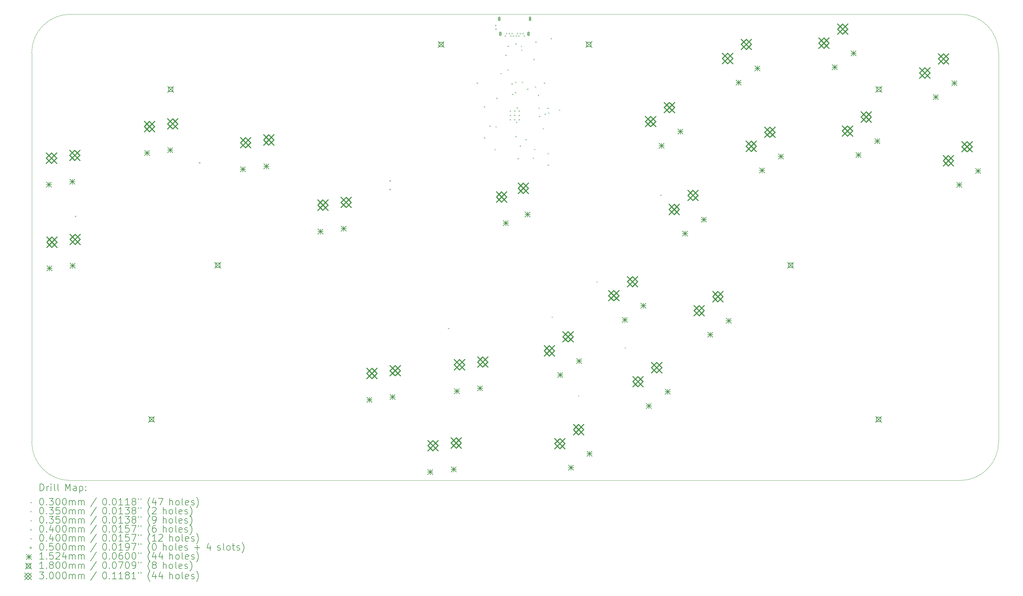
<source format=gbr>
%TF.GenerationSoftware,KiCad,Pcbnew,(7.0.0)*%
%TF.CreationDate,2023-05-22T16:42:08-07:00*%
%TF.ProjectId,OpenRectangle,4f70656e-5265-4637-9461-6e676c652e6b,rev?*%
%TF.SameCoordinates,Original*%
%TF.FileFunction,Drillmap*%
%TF.FilePolarity,Positive*%
%FSLAX45Y45*%
G04 Gerber Fmt 4.5, Leading zero omitted, Abs format (unit mm)*
G04 Created by KiCad (PCBNEW (7.0.0)) date 2023-05-22 16:42:08*
%MOMM*%
%LPD*%
G01*
G04 APERTURE LIST*
%ADD10C,0.100000*%
%ADD11C,0.200000*%
%ADD12C,0.030000*%
%ADD13C,0.035000*%
%ADD14C,0.040000*%
%ADD15C,0.050000*%
%ADD16C,0.152400*%
%ADD17C,0.180000*%
%ADD18C,0.300000*%
G04 APERTURE END LIST*
D10*
X6861000Y-16162000D02*
X32881000Y-16162000D01*
X32881000Y-2540000D02*
X6861000Y-2540000D01*
X6861000Y-2540000D02*
G75*
G03*
X5736000Y-3665000I0J-1125000D01*
G01*
X34006000Y-3665000D02*
G75*
G03*
X32881000Y-2540000I-1125000J0D01*
G01*
X5736000Y-3665000D02*
X5736000Y-15037000D01*
X34006000Y-3665000D02*
X34006000Y-15037000D01*
X5736000Y-15037000D02*
G75*
G03*
X6861000Y-16162000I1125000J0D01*
G01*
X32881000Y-16162000D02*
G75*
G03*
X34006000Y-15037000I0J1125000D01*
G01*
D11*
D12*
X17907000Y-11704000D02*
X17937000Y-11734000D01*
X17937000Y-11704000D02*
X17907000Y-11734000D01*
X18747750Y-4531500D02*
X18777750Y-4561500D01*
X18777750Y-4531500D02*
X18747750Y-4561500D01*
X18957950Y-6132960D02*
X18987950Y-6162960D01*
X18987950Y-6132960D02*
X18957950Y-6162960D01*
X18958000Y-5225000D02*
X18988000Y-5255000D01*
X18988000Y-5225000D02*
X18958000Y-5255000D01*
X19116275Y-5790402D02*
X19146275Y-5820402D01*
X19146275Y-5790402D02*
X19116275Y-5820402D01*
X19271500Y-6476202D02*
X19301500Y-6506202D01*
X19301500Y-6476202D02*
X19271500Y-6506202D01*
X19297000Y-5807000D02*
X19327000Y-5837000D01*
X19327000Y-5807000D02*
X19297000Y-5837000D01*
X19319475Y-4977602D02*
X19349475Y-5007602D01*
X19349475Y-4977602D02*
X19319475Y-5007602D01*
X19447000Y-4252000D02*
X19477000Y-4282000D01*
X19477000Y-4252000D02*
X19447000Y-4282000D01*
X19585000Y-3720000D02*
X19615000Y-3750000D01*
X19615000Y-3720000D02*
X19585000Y-3750000D01*
X19645000Y-4148000D02*
X19675000Y-4178000D01*
X19675000Y-4148000D02*
X19645000Y-4178000D01*
X19652000Y-3456000D02*
X19682000Y-3486000D01*
X19682000Y-3456000D02*
X19652000Y-3486000D01*
X19763975Y-4558502D02*
X19793975Y-4588502D01*
X19793975Y-4558502D02*
X19763975Y-4588502D01*
X19779500Y-4861725D02*
X19809500Y-4891725D01*
X19809500Y-4861725D02*
X19779500Y-4891725D01*
X19865575Y-4812502D02*
X19895575Y-4842502D01*
X19895575Y-4812502D02*
X19865575Y-4842502D01*
X19875100Y-4509289D02*
X19905100Y-4539289D01*
X19905100Y-4509289D02*
X19875100Y-4539289D01*
X19877800Y-3386000D02*
X19907800Y-3416000D01*
X19907800Y-3386000D02*
X19877800Y-3416000D01*
X19878275Y-6095202D02*
X19908275Y-6125202D01*
X19908275Y-6095202D02*
X19878275Y-6125202D01*
X19941775Y-6742902D02*
X19971775Y-6772902D01*
X19971775Y-6742902D02*
X19941775Y-6772902D01*
X20005275Y-6374602D02*
X20035275Y-6404602D01*
X20035275Y-6374602D02*
X20005275Y-6404602D01*
X20037000Y-3456000D02*
X20067000Y-3486000D01*
X20067000Y-3456000D02*
X20037000Y-3486000D01*
X20046000Y-3566000D02*
X20076000Y-3596000D01*
X20076000Y-3566000D02*
X20046000Y-3596000D01*
X20065600Y-4509289D02*
X20095600Y-4539289D01*
X20095600Y-4509289D02*
X20065600Y-4539289D01*
X20170375Y-6184102D02*
X20200375Y-6214102D01*
X20200375Y-6184102D02*
X20170375Y-6214102D01*
X20221175Y-4710902D02*
X20251175Y-4740902D01*
X20251175Y-4710902D02*
X20221175Y-4740902D01*
X20386274Y-6724000D02*
X20416274Y-6754000D01*
X20416274Y-6724000D02*
X20386274Y-6754000D01*
X20402000Y-3842000D02*
X20432000Y-3872000D01*
X20432000Y-3842000D02*
X20402000Y-3872000D01*
X20426274Y-6472000D02*
X20456274Y-6502000D01*
X20456274Y-6472000D02*
X20426274Y-6502000D01*
X20450000Y-4648500D02*
X20480000Y-4678500D01*
X20480000Y-4648500D02*
X20450000Y-4678500D01*
X20460000Y-3335050D02*
X20490000Y-3365050D01*
X20490000Y-3335050D02*
X20460000Y-3365050D01*
X20538675Y-4892000D02*
X20568675Y-4922000D01*
X20568675Y-4892000D02*
X20538675Y-4922000D01*
X20552000Y-5263000D02*
X20582000Y-5293000D01*
X20582000Y-5263000D02*
X20552000Y-5293000D01*
X20568000Y-5507000D02*
X20598000Y-5537000D01*
X20598000Y-5507000D02*
X20568000Y-5537000D01*
X20675200Y-5868189D02*
X20705200Y-5898189D01*
X20705200Y-5868189D02*
X20675200Y-5898189D01*
X20711000Y-4532500D02*
X20741000Y-4562500D01*
X20741000Y-4532500D02*
X20711000Y-4562500D01*
X20733000Y-5441000D02*
X20763000Y-5471000D01*
X20763000Y-5441000D02*
X20733000Y-5471000D01*
X20811000Y-5269000D02*
X20841000Y-5299000D01*
X20841000Y-5269000D02*
X20811000Y-5299000D01*
X20819050Y-6594000D02*
X20849050Y-6624000D01*
X20849050Y-6594000D02*
X20819050Y-6624000D01*
X20819391Y-6927391D02*
X20849391Y-6957391D01*
X20849391Y-6927391D02*
X20819391Y-6957391D01*
X20836750Y-5410750D02*
X20866750Y-5440750D01*
X20866750Y-5410750D02*
X20836750Y-5440750D01*
X20911159Y-3231841D02*
X20941159Y-3261841D01*
X20941159Y-3231841D02*
X20911159Y-3261841D01*
X20938000Y-11371000D02*
X20968000Y-11401000D01*
X20968000Y-11371000D02*
X20938000Y-11401000D01*
X21153000Y-5322000D02*
X21183000Y-5352000D01*
X21183000Y-5322000D02*
X21153000Y-5352000D01*
X21713611Y-13675610D02*
X21743611Y-13705610D01*
X21743611Y-13675610D02*
X21713611Y-13705610D01*
X22248000Y-10339000D02*
X22278000Y-10369000D01*
X22278000Y-10339000D02*
X22248000Y-10369000D01*
X23074000Y-12268000D02*
X23104000Y-12298000D01*
X23104000Y-12268000D02*
X23074000Y-12298000D01*
X24113000Y-7811000D02*
X24143000Y-7841000D01*
X24143000Y-7811000D02*
X24113000Y-7841000D01*
D13*
X19936175Y-5699450D02*
G75*
G03*
X19936175Y-5699450I-17500J0D01*
G01*
X19948875Y-5275725D02*
G75*
G03*
X19948875Y-5275725I-17500J0D01*
G01*
X19730500Y-5344500D02*
X19730500Y-5379500D01*
X19713000Y-5362000D02*
X19748000Y-5362000D01*
X19730500Y-5472000D02*
X19730500Y-5507000D01*
X19713000Y-5489500D02*
X19748000Y-5489500D01*
X19730500Y-5599500D02*
X19730500Y-5634500D01*
X19713000Y-5617000D02*
X19748000Y-5617000D01*
X19858000Y-5344500D02*
X19858000Y-5379500D01*
X19840500Y-5362000D02*
X19875500Y-5362000D01*
X19858000Y-5472000D02*
X19858000Y-5507000D01*
X19840500Y-5489500D02*
X19875500Y-5489500D01*
X19858000Y-5599500D02*
X19858000Y-5634500D01*
X19840500Y-5617000D02*
X19875500Y-5617000D01*
X19985500Y-5344500D02*
X19985500Y-5379500D01*
X19968000Y-5362000D02*
X20003000Y-5362000D01*
X19985500Y-5472000D02*
X19985500Y-5507000D01*
X19968000Y-5489500D02*
X20003000Y-5489500D01*
X19985500Y-5599500D02*
X19985500Y-5634500D01*
X19968000Y-5617000D02*
X20003000Y-5617000D01*
D14*
X7026142Y-8455142D02*
X7026142Y-8426858D01*
X6997858Y-8426858D01*
X6997858Y-8455142D01*
X7026142Y-8455142D01*
X10655142Y-6892142D02*
X10655142Y-6863858D01*
X10626858Y-6863858D01*
X10626858Y-6892142D01*
X10655142Y-6892142D01*
X16227142Y-7419142D02*
X16227142Y-7390858D01*
X16198858Y-7390858D01*
X16198858Y-7419142D01*
X16227142Y-7419142D01*
X16227142Y-7669142D02*
X16227142Y-7640858D01*
X16198858Y-7640858D01*
X16198858Y-7669142D01*
X16227142Y-7669142D01*
X19314142Y-2878142D02*
X19314142Y-2849858D01*
X19285858Y-2849858D01*
X19285858Y-2878142D01*
X19314142Y-2878142D01*
X19324142Y-2988142D02*
X19324142Y-2959858D01*
X19295858Y-2959858D01*
X19295858Y-2988142D01*
X19324142Y-2988142D01*
X19577850Y-3191000D02*
X19597850Y-3171000D01*
X19577850Y-3151000D01*
X19557850Y-3171000D01*
X19577850Y-3191000D01*
X19617850Y-3121000D02*
X19637850Y-3101000D01*
X19617850Y-3081000D01*
X19597850Y-3101000D01*
X19617850Y-3121000D01*
X19697850Y-3121000D02*
X19717850Y-3101000D01*
X19697850Y-3081000D01*
X19677850Y-3101000D01*
X19697850Y-3121000D01*
X19737850Y-3191000D02*
X19757850Y-3171000D01*
X19737850Y-3151000D01*
X19717850Y-3171000D01*
X19737850Y-3191000D01*
X19777850Y-3121000D02*
X19797850Y-3101000D01*
X19777850Y-3081000D01*
X19757850Y-3101000D01*
X19777850Y-3121000D01*
X19817850Y-3191000D02*
X19837850Y-3171000D01*
X19817850Y-3151000D01*
X19797850Y-3171000D01*
X19817850Y-3191000D01*
X19897850Y-3191000D02*
X19917850Y-3171000D01*
X19897850Y-3151000D01*
X19877850Y-3171000D01*
X19897850Y-3191000D01*
X19937850Y-3121000D02*
X19957850Y-3101000D01*
X19937850Y-3081000D01*
X19917850Y-3101000D01*
X19937850Y-3121000D01*
X19977850Y-3191000D02*
X19997850Y-3171000D01*
X19977850Y-3151000D01*
X19957850Y-3171000D01*
X19977850Y-3191000D01*
X20017850Y-3121000D02*
X20037850Y-3101000D01*
X20017850Y-3081000D01*
X19997850Y-3101000D01*
X20017850Y-3121000D01*
X20097850Y-3121000D02*
X20117850Y-3101000D01*
X20097850Y-3081000D01*
X20077850Y-3101000D01*
X20097850Y-3121000D01*
X20137850Y-3191000D02*
X20157850Y-3171000D01*
X20137850Y-3151000D01*
X20117850Y-3171000D01*
X20137850Y-3191000D01*
D15*
X19383850Y-2647000D02*
X19433850Y-2697000D01*
X19433850Y-2647000D02*
X19383850Y-2697000D01*
X19433850Y-2672000D02*
G75*
G03*
X19433850Y-2672000I-25000J0D01*
G01*
D11*
X19433850Y-2702000D02*
X19433850Y-2642000D01*
X19433850Y-2642000D02*
G75*
G03*
X19383850Y-2642000I-25000J0D01*
G01*
X19383850Y-2642000D02*
X19383850Y-2702000D01*
X19383850Y-2702000D02*
G75*
G03*
X19433850Y-2702000I25000J0D01*
G01*
D15*
X19412350Y-3086000D02*
X19462350Y-3136000D01*
X19462350Y-3086000D02*
X19412350Y-3136000D01*
X19462350Y-3111000D02*
G75*
G03*
X19462350Y-3111000I-25000J0D01*
G01*
D11*
X19462350Y-3141000D02*
X19462350Y-3081000D01*
X19462350Y-3081000D02*
G75*
G03*
X19412350Y-3081000I-25000J0D01*
G01*
X19412350Y-3081000D02*
X19412350Y-3141000D01*
X19412350Y-3141000D02*
G75*
G03*
X19462350Y-3141000I25000J0D01*
G01*
D15*
X20238350Y-3086000D02*
X20288350Y-3136000D01*
X20288350Y-3086000D02*
X20238350Y-3136000D01*
X20288350Y-3111000D02*
G75*
G03*
X20288350Y-3111000I-25000J0D01*
G01*
D11*
X20288350Y-3141000D02*
X20288350Y-3081000D01*
X20288350Y-3081000D02*
G75*
G03*
X20238350Y-3081000I-25000J0D01*
G01*
X20238350Y-3081000D02*
X20238350Y-3141000D01*
X20238350Y-3141000D02*
G75*
G03*
X20288350Y-3141000I25000J0D01*
G01*
D15*
X20281850Y-2647000D02*
X20331850Y-2697000D01*
X20331850Y-2647000D02*
X20281850Y-2697000D01*
X20331850Y-2672000D02*
G75*
G03*
X20331850Y-2672000I-25000J0D01*
G01*
D11*
X20331850Y-2702000D02*
X20331850Y-2642000D01*
X20331850Y-2642000D02*
G75*
G03*
X20281850Y-2642000I-25000J0D01*
G01*
X20281850Y-2642000D02*
X20281850Y-2702000D01*
X20281850Y-2702000D02*
G75*
G03*
X20331850Y-2702000I25000J0D01*
G01*
D16*
X6166572Y-7435962D02*
X6318972Y-7588362D01*
X6318972Y-7435962D02*
X6166572Y-7588362D01*
X6242772Y-7435962D02*
X6242772Y-7588362D01*
X6166572Y-7512162D02*
X6318972Y-7512162D01*
X6180907Y-9888966D02*
X6333307Y-10041366D01*
X6333307Y-9888966D02*
X6180907Y-10041366D01*
X6257107Y-9888966D02*
X6257107Y-10041366D01*
X6180907Y-9965166D02*
X6333307Y-9965166D01*
X6845675Y-7354967D02*
X6998075Y-7507367D01*
X6998075Y-7354967D02*
X6845675Y-7507367D01*
X6921875Y-7354967D02*
X6921875Y-7507367D01*
X6845675Y-7431167D02*
X6998075Y-7431167D01*
X6860010Y-9807970D02*
X7012410Y-9960370D01*
X7012410Y-9807970D02*
X6860010Y-9960370D01*
X6936210Y-9807970D02*
X6936210Y-9960370D01*
X6860010Y-9884170D02*
X7012410Y-9884170D01*
X9030386Y-6515508D02*
X9182786Y-6667908D01*
X9182786Y-6515508D02*
X9030386Y-6667908D01*
X9106586Y-6515508D02*
X9106586Y-6667908D01*
X9030386Y-6591708D02*
X9182786Y-6591708D01*
X9709489Y-6434513D02*
X9861889Y-6586913D01*
X9861889Y-6434513D02*
X9709489Y-6586913D01*
X9785689Y-6434513D02*
X9785689Y-6586913D01*
X9709489Y-6510713D02*
X9861889Y-6510713D01*
X11839919Y-6986104D02*
X11992319Y-7138504D01*
X11992319Y-6986104D02*
X11839919Y-7138504D01*
X11916119Y-6986104D02*
X11916119Y-7138504D01*
X11839919Y-7062304D02*
X11992319Y-7062304D01*
X12519022Y-6905109D02*
X12671422Y-7057509D01*
X12671422Y-6905109D02*
X12519022Y-7057509D01*
X12595222Y-6905109D02*
X12595222Y-7057509D01*
X12519022Y-6981309D02*
X12671422Y-6981309D01*
X14102128Y-8810057D02*
X14254528Y-8962457D01*
X14254528Y-8810057D02*
X14102128Y-8962457D01*
X14178328Y-8810057D02*
X14178328Y-8962457D01*
X14102128Y-8886257D02*
X14254528Y-8886257D01*
X14781231Y-8729062D02*
X14933631Y-8881462D01*
X14933631Y-8729062D02*
X14781231Y-8881462D01*
X14857431Y-8729062D02*
X14857431Y-8881462D01*
X14781231Y-8805262D02*
X14933631Y-8805262D01*
X15534744Y-13729112D02*
X15687144Y-13881512D01*
X15687144Y-13729112D02*
X15534744Y-13881512D01*
X15610944Y-13729112D02*
X15610944Y-13881512D01*
X15534744Y-13805312D02*
X15687144Y-13805312D01*
X16213847Y-13648117D02*
X16366247Y-13800517D01*
X16366247Y-13648117D02*
X16213847Y-13800517D01*
X16290047Y-13648117D02*
X16290047Y-13800517D01*
X16213847Y-13724317D02*
X16366247Y-13724317D01*
X17318105Y-15839489D02*
X17470505Y-15991889D01*
X17470505Y-15839489D02*
X17318105Y-15991889D01*
X17394305Y-15839489D02*
X17394305Y-15991889D01*
X17318105Y-15915689D02*
X17470505Y-15915689D01*
X17997208Y-15758494D02*
X18149608Y-15910894D01*
X18149608Y-15758494D02*
X17997208Y-15910894D01*
X18073408Y-15758494D02*
X18073408Y-15910894D01*
X17997208Y-15834694D02*
X18149608Y-15834694D01*
X18094285Y-13475270D02*
X18246685Y-13627670D01*
X18246685Y-13475270D02*
X18094285Y-13627670D01*
X18170485Y-13475270D02*
X18170485Y-13627670D01*
X18094285Y-13551470D02*
X18246685Y-13551470D01*
X18773387Y-13394275D02*
X18925787Y-13546675D01*
X18925787Y-13394275D02*
X18773387Y-13546675D01*
X18849587Y-13394275D02*
X18849587Y-13546675D01*
X18773387Y-13470475D02*
X18925787Y-13470475D01*
X19527650Y-8564487D02*
X19680050Y-8716887D01*
X19680050Y-8564487D02*
X19527650Y-8716887D01*
X19603850Y-8564487D02*
X19603850Y-8716887D01*
X19527650Y-8640687D02*
X19680050Y-8640687D01*
X20162650Y-8310487D02*
X20315050Y-8462887D01*
X20315050Y-8310487D02*
X20162650Y-8462887D01*
X20238850Y-8310487D02*
X20238850Y-8462887D01*
X20162650Y-8386687D02*
X20315050Y-8386687D01*
X21117553Y-13001574D02*
X21269953Y-13153974D01*
X21269953Y-13001574D02*
X21117553Y-13153974D01*
X21193753Y-13001574D02*
X21193753Y-13153974D01*
X21117553Y-13077774D02*
X21269953Y-13077774D01*
X21424680Y-15713814D02*
X21577080Y-15866214D01*
X21577080Y-15713814D02*
X21424680Y-15866214D01*
X21500880Y-15713814D02*
X21500880Y-15866214D01*
X21424680Y-15790014D02*
X21577080Y-15790014D01*
X21665176Y-12591879D02*
X21817576Y-12744279D01*
X21817576Y-12591879D02*
X21665176Y-12744279D01*
X21741376Y-12591879D02*
X21741376Y-12744279D01*
X21665176Y-12668079D02*
X21817576Y-12668079D01*
X21972303Y-15304119D02*
X22124703Y-15456519D01*
X22124703Y-15304119D02*
X21972303Y-15456519D01*
X22048503Y-15304119D02*
X22048503Y-15456519D01*
X21972303Y-15380319D02*
X22124703Y-15380319D01*
X23000791Y-11391126D02*
X23153191Y-11543526D01*
X23153191Y-11391126D02*
X23000791Y-11543526D01*
X23076991Y-11391126D02*
X23076991Y-11543526D01*
X23000791Y-11467326D02*
X23153191Y-11467326D01*
X23548414Y-10981431D02*
X23700814Y-11133831D01*
X23700814Y-10981431D02*
X23548414Y-11133831D01*
X23624614Y-10981431D02*
X23624614Y-11133831D01*
X23548414Y-11057631D02*
X23700814Y-11057631D01*
X23707919Y-13903366D02*
X23860319Y-14055766D01*
X23860319Y-13903366D02*
X23707919Y-14055766D01*
X23784119Y-13903366D02*
X23784119Y-14055766D01*
X23707919Y-13979566D02*
X23860319Y-13979566D01*
X24078658Y-6302743D02*
X24231058Y-6455143D01*
X24231058Y-6302743D02*
X24078658Y-6455143D01*
X24154858Y-6302743D02*
X24154858Y-6455143D01*
X24078658Y-6378943D02*
X24231058Y-6378943D01*
X24255541Y-13493671D02*
X24407941Y-13646071D01*
X24407941Y-13493671D02*
X24255541Y-13646071D01*
X24331741Y-13493671D02*
X24331741Y-13646071D01*
X24255541Y-13569871D02*
X24407941Y-13569871D01*
X24626281Y-5893048D02*
X24778681Y-6045448D01*
X24778681Y-5893048D02*
X24626281Y-6045448D01*
X24702481Y-5893048D02*
X24702481Y-6045448D01*
X24626281Y-5969248D02*
X24778681Y-5969248D01*
X24768232Y-8869568D02*
X24920632Y-9021968D01*
X24920632Y-8869568D02*
X24768232Y-9021968D01*
X24844432Y-8869568D02*
X24844432Y-9021968D01*
X24768232Y-8945768D02*
X24920632Y-8945768D01*
X25315854Y-8459872D02*
X25468254Y-8612272D01*
X25468254Y-8459872D02*
X25315854Y-8612272D01*
X25392054Y-8459872D02*
X25392054Y-8612272D01*
X25315854Y-8536072D02*
X25468254Y-8536072D01*
X25497447Y-11827985D02*
X25649847Y-11980385D01*
X25649847Y-11827985D02*
X25497447Y-11980385D01*
X25573647Y-11827985D02*
X25573647Y-11980385D01*
X25497447Y-11904185D02*
X25649847Y-11904185D01*
X26045070Y-11418290D02*
X26197470Y-11570690D01*
X26197470Y-11418290D02*
X26045070Y-11570690D01*
X26121270Y-11418290D02*
X26121270Y-11570690D01*
X26045070Y-11494490D02*
X26197470Y-11494490D01*
X26329621Y-4457682D02*
X26482021Y-4610082D01*
X26482021Y-4457682D02*
X26329621Y-4610082D01*
X26405821Y-4457682D02*
X26405821Y-4610082D01*
X26329621Y-4533882D02*
X26482021Y-4533882D01*
X26877244Y-4047987D02*
X27029644Y-4200387D01*
X27029644Y-4047987D02*
X26877244Y-4200387D01*
X26953444Y-4047987D02*
X26953444Y-4200387D01*
X26877244Y-4124187D02*
X27029644Y-4124187D01*
X27019220Y-7024603D02*
X27171620Y-7177003D01*
X27171620Y-7024603D02*
X27019220Y-7177003D01*
X27095420Y-7024603D02*
X27095420Y-7177003D01*
X27019220Y-7100803D02*
X27171620Y-7100803D01*
X27566843Y-6614908D02*
X27719243Y-6767308D01*
X27719243Y-6614908D02*
X27566843Y-6767308D01*
X27643043Y-6614908D02*
X27643043Y-6767308D01*
X27566843Y-6691108D02*
X27719243Y-6691108D01*
X29145502Y-4011164D02*
X29297902Y-4163564D01*
X29297902Y-4011164D02*
X29145502Y-4163564D01*
X29221702Y-4011164D02*
X29221702Y-4163564D01*
X29145502Y-4087364D02*
X29297902Y-4087364D01*
X29693125Y-3601468D02*
X29845525Y-3753868D01*
X29845525Y-3601468D02*
X29693125Y-3753868D01*
X29769325Y-3601468D02*
X29769325Y-3753868D01*
X29693125Y-3677668D02*
X29845525Y-3677668D01*
X29835102Y-6578085D02*
X29987502Y-6730485D01*
X29987502Y-6578085D02*
X29835102Y-6730485D01*
X29911302Y-6578085D02*
X29911302Y-6730485D01*
X29835102Y-6654285D02*
X29987502Y-6654285D01*
X30382724Y-6168390D02*
X30535124Y-6320790D01*
X30535124Y-6168390D02*
X30382724Y-6320790D01*
X30458924Y-6168390D02*
X30458924Y-6320790D01*
X30382724Y-6244590D02*
X30535124Y-6244590D01*
X32093492Y-4881421D02*
X32245892Y-5033821D01*
X32245892Y-4881421D02*
X32093492Y-5033821D01*
X32169692Y-4881421D02*
X32169692Y-5033821D01*
X32093492Y-4957621D02*
X32245892Y-4957621D01*
X32641115Y-4471726D02*
X32793515Y-4624126D01*
X32793515Y-4471726D02*
X32641115Y-4624126D01*
X32717315Y-4471726D02*
X32717315Y-4624126D01*
X32641115Y-4547926D02*
X32793515Y-4547926D01*
X32783091Y-7448342D02*
X32935491Y-7600742D01*
X32935491Y-7448342D02*
X32783091Y-7600742D01*
X32859291Y-7448342D02*
X32859291Y-7600742D01*
X32783091Y-7524542D02*
X32935491Y-7524542D01*
X33330714Y-7038647D02*
X33483114Y-7191047D01*
X33483114Y-7038647D02*
X33330714Y-7191047D01*
X33406914Y-7038647D02*
X33406914Y-7191047D01*
X33330714Y-7114847D02*
X33483114Y-7114847D01*
D17*
X9149500Y-14290000D02*
X9329500Y-14470000D01*
X9329500Y-14290000D02*
X9149500Y-14470000D01*
X9303140Y-14443640D02*
X9303140Y-14316360D01*
X9175860Y-14316360D01*
X9175860Y-14443640D01*
X9303140Y-14443640D01*
X9710000Y-4641338D02*
X9890000Y-4821338D01*
X9890000Y-4641338D02*
X9710000Y-4821338D01*
X9863640Y-4794979D02*
X9863640Y-4667698D01*
X9736360Y-4667698D01*
X9736360Y-4794979D01*
X9863640Y-4794979D01*
X11086500Y-9786000D02*
X11266500Y-9966000D01*
X11266500Y-9786000D02*
X11086500Y-9966000D01*
X11240140Y-9939640D02*
X11240140Y-9812360D01*
X11112860Y-9812360D01*
X11112860Y-9939640D01*
X11240140Y-9939640D01*
X17620000Y-3334000D02*
X17800000Y-3514000D01*
X17800000Y-3334000D02*
X17620000Y-3514000D01*
X17773640Y-3487640D02*
X17773640Y-3360360D01*
X17646360Y-3360360D01*
X17646360Y-3487640D01*
X17773640Y-3487640D01*
X21939000Y-3334000D02*
X22119000Y-3514000D01*
X22119000Y-3334000D02*
X21939000Y-3514000D01*
X22092640Y-3487640D02*
X22092640Y-3360360D01*
X21965360Y-3360360D01*
X21965360Y-3487640D01*
X22092640Y-3487640D01*
X27837500Y-9786000D02*
X28017500Y-9966000D01*
X28017500Y-9786000D02*
X27837500Y-9966000D01*
X27991140Y-9939640D02*
X27991140Y-9812360D01*
X27863860Y-9812360D01*
X27863860Y-9939640D01*
X27991140Y-9939640D01*
X30409500Y-14290000D02*
X30589500Y-14470000D01*
X30589500Y-14290000D02*
X30409500Y-14470000D01*
X30563140Y-14443640D02*
X30563140Y-14316360D01*
X30435860Y-14316360D01*
X30435860Y-14443640D01*
X30563140Y-14443640D01*
X30416000Y-4641338D02*
X30596000Y-4821338D01*
X30596000Y-4641338D02*
X30416000Y-4821338D01*
X30569640Y-4794979D02*
X30569640Y-4667698D01*
X30442360Y-4667698D01*
X30442360Y-4794979D01*
X30569640Y-4794979D01*
D18*
X6167320Y-6593257D02*
X6467320Y-6893257D01*
X6467320Y-6593257D02*
X6167320Y-6893257D01*
X6317320Y-6893257D02*
X6467320Y-6743257D01*
X6317320Y-6593257D01*
X6167320Y-6743257D01*
X6317320Y-6893257D01*
X6177897Y-9048995D02*
X6477897Y-9348995D01*
X6477897Y-9048995D02*
X6177897Y-9348995D01*
X6327897Y-9348995D02*
X6477897Y-9198995D01*
X6327897Y-9048995D01*
X6177897Y-9198995D01*
X6327897Y-9348995D01*
X6846423Y-6512262D02*
X7146423Y-6812262D01*
X7146423Y-6512262D02*
X6846423Y-6812262D01*
X6996423Y-6812262D02*
X7146423Y-6662262D01*
X6996423Y-6512262D01*
X6846423Y-6662262D01*
X6996423Y-6812262D01*
X6857000Y-8968000D02*
X7157000Y-9268000D01*
X7157000Y-8968000D02*
X6857000Y-9268000D01*
X7007000Y-9268000D02*
X7157000Y-9118000D01*
X7007000Y-8968000D01*
X6857000Y-9118000D01*
X7007000Y-9268000D01*
X9031133Y-5672803D02*
X9331133Y-5972803D01*
X9331133Y-5672803D02*
X9031133Y-5972803D01*
X9181133Y-5972803D02*
X9331133Y-5822803D01*
X9181133Y-5672803D01*
X9031133Y-5822803D01*
X9181133Y-5972803D01*
X9710236Y-5591808D02*
X10010236Y-5891808D01*
X10010236Y-5591808D02*
X9710236Y-5891808D01*
X9860236Y-5891808D02*
X10010236Y-5741808D01*
X9860236Y-5591808D01*
X9710236Y-5741808D01*
X9860236Y-5891808D01*
X11840666Y-6143399D02*
X12140666Y-6443399D01*
X12140666Y-6143399D02*
X11840666Y-6443399D01*
X11990666Y-6443399D02*
X12140666Y-6293399D01*
X11990666Y-6143399D01*
X11840666Y-6293399D01*
X11990666Y-6443399D01*
X12519769Y-6062403D02*
X12819769Y-6362403D01*
X12819769Y-6062403D02*
X12519769Y-6362403D01*
X12669769Y-6362403D02*
X12819769Y-6212403D01*
X12669769Y-6062403D01*
X12519769Y-6212403D01*
X12669769Y-6362403D01*
X14102876Y-7967351D02*
X14402876Y-8267351D01*
X14402876Y-7967351D02*
X14102876Y-8267351D01*
X14252876Y-8267351D02*
X14402876Y-8117351D01*
X14252876Y-7967351D01*
X14102876Y-8117351D01*
X14252876Y-8267351D01*
X14781979Y-7886356D02*
X15081979Y-8186356D01*
X15081979Y-7886356D02*
X14781979Y-8186356D01*
X14931979Y-8186356D02*
X15081979Y-8036356D01*
X14931979Y-7886356D01*
X14781979Y-8036356D01*
X14931979Y-8186356D01*
X15535492Y-12886406D02*
X15835492Y-13186406D01*
X15835492Y-12886406D02*
X15535492Y-13186406D01*
X15685492Y-13186406D02*
X15835492Y-13036406D01*
X15685492Y-12886406D01*
X15535492Y-13036406D01*
X15685492Y-13186406D01*
X16214595Y-12805411D02*
X16514595Y-13105411D01*
X16514595Y-12805411D02*
X16214595Y-13105411D01*
X16364595Y-13105411D02*
X16514595Y-12955411D01*
X16364595Y-12805411D01*
X16214595Y-12955411D01*
X16364595Y-13105411D01*
X17318853Y-14996783D02*
X17618853Y-15296783D01*
X17618853Y-14996783D02*
X17318853Y-15296783D01*
X17468853Y-15296783D02*
X17618853Y-15146783D01*
X17468853Y-14996783D01*
X17318853Y-15146783D01*
X17468853Y-15296783D01*
X17997956Y-14915788D02*
X18297956Y-15215788D01*
X18297956Y-14915788D02*
X17997956Y-15215788D01*
X18147956Y-15215788D02*
X18297956Y-15065788D01*
X18147956Y-14915788D01*
X17997956Y-15065788D01*
X18147956Y-15215788D01*
X18095587Y-12632475D02*
X18395587Y-12932475D01*
X18395587Y-12632475D02*
X18095587Y-12932475D01*
X18245587Y-12932475D02*
X18395587Y-12782475D01*
X18245587Y-12632475D01*
X18095587Y-12782475D01*
X18245587Y-12932475D01*
X18774690Y-12551480D02*
X19074690Y-12851480D01*
X19074690Y-12551480D02*
X18774690Y-12851480D01*
X18924690Y-12851480D02*
X19074690Y-12701480D01*
X18924690Y-12551480D01*
X18774690Y-12701480D01*
X18924690Y-12851480D01*
X19326850Y-7728687D02*
X19626850Y-8028687D01*
X19626850Y-7728687D02*
X19326850Y-8028687D01*
X19476850Y-8028687D02*
X19626850Y-7878687D01*
X19476850Y-7728687D01*
X19326850Y-7878687D01*
X19476850Y-8028687D01*
X19961850Y-7474687D02*
X20261850Y-7774687D01*
X20261850Y-7474687D02*
X19961850Y-7774687D01*
X20111850Y-7774687D02*
X20261850Y-7624687D01*
X20111850Y-7474687D01*
X19961850Y-7624687D01*
X20111850Y-7774687D01*
X20723860Y-12224609D02*
X21023860Y-12524609D01*
X21023860Y-12224609D02*
X20723860Y-12524609D01*
X20873860Y-12524609D02*
X21023860Y-12374609D01*
X20873860Y-12224609D01*
X20723860Y-12374609D01*
X20873860Y-12524609D01*
X21030988Y-14936848D02*
X21330988Y-15236848D01*
X21330988Y-14936848D02*
X21030988Y-15236848D01*
X21180988Y-15236848D02*
X21330988Y-15086848D01*
X21180988Y-14936848D01*
X21030988Y-15086848D01*
X21180988Y-15236848D01*
X21271483Y-11814913D02*
X21571483Y-12114913D01*
X21571483Y-11814913D02*
X21271483Y-12114913D01*
X21421483Y-12114913D02*
X21571483Y-11964913D01*
X21421483Y-11814913D01*
X21271483Y-11964913D01*
X21421483Y-12114913D01*
X21578611Y-14527153D02*
X21878611Y-14827153D01*
X21878611Y-14527153D02*
X21578611Y-14827153D01*
X21728611Y-14827153D02*
X21878611Y-14677153D01*
X21728611Y-14527153D01*
X21578611Y-14677153D01*
X21728611Y-14827153D01*
X22607099Y-10614161D02*
X22907099Y-10914161D01*
X22907099Y-10614161D02*
X22607099Y-10914161D01*
X22757099Y-10914161D02*
X22907099Y-10764161D01*
X22757099Y-10614161D01*
X22607099Y-10764161D01*
X22757099Y-10914161D01*
X23154722Y-10204466D02*
X23454722Y-10504466D01*
X23454722Y-10204466D02*
X23154722Y-10504466D01*
X23304722Y-10504466D02*
X23454722Y-10354466D01*
X23304722Y-10204466D01*
X23154722Y-10354466D01*
X23304722Y-10504466D01*
X23314226Y-13126401D02*
X23614226Y-13426401D01*
X23614226Y-13126401D02*
X23314226Y-13426401D01*
X23464226Y-13426401D02*
X23614226Y-13276401D01*
X23464226Y-13126401D01*
X23314226Y-13276401D01*
X23464226Y-13426401D01*
X23684965Y-5525778D02*
X23984965Y-5825778D01*
X23984965Y-5525778D02*
X23684965Y-5825778D01*
X23834965Y-5825778D02*
X23984965Y-5675778D01*
X23834965Y-5525778D01*
X23684965Y-5675778D01*
X23834965Y-5825778D01*
X23861849Y-12716705D02*
X24161849Y-13016705D01*
X24161849Y-12716705D02*
X23861849Y-13016705D01*
X24011849Y-13016705D02*
X24161849Y-12866705D01*
X24011849Y-12716705D01*
X23861849Y-12866705D01*
X24011849Y-13016705D01*
X24232588Y-5116082D02*
X24532588Y-5416082D01*
X24532588Y-5116082D02*
X24232588Y-5416082D01*
X24382588Y-5416082D02*
X24532588Y-5266082D01*
X24382588Y-5116082D01*
X24232588Y-5266082D01*
X24382588Y-5416082D01*
X24374539Y-8092602D02*
X24674539Y-8392602D01*
X24674539Y-8092602D02*
X24374539Y-8392602D01*
X24524539Y-8392602D02*
X24674539Y-8242602D01*
X24524539Y-8092602D01*
X24374539Y-8242602D01*
X24524539Y-8392602D01*
X24922162Y-7682907D02*
X25222162Y-7982907D01*
X25222162Y-7682907D02*
X24922162Y-7982907D01*
X25072162Y-7982907D02*
X25222162Y-7832907D01*
X25072162Y-7682907D01*
X24922162Y-7832907D01*
X25072162Y-7982907D01*
X25103754Y-11051020D02*
X25403754Y-11351020D01*
X25403754Y-11051020D02*
X25103754Y-11351020D01*
X25253754Y-11351020D02*
X25403754Y-11201020D01*
X25253754Y-11051020D01*
X25103754Y-11201020D01*
X25253754Y-11351020D01*
X25651377Y-10641324D02*
X25951377Y-10941324D01*
X25951377Y-10641324D02*
X25651377Y-10941324D01*
X25801377Y-10941324D02*
X25951377Y-10791324D01*
X25801377Y-10641324D01*
X25651377Y-10791324D01*
X25801377Y-10941324D01*
X25935928Y-3680717D02*
X26235928Y-3980717D01*
X26235928Y-3680717D02*
X25935928Y-3980717D01*
X26085928Y-3980717D02*
X26235928Y-3830717D01*
X26085928Y-3680717D01*
X25935928Y-3830717D01*
X26085928Y-3980717D01*
X26483551Y-3271021D02*
X26783551Y-3571021D01*
X26783551Y-3271021D02*
X26483551Y-3571021D01*
X26633551Y-3571021D02*
X26783551Y-3421021D01*
X26633551Y-3271021D01*
X26483551Y-3421021D01*
X26633551Y-3571021D01*
X26625527Y-6247638D02*
X26925527Y-6547638D01*
X26925527Y-6247638D02*
X26625527Y-6547638D01*
X26775527Y-6547638D02*
X26925527Y-6397638D01*
X26775527Y-6247638D01*
X26625527Y-6397638D01*
X26775527Y-6547638D01*
X27173150Y-5837942D02*
X27473150Y-6137942D01*
X27473150Y-5837942D02*
X27173150Y-6137942D01*
X27323150Y-6137942D02*
X27473150Y-5987942D01*
X27323150Y-5837942D01*
X27173150Y-5987942D01*
X27323150Y-6137942D01*
X28751809Y-3234198D02*
X29051809Y-3534198D01*
X29051809Y-3234198D02*
X28751809Y-3534198D01*
X28901809Y-3534198D02*
X29051809Y-3384198D01*
X28901809Y-3234198D01*
X28751809Y-3384198D01*
X28901809Y-3534198D01*
X29299432Y-2824503D02*
X29599432Y-3124503D01*
X29599432Y-2824503D02*
X29299432Y-3124503D01*
X29449432Y-3124503D02*
X29599432Y-2974503D01*
X29449432Y-2824503D01*
X29299432Y-2974503D01*
X29449432Y-3124503D01*
X29441409Y-5801119D02*
X29741409Y-6101119D01*
X29741409Y-5801119D02*
X29441409Y-6101119D01*
X29591409Y-6101119D02*
X29741409Y-5951119D01*
X29591409Y-5801119D01*
X29441409Y-5951119D01*
X29591409Y-6101119D01*
X29989032Y-5391424D02*
X30289032Y-5691424D01*
X30289032Y-5391424D02*
X29989032Y-5691424D01*
X30139032Y-5691424D02*
X30289032Y-5541424D01*
X30139032Y-5391424D01*
X29989032Y-5541424D01*
X30139032Y-5691424D01*
X31699799Y-4104456D02*
X31999799Y-4404456D01*
X31999799Y-4104456D02*
X31699799Y-4404456D01*
X31849799Y-4404456D02*
X31999799Y-4254456D01*
X31849799Y-4104456D01*
X31699799Y-4254456D01*
X31849799Y-4404456D01*
X32247422Y-3694760D02*
X32547422Y-3994760D01*
X32547422Y-3694760D02*
X32247422Y-3994760D01*
X32397422Y-3994760D02*
X32547422Y-3844760D01*
X32397422Y-3694760D01*
X32247422Y-3844760D01*
X32397422Y-3994760D01*
X32389398Y-6671377D02*
X32689398Y-6971377D01*
X32689398Y-6671377D02*
X32389398Y-6971377D01*
X32539398Y-6971377D02*
X32689398Y-6821377D01*
X32539398Y-6671377D01*
X32389398Y-6821377D01*
X32539398Y-6971377D01*
X32937021Y-6261681D02*
X33237021Y-6561681D01*
X33237021Y-6261681D02*
X32937021Y-6561681D01*
X33087021Y-6561681D02*
X33237021Y-6411681D01*
X33087021Y-6261681D01*
X32937021Y-6411681D01*
X33087021Y-6561681D01*
D11*
X5978619Y-16460476D02*
X5978619Y-16260476D01*
X5978619Y-16260476D02*
X6026238Y-16260476D01*
X6026238Y-16260476D02*
X6054809Y-16270000D01*
X6054809Y-16270000D02*
X6073857Y-16289048D01*
X6073857Y-16289048D02*
X6083381Y-16308095D01*
X6083381Y-16308095D02*
X6092905Y-16346190D01*
X6092905Y-16346190D02*
X6092905Y-16374762D01*
X6092905Y-16374762D02*
X6083381Y-16412857D01*
X6083381Y-16412857D02*
X6073857Y-16431905D01*
X6073857Y-16431905D02*
X6054809Y-16450952D01*
X6054809Y-16450952D02*
X6026238Y-16460476D01*
X6026238Y-16460476D02*
X5978619Y-16460476D01*
X6178619Y-16460476D02*
X6178619Y-16327143D01*
X6178619Y-16365238D02*
X6188143Y-16346190D01*
X6188143Y-16346190D02*
X6197667Y-16336667D01*
X6197667Y-16336667D02*
X6216714Y-16327143D01*
X6216714Y-16327143D02*
X6235762Y-16327143D01*
X6302428Y-16460476D02*
X6302428Y-16327143D01*
X6302428Y-16260476D02*
X6292905Y-16270000D01*
X6292905Y-16270000D02*
X6302428Y-16279524D01*
X6302428Y-16279524D02*
X6311952Y-16270000D01*
X6311952Y-16270000D02*
X6302428Y-16260476D01*
X6302428Y-16260476D02*
X6302428Y-16279524D01*
X6426238Y-16460476D02*
X6407190Y-16450952D01*
X6407190Y-16450952D02*
X6397667Y-16431905D01*
X6397667Y-16431905D02*
X6397667Y-16260476D01*
X6531000Y-16460476D02*
X6511952Y-16450952D01*
X6511952Y-16450952D02*
X6502428Y-16431905D01*
X6502428Y-16431905D02*
X6502428Y-16260476D01*
X6727190Y-16460476D02*
X6727190Y-16260476D01*
X6727190Y-16260476D02*
X6793857Y-16403333D01*
X6793857Y-16403333D02*
X6860524Y-16260476D01*
X6860524Y-16260476D02*
X6860524Y-16460476D01*
X7041476Y-16460476D02*
X7041476Y-16355714D01*
X7041476Y-16355714D02*
X7031952Y-16336667D01*
X7031952Y-16336667D02*
X7012905Y-16327143D01*
X7012905Y-16327143D02*
X6974809Y-16327143D01*
X6974809Y-16327143D02*
X6955762Y-16336667D01*
X7041476Y-16450952D02*
X7022428Y-16460476D01*
X7022428Y-16460476D02*
X6974809Y-16460476D01*
X6974809Y-16460476D02*
X6955762Y-16450952D01*
X6955762Y-16450952D02*
X6946238Y-16431905D01*
X6946238Y-16431905D02*
X6946238Y-16412857D01*
X6946238Y-16412857D02*
X6955762Y-16393809D01*
X6955762Y-16393809D02*
X6974809Y-16384286D01*
X6974809Y-16384286D02*
X7022428Y-16384286D01*
X7022428Y-16384286D02*
X7041476Y-16374762D01*
X7136714Y-16327143D02*
X7136714Y-16527143D01*
X7136714Y-16336667D02*
X7155762Y-16327143D01*
X7155762Y-16327143D02*
X7193857Y-16327143D01*
X7193857Y-16327143D02*
X7212905Y-16336667D01*
X7212905Y-16336667D02*
X7222428Y-16346190D01*
X7222428Y-16346190D02*
X7231952Y-16365238D01*
X7231952Y-16365238D02*
X7231952Y-16422381D01*
X7231952Y-16422381D02*
X7222428Y-16441428D01*
X7222428Y-16441428D02*
X7212905Y-16450952D01*
X7212905Y-16450952D02*
X7193857Y-16460476D01*
X7193857Y-16460476D02*
X7155762Y-16460476D01*
X7155762Y-16460476D02*
X7136714Y-16450952D01*
X7317667Y-16441428D02*
X7327190Y-16450952D01*
X7327190Y-16450952D02*
X7317667Y-16460476D01*
X7317667Y-16460476D02*
X7308143Y-16450952D01*
X7308143Y-16450952D02*
X7317667Y-16441428D01*
X7317667Y-16441428D02*
X7317667Y-16460476D01*
X7317667Y-16336667D02*
X7327190Y-16346190D01*
X7327190Y-16346190D02*
X7317667Y-16355714D01*
X7317667Y-16355714D02*
X7308143Y-16346190D01*
X7308143Y-16346190D02*
X7317667Y-16336667D01*
X7317667Y-16336667D02*
X7317667Y-16355714D01*
D12*
X5701000Y-16792000D02*
X5731000Y-16822000D01*
X5731000Y-16792000D02*
X5701000Y-16822000D01*
D11*
X6016714Y-16680476D02*
X6035762Y-16680476D01*
X6035762Y-16680476D02*
X6054809Y-16690000D01*
X6054809Y-16690000D02*
X6064333Y-16699524D01*
X6064333Y-16699524D02*
X6073857Y-16718571D01*
X6073857Y-16718571D02*
X6083381Y-16756667D01*
X6083381Y-16756667D02*
X6083381Y-16804286D01*
X6083381Y-16804286D02*
X6073857Y-16842381D01*
X6073857Y-16842381D02*
X6064333Y-16861429D01*
X6064333Y-16861429D02*
X6054809Y-16870952D01*
X6054809Y-16870952D02*
X6035762Y-16880476D01*
X6035762Y-16880476D02*
X6016714Y-16880476D01*
X6016714Y-16880476D02*
X5997667Y-16870952D01*
X5997667Y-16870952D02*
X5988143Y-16861429D01*
X5988143Y-16861429D02*
X5978619Y-16842381D01*
X5978619Y-16842381D02*
X5969095Y-16804286D01*
X5969095Y-16804286D02*
X5969095Y-16756667D01*
X5969095Y-16756667D02*
X5978619Y-16718571D01*
X5978619Y-16718571D02*
X5988143Y-16699524D01*
X5988143Y-16699524D02*
X5997667Y-16690000D01*
X5997667Y-16690000D02*
X6016714Y-16680476D01*
X6169095Y-16861429D02*
X6178619Y-16870952D01*
X6178619Y-16870952D02*
X6169095Y-16880476D01*
X6169095Y-16880476D02*
X6159571Y-16870952D01*
X6159571Y-16870952D02*
X6169095Y-16861429D01*
X6169095Y-16861429D02*
X6169095Y-16880476D01*
X6245286Y-16680476D02*
X6369095Y-16680476D01*
X6369095Y-16680476D02*
X6302428Y-16756667D01*
X6302428Y-16756667D02*
X6331000Y-16756667D01*
X6331000Y-16756667D02*
X6350048Y-16766190D01*
X6350048Y-16766190D02*
X6359571Y-16775714D01*
X6359571Y-16775714D02*
X6369095Y-16794762D01*
X6369095Y-16794762D02*
X6369095Y-16842381D01*
X6369095Y-16842381D02*
X6359571Y-16861429D01*
X6359571Y-16861429D02*
X6350048Y-16870952D01*
X6350048Y-16870952D02*
X6331000Y-16880476D01*
X6331000Y-16880476D02*
X6273857Y-16880476D01*
X6273857Y-16880476D02*
X6254809Y-16870952D01*
X6254809Y-16870952D02*
X6245286Y-16861429D01*
X6492905Y-16680476D02*
X6511952Y-16680476D01*
X6511952Y-16680476D02*
X6531000Y-16690000D01*
X6531000Y-16690000D02*
X6540524Y-16699524D01*
X6540524Y-16699524D02*
X6550048Y-16718571D01*
X6550048Y-16718571D02*
X6559571Y-16756667D01*
X6559571Y-16756667D02*
X6559571Y-16804286D01*
X6559571Y-16804286D02*
X6550048Y-16842381D01*
X6550048Y-16842381D02*
X6540524Y-16861429D01*
X6540524Y-16861429D02*
X6531000Y-16870952D01*
X6531000Y-16870952D02*
X6511952Y-16880476D01*
X6511952Y-16880476D02*
X6492905Y-16880476D01*
X6492905Y-16880476D02*
X6473857Y-16870952D01*
X6473857Y-16870952D02*
X6464333Y-16861429D01*
X6464333Y-16861429D02*
X6454809Y-16842381D01*
X6454809Y-16842381D02*
X6445286Y-16804286D01*
X6445286Y-16804286D02*
X6445286Y-16756667D01*
X6445286Y-16756667D02*
X6454809Y-16718571D01*
X6454809Y-16718571D02*
X6464333Y-16699524D01*
X6464333Y-16699524D02*
X6473857Y-16690000D01*
X6473857Y-16690000D02*
X6492905Y-16680476D01*
X6683381Y-16680476D02*
X6702429Y-16680476D01*
X6702429Y-16680476D02*
X6721476Y-16690000D01*
X6721476Y-16690000D02*
X6731000Y-16699524D01*
X6731000Y-16699524D02*
X6740524Y-16718571D01*
X6740524Y-16718571D02*
X6750048Y-16756667D01*
X6750048Y-16756667D02*
X6750048Y-16804286D01*
X6750048Y-16804286D02*
X6740524Y-16842381D01*
X6740524Y-16842381D02*
X6731000Y-16861429D01*
X6731000Y-16861429D02*
X6721476Y-16870952D01*
X6721476Y-16870952D02*
X6702429Y-16880476D01*
X6702429Y-16880476D02*
X6683381Y-16880476D01*
X6683381Y-16880476D02*
X6664333Y-16870952D01*
X6664333Y-16870952D02*
X6654809Y-16861429D01*
X6654809Y-16861429D02*
X6645286Y-16842381D01*
X6645286Y-16842381D02*
X6635762Y-16804286D01*
X6635762Y-16804286D02*
X6635762Y-16756667D01*
X6635762Y-16756667D02*
X6645286Y-16718571D01*
X6645286Y-16718571D02*
X6654809Y-16699524D01*
X6654809Y-16699524D02*
X6664333Y-16690000D01*
X6664333Y-16690000D02*
X6683381Y-16680476D01*
X6835762Y-16880476D02*
X6835762Y-16747143D01*
X6835762Y-16766190D02*
X6845286Y-16756667D01*
X6845286Y-16756667D02*
X6864333Y-16747143D01*
X6864333Y-16747143D02*
X6892905Y-16747143D01*
X6892905Y-16747143D02*
X6911952Y-16756667D01*
X6911952Y-16756667D02*
X6921476Y-16775714D01*
X6921476Y-16775714D02*
X6921476Y-16880476D01*
X6921476Y-16775714D02*
X6931000Y-16756667D01*
X6931000Y-16756667D02*
X6950048Y-16747143D01*
X6950048Y-16747143D02*
X6978619Y-16747143D01*
X6978619Y-16747143D02*
X6997667Y-16756667D01*
X6997667Y-16756667D02*
X7007190Y-16775714D01*
X7007190Y-16775714D02*
X7007190Y-16880476D01*
X7102429Y-16880476D02*
X7102429Y-16747143D01*
X7102429Y-16766190D02*
X7111952Y-16756667D01*
X7111952Y-16756667D02*
X7131000Y-16747143D01*
X7131000Y-16747143D02*
X7159571Y-16747143D01*
X7159571Y-16747143D02*
X7178619Y-16756667D01*
X7178619Y-16756667D02*
X7188143Y-16775714D01*
X7188143Y-16775714D02*
X7188143Y-16880476D01*
X7188143Y-16775714D02*
X7197667Y-16756667D01*
X7197667Y-16756667D02*
X7216714Y-16747143D01*
X7216714Y-16747143D02*
X7245286Y-16747143D01*
X7245286Y-16747143D02*
X7264333Y-16756667D01*
X7264333Y-16756667D02*
X7273857Y-16775714D01*
X7273857Y-16775714D02*
X7273857Y-16880476D01*
X7631952Y-16670952D02*
X7460524Y-16928095D01*
X7856714Y-16680476D02*
X7875762Y-16680476D01*
X7875762Y-16680476D02*
X7894810Y-16690000D01*
X7894810Y-16690000D02*
X7904333Y-16699524D01*
X7904333Y-16699524D02*
X7913857Y-16718571D01*
X7913857Y-16718571D02*
X7923381Y-16756667D01*
X7923381Y-16756667D02*
X7923381Y-16804286D01*
X7923381Y-16804286D02*
X7913857Y-16842381D01*
X7913857Y-16842381D02*
X7904333Y-16861429D01*
X7904333Y-16861429D02*
X7894810Y-16870952D01*
X7894810Y-16870952D02*
X7875762Y-16880476D01*
X7875762Y-16880476D02*
X7856714Y-16880476D01*
X7856714Y-16880476D02*
X7837667Y-16870952D01*
X7837667Y-16870952D02*
X7828143Y-16861429D01*
X7828143Y-16861429D02*
X7818619Y-16842381D01*
X7818619Y-16842381D02*
X7809095Y-16804286D01*
X7809095Y-16804286D02*
X7809095Y-16756667D01*
X7809095Y-16756667D02*
X7818619Y-16718571D01*
X7818619Y-16718571D02*
X7828143Y-16699524D01*
X7828143Y-16699524D02*
X7837667Y-16690000D01*
X7837667Y-16690000D02*
X7856714Y-16680476D01*
X8009095Y-16861429D02*
X8018619Y-16870952D01*
X8018619Y-16870952D02*
X8009095Y-16880476D01*
X8009095Y-16880476D02*
X7999571Y-16870952D01*
X7999571Y-16870952D02*
X8009095Y-16861429D01*
X8009095Y-16861429D02*
X8009095Y-16880476D01*
X8142429Y-16680476D02*
X8161476Y-16680476D01*
X8161476Y-16680476D02*
X8180524Y-16690000D01*
X8180524Y-16690000D02*
X8190048Y-16699524D01*
X8190048Y-16699524D02*
X8199571Y-16718571D01*
X8199571Y-16718571D02*
X8209095Y-16756667D01*
X8209095Y-16756667D02*
X8209095Y-16804286D01*
X8209095Y-16804286D02*
X8199571Y-16842381D01*
X8199571Y-16842381D02*
X8190048Y-16861429D01*
X8190048Y-16861429D02*
X8180524Y-16870952D01*
X8180524Y-16870952D02*
X8161476Y-16880476D01*
X8161476Y-16880476D02*
X8142429Y-16880476D01*
X8142429Y-16880476D02*
X8123381Y-16870952D01*
X8123381Y-16870952D02*
X8113857Y-16861429D01*
X8113857Y-16861429D02*
X8104333Y-16842381D01*
X8104333Y-16842381D02*
X8094810Y-16804286D01*
X8094810Y-16804286D02*
X8094810Y-16756667D01*
X8094810Y-16756667D02*
X8104333Y-16718571D01*
X8104333Y-16718571D02*
X8113857Y-16699524D01*
X8113857Y-16699524D02*
X8123381Y-16690000D01*
X8123381Y-16690000D02*
X8142429Y-16680476D01*
X8399572Y-16880476D02*
X8285286Y-16880476D01*
X8342429Y-16880476D02*
X8342429Y-16680476D01*
X8342429Y-16680476D02*
X8323381Y-16709048D01*
X8323381Y-16709048D02*
X8304333Y-16728095D01*
X8304333Y-16728095D02*
X8285286Y-16737619D01*
X8590048Y-16880476D02*
X8475762Y-16880476D01*
X8532905Y-16880476D02*
X8532905Y-16680476D01*
X8532905Y-16680476D02*
X8513857Y-16709048D01*
X8513857Y-16709048D02*
X8494810Y-16728095D01*
X8494810Y-16728095D02*
X8475762Y-16737619D01*
X8704333Y-16766190D02*
X8685286Y-16756667D01*
X8685286Y-16756667D02*
X8675762Y-16747143D01*
X8675762Y-16747143D02*
X8666238Y-16728095D01*
X8666238Y-16728095D02*
X8666238Y-16718571D01*
X8666238Y-16718571D02*
X8675762Y-16699524D01*
X8675762Y-16699524D02*
X8685286Y-16690000D01*
X8685286Y-16690000D02*
X8704333Y-16680476D01*
X8704333Y-16680476D02*
X8742429Y-16680476D01*
X8742429Y-16680476D02*
X8761476Y-16690000D01*
X8761476Y-16690000D02*
X8771000Y-16699524D01*
X8771000Y-16699524D02*
X8780524Y-16718571D01*
X8780524Y-16718571D02*
X8780524Y-16728095D01*
X8780524Y-16728095D02*
X8771000Y-16747143D01*
X8771000Y-16747143D02*
X8761476Y-16756667D01*
X8761476Y-16756667D02*
X8742429Y-16766190D01*
X8742429Y-16766190D02*
X8704333Y-16766190D01*
X8704333Y-16766190D02*
X8685286Y-16775714D01*
X8685286Y-16775714D02*
X8675762Y-16785238D01*
X8675762Y-16785238D02*
X8666238Y-16804286D01*
X8666238Y-16804286D02*
X8666238Y-16842381D01*
X8666238Y-16842381D02*
X8675762Y-16861429D01*
X8675762Y-16861429D02*
X8685286Y-16870952D01*
X8685286Y-16870952D02*
X8704333Y-16880476D01*
X8704333Y-16880476D02*
X8742429Y-16880476D01*
X8742429Y-16880476D02*
X8761476Y-16870952D01*
X8761476Y-16870952D02*
X8771000Y-16861429D01*
X8771000Y-16861429D02*
X8780524Y-16842381D01*
X8780524Y-16842381D02*
X8780524Y-16804286D01*
X8780524Y-16804286D02*
X8771000Y-16785238D01*
X8771000Y-16785238D02*
X8761476Y-16775714D01*
X8761476Y-16775714D02*
X8742429Y-16766190D01*
X8856714Y-16680476D02*
X8856714Y-16718571D01*
X8932905Y-16680476D02*
X8932905Y-16718571D01*
X9195762Y-16956667D02*
X9186238Y-16947143D01*
X9186238Y-16947143D02*
X9167191Y-16918571D01*
X9167191Y-16918571D02*
X9157667Y-16899524D01*
X9157667Y-16899524D02*
X9148143Y-16870952D01*
X9148143Y-16870952D02*
X9138619Y-16823333D01*
X9138619Y-16823333D02*
X9138619Y-16785238D01*
X9138619Y-16785238D02*
X9148143Y-16737619D01*
X9148143Y-16737619D02*
X9157667Y-16709048D01*
X9157667Y-16709048D02*
X9167191Y-16690000D01*
X9167191Y-16690000D02*
X9186238Y-16661428D01*
X9186238Y-16661428D02*
X9195762Y-16651905D01*
X9357667Y-16747143D02*
X9357667Y-16880476D01*
X9310048Y-16670952D02*
X9262429Y-16813810D01*
X9262429Y-16813810D02*
X9386238Y-16813810D01*
X9443381Y-16680476D02*
X9576714Y-16680476D01*
X9576714Y-16680476D02*
X9491000Y-16880476D01*
X9772905Y-16880476D02*
X9772905Y-16680476D01*
X9858619Y-16880476D02*
X9858619Y-16775714D01*
X9858619Y-16775714D02*
X9849095Y-16756667D01*
X9849095Y-16756667D02*
X9830048Y-16747143D01*
X9830048Y-16747143D02*
X9801476Y-16747143D01*
X9801476Y-16747143D02*
X9782429Y-16756667D01*
X9782429Y-16756667D02*
X9772905Y-16766190D01*
X9982429Y-16880476D02*
X9963381Y-16870952D01*
X9963381Y-16870952D02*
X9953857Y-16861429D01*
X9953857Y-16861429D02*
X9944334Y-16842381D01*
X9944334Y-16842381D02*
X9944334Y-16785238D01*
X9944334Y-16785238D02*
X9953857Y-16766190D01*
X9953857Y-16766190D02*
X9963381Y-16756667D01*
X9963381Y-16756667D02*
X9982429Y-16747143D01*
X9982429Y-16747143D02*
X10011000Y-16747143D01*
X10011000Y-16747143D02*
X10030048Y-16756667D01*
X10030048Y-16756667D02*
X10039572Y-16766190D01*
X10039572Y-16766190D02*
X10049095Y-16785238D01*
X10049095Y-16785238D02*
X10049095Y-16842381D01*
X10049095Y-16842381D02*
X10039572Y-16861429D01*
X10039572Y-16861429D02*
X10030048Y-16870952D01*
X10030048Y-16870952D02*
X10011000Y-16880476D01*
X10011000Y-16880476D02*
X9982429Y-16880476D01*
X10163381Y-16880476D02*
X10144334Y-16870952D01*
X10144334Y-16870952D02*
X10134810Y-16851905D01*
X10134810Y-16851905D02*
X10134810Y-16680476D01*
X10315762Y-16870952D02*
X10296715Y-16880476D01*
X10296715Y-16880476D02*
X10258619Y-16880476D01*
X10258619Y-16880476D02*
X10239572Y-16870952D01*
X10239572Y-16870952D02*
X10230048Y-16851905D01*
X10230048Y-16851905D02*
X10230048Y-16775714D01*
X10230048Y-16775714D02*
X10239572Y-16756667D01*
X10239572Y-16756667D02*
X10258619Y-16747143D01*
X10258619Y-16747143D02*
X10296715Y-16747143D01*
X10296715Y-16747143D02*
X10315762Y-16756667D01*
X10315762Y-16756667D02*
X10325286Y-16775714D01*
X10325286Y-16775714D02*
X10325286Y-16794762D01*
X10325286Y-16794762D02*
X10230048Y-16813810D01*
X10401476Y-16870952D02*
X10420524Y-16880476D01*
X10420524Y-16880476D02*
X10458619Y-16880476D01*
X10458619Y-16880476D02*
X10477667Y-16870952D01*
X10477667Y-16870952D02*
X10487191Y-16851905D01*
X10487191Y-16851905D02*
X10487191Y-16842381D01*
X10487191Y-16842381D02*
X10477667Y-16823333D01*
X10477667Y-16823333D02*
X10458619Y-16813810D01*
X10458619Y-16813810D02*
X10430048Y-16813810D01*
X10430048Y-16813810D02*
X10411000Y-16804286D01*
X10411000Y-16804286D02*
X10401476Y-16785238D01*
X10401476Y-16785238D02*
X10401476Y-16775714D01*
X10401476Y-16775714D02*
X10411000Y-16756667D01*
X10411000Y-16756667D02*
X10430048Y-16747143D01*
X10430048Y-16747143D02*
X10458619Y-16747143D01*
X10458619Y-16747143D02*
X10477667Y-16756667D01*
X10553857Y-16956667D02*
X10563381Y-16947143D01*
X10563381Y-16947143D02*
X10582429Y-16918571D01*
X10582429Y-16918571D02*
X10591953Y-16899524D01*
X10591953Y-16899524D02*
X10601476Y-16870952D01*
X10601476Y-16870952D02*
X10611000Y-16823333D01*
X10611000Y-16823333D02*
X10611000Y-16785238D01*
X10611000Y-16785238D02*
X10601476Y-16737619D01*
X10601476Y-16737619D02*
X10591953Y-16709048D01*
X10591953Y-16709048D02*
X10582429Y-16690000D01*
X10582429Y-16690000D02*
X10563381Y-16661428D01*
X10563381Y-16661428D02*
X10553857Y-16651905D01*
D13*
X5731000Y-17071000D02*
G75*
G03*
X5731000Y-17071000I-17500J0D01*
G01*
D11*
X6016714Y-16944476D02*
X6035762Y-16944476D01*
X6035762Y-16944476D02*
X6054809Y-16954000D01*
X6054809Y-16954000D02*
X6064333Y-16963524D01*
X6064333Y-16963524D02*
X6073857Y-16982571D01*
X6073857Y-16982571D02*
X6083381Y-17020667D01*
X6083381Y-17020667D02*
X6083381Y-17068286D01*
X6083381Y-17068286D02*
X6073857Y-17106381D01*
X6073857Y-17106381D02*
X6064333Y-17125429D01*
X6064333Y-17125429D02*
X6054809Y-17134952D01*
X6054809Y-17134952D02*
X6035762Y-17144476D01*
X6035762Y-17144476D02*
X6016714Y-17144476D01*
X6016714Y-17144476D02*
X5997667Y-17134952D01*
X5997667Y-17134952D02*
X5988143Y-17125429D01*
X5988143Y-17125429D02*
X5978619Y-17106381D01*
X5978619Y-17106381D02*
X5969095Y-17068286D01*
X5969095Y-17068286D02*
X5969095Y-17020667D01*
X5969095Y-17020667D02*
X5978619Y-16982571D01*
X5978619Y-16982571D02*
X5988143Y-16963524D01*
X5988143Y-16963524D02*
X5997667Y-16954000D01*
X5997667Y-16954000D02*
X6016714Y-16944476D01*
X6169095Y-17125429D02*
X6178619Y-17134952D01*
X6178619Y-17134952D02*
X6169095Y-17144476D01*
X6169095Y-17144476D02*
X6159571Y-17134952D01*
X6159571Y-17134952D02*
X6169095Y-17125429D01*
X6169095Y-17125429D02*
X6169095Y-17144476D01*
X6245286Y-16944476D02*
X6369095Y-16944476D01*
X6369095Y-16944476D02*
X6302428Y-17020667D01*
X6302428Y-17020667D02*
X6331000Y-17020667D01*
X6331000Y-17020667D02*
X6350048Y-17030190D01*
X6350048Y-17030190D02*
X6359571Y-17039714D01*
X6359571Y-17039714D02*
X6369095Y-17058762D01*
X6369095Y-17058762D02*
X6369095Y-17106381D01*
X6369095Y-17106381D02*
X6359571Y-17125429D01*
X6359571Y-17125429D02*
X6350048Y-17134952D01*
X6350048Y-17134952D02*
X6331000Y-17144476D01*
X6331000Y-17144476D02*
X6273857Y-17144476D01*
X6273857Y-17144476D02*
X6254809Y-17134952D01*
X6254809Y-17134952D02*
X6245286Y-17125429D01*
X6550048Y-16944476D02*
X6454809Y-16944476D01*
X6454809Y-16944476D02*
X6445286Y-17039714D01*
X6445286Y-17039714D02*
X6454809Y-17030190D01*
X6454809Y-17030190D02*
X6473857Y-17020667D01*
X6473857Y-17020667D02*
X6521476Y-17020667D01*
X6521476Y-17020667D02*
X6540524Y-17030190D01*
X6540524Y-17030190D02*
X6550048Y-17039714D01*
X6550048Y-17039714D02*
X6559571Y-17058762D01*
X6559571Y-17058762D02*
X6559571Y-17106381D01*
X6559571Y-17106381D02*
X6550048Y-17125429D01*
X6550048Y-17125429D02*
X6540524Y-17134952D01*
X6540524Y-17134952D02*
X6521476Y-17144476D01*
X6521476Y-17144476D02*
X6473857Y-17144476D01*
X6473857Y-17144476D02*
X6454809Y-17134952D01*
X6454809Y-17134952D02*
X6445286Y-17125429D01*
X6683381Y-16944476D02*
X6702429Y-16944476D01*
X6702429Y-16944476D02*
X6721476Y-16954000D01*
X6721476Y-16954000D02*
X6731000Y-16963524D01*
X6731000Y-16963524D02*
X6740524Y-16982571D01*
X6740524Y-16982571D02*
X6750048Y-17020667D01*
X6750048Y-17020667D02*
X6750048Y-17068286D01*
X6750048Y-17068286D02*
X6740524Y-17106381D01*
X6740524Y-17106381D02*
X6731000Y-17125429D01*
X6731000Y-17125429D02*
X6721476Y-17134952D01*
X6721476Y-17134952D02*
X6702429Y-17144476D01*
X6702429Y-17144476D02*
X6683381Y-17144476D01*
X6683381Y-17144476D02*
X6664333Y-17134952D01*
X6664333Y-17134952D02*
X6654809Y-17125429D01*
X6654809Y-17125429D02*
X6645286Y-17106381D01*
X6645286Y-17106381D02*
X6635762Y-17068286D01*
X6635762Y-17068286D02*
X6635762Y-17020667D01*
X6635762Y-17020667D02*
X6645286Y-16982571D01*
X6645286Y-16982571D02*
X6654809Y-16963524D01*
X6654809Y-16963524D02*
X6664333Y-16954000D01*
X6664333Y-16954000D02*
X6683381Y-16944476D01*
X6835762Y-17144476D02*
X6835762Y-17011143D01*
X6835762Y-17030190D02*
X6845286Y-17020667D01*
X6845286Y-17020667D02*
X6864333Y-17011143D01*
X6864333Y-17011143D02*
X6892905Y-17011143D01*
X6892905Y-17011143D02*
X6911952Y-17020667D01*
X6911952Y-17020667D02*
X6921476Y-17039714D01*
X6921476Y-17039714D02*
X6921476Y-17144476D01*
X6921476Y-17039714D02*
X6931000Y-17020667D01*
X6931000Y-17020667D02*
X6950048Y-17011143D01*
X6950048Y-17011143D02*
X6978619Y-17011143D01*
X6978619Y-17011143D02*
X6997667Y-17020667D01*
X6997667Y-17020667D02*
X7007190Y-17039714D01*
X7007190Y-17039714D02*
X7007190Y-17144476D01*
X7102429Y-17144476D02*
X7102429Y-17011143D01*
X7102429Y-17030190D02*
X7111952Y-17020667D01*
X7111952Y-17020667D02*
X7131000Y-17011143D01*
X7131000Y-17011143D02*
X7159571Y-17011143D01*
X7159571Y-17011143D02*
X7178619Y-17020667D01*
X7178619Y-17020667D02*
X7188143Y-17039714D01*
X7188143Y-17039714D02*
X7188143Y-17144476D01*
X7188143Y-17039714D02*
X7197667Y-17020667D01*
X7197667Y-17020667D02*
X7216714Y-17011143D01*
X7216714Y-17011143D02*
X7245286Y-17011143D01*
X7245286Y-17011143D02*
X7264333Y-17020667D01*
X7264333Y-17020667D02*
X7273857Y-17039714D01*
X7273857Y-17039714D02*
X7273857Y-17144476D01*
X7631952Y-16934952D02*
X7460524Y-17192095D01*
X7856714Y-16944476D02*
X7875762Y-16944476D01*
X7875762Y-16944476D02*
X7894810Y-16954000D01*
X7894810Y-16954000D02*
X7904333Y-16963524D01*
X7904333Y-16963524D02*
X7913857Y-16982571D01*
X7913857Y-16982571D02*
X7923381Y-17020667D01*
X7923381Y-17020667D02*
X7923381Y-17068286D01*
X7923381Y-17068286D02*
X7913857Y-17106381D01*
X7913857Y-17106381D02*
X7904333Y-17125429D01*
X7904333Y-17125429D02*
X7894810Y-17134952D01*
X7894810Y-17134952D02*
X7875762Y-17144476D01*
X7875762Y-17144476D02*
X7856714Y-17144476D01*
X7856714Y-17144476D02*
X7837667Y-17134952D01*
X7837667Y-17134952D02*
X7828143Y-17125429D01*
X7828143Y-17125429D02*
X7818619Y-17106381D01*
X7818619Y-17106381D02*
X7809095Y-17068286D01*
X7809095Y-17068286D02*
X7809095Y-17020667D01*
X7809095Y-17020667D02*
X7818619Y-16982571D01*
X7818619Y-16982571D02*
X7828143Y-16963524D01*
X7828143Y-16963524D02*
X7837667Y-16954000D01*
X7837667Y-16954000D02*
X7856714Y-16944476D01*
X8009095Y-17125429D02*
X8018619Y-17134952D01*
X8018619Y-17134952D02*
X8009095Y-17144476D01*
X8009095Y-17144476D02*
X7999571Y-17134952D01*
X7999571Y-17134952D02*
X8009095Y-17125429D01*
X8009095Y-17125429D02*
X8009095Y-17144476D01*
X8142429Y-16944476D02*
X8161476Y-16944476D01*
X8161476Y-16944476D02*
X8180524Y-16954000D01*
X8180524Y-16954000D02*
X8190048Y-16963524D01*
X8190048Y-16963524D02*
X8199571Y-16982571D01*
X8199571Y-16982571D02*
X8209095Y-17020667D01*
X8209095Y-17020667D02*
X8209095Y-17068286D01*
X8209095Y-17068286D02*
X8199571Y-17106381D01*
X8199571Y-17106381D02*
X8190048Y-17125429D01*
X8190048Y-17125429D02*
X8180524Y-17134952D01*
X8180524Y-17134952D02*
X8161476Y-17144476D01*
X8161476Y-17144476D02*
X8142429Y-17144476D01*
X8142429Y-17144476D02*
X8123381Y-17134952D01*
X8123381Y-17134952D02*
X8113857Y-17125429D01*
X8113857Y-17125429D02*
X8104333Y-17106381D01*
X8104333Y-17106381D02*
X8094810Y-17068286D01*
X8094810Y-17068286D02*
X8094810Y-17020667D01*
X8094810Y-17020667D02*
X8104333Y-16982571D01*
X8104333Y-16982571D02*
X8113857Y-16963524D01*
X8113857Y-16963524D02*
X8123381Y-16954000D01*
X8123381Y-16954000D02*
X8142429Y-16944476D01*
X8399572Y-17144476D02*
X8285286Y-17144476D01*
X8342429Y-17144476D02*
X8342429Y-16944476D01*
X8342429Y-16944476D02*
X8323381Y-16973048D01*
X8323381Y-16973048D02*
X8304333Y-16992095D01*
X8304333Y-16992095D02*
X8285286Y-17001619D01*
X8466238Y-16944476D02*
X8590048Y-16944476D01*
X8590048Y-16944476D02*
X8523381Y-17020667D01*
X8523381Y-17020667D02*
X8551953Y-17020667D01*
X8551953Y-17020667D02*
X8571000Y-17030190D01*
X8571000Y-17030190D02*
X8580524Y-17039714D01*
X8580524Y-17039714D02*
X8590048Y-17058762D01*
X8590048Y-17058762D02*
X8590048Y-17106381D01*
X8590048Y-17106381D02*
X8580524Y-17125429D01*
X8580524Y-17125429D02*
X8571000Y-17134952D01*
X8571000Y-17134952D02*
X8551953Y-17144476D01*
X8551953Y-17144476D02*
X8494810Y-17144476D01*
X8494810Y-17144476D02*
X8475762Y-17134952D01*
X8475762Y-17134952D02*
X8466238Y-17125429D01*
X8704333Y-17030190D02*
X8685286Y-17020667D01*
X8685286Y-17020667D02*
X8675762Y-17011143D01*
X8675762Y-17011143D02*
X8666238Y-16992095D01*
X8666238Y-16992095D02*
X8666238Y-16982571D01*
X8666238Y-16982571D02*
X8675762Y-16963524D01*
X8675762Y-16963524D02*
X8685286Y-16954000D01*
X8685286Y-16954000D02*
X8704333Y-16944476D01*
X8704333Y-16944476D02*
X8742429Y-16944476D01*
X8742429Y-16944476D02*
X8761476Y-16954000D01*
X8761476Y-16954000D02*
X8771000Y-16963524D01*
X8771000Y-16963524D02*
X8780524Y-16982571D01*
X8780524Y-16982571D02*
X8780524Y-16992095D01*
X8780524Y-16992095D02*
X8771000Y-17011143D01*
X8771000Y-17011143D02*
X8761476Y-17020667D01*
X8761476Y-17020667D02*
X8742429Y-17030190D01*
X8742429Y-17030190D02*
X8704333Y-17030190D01*
X8704333Y-17030190D02*
X8685286Y-17039714D01*
X8685286Y-17039714D02*
X8675762Y-17049238D01*
X8675762Y-17049238D02*
X8666238Y-17068286D01*
X8666238Y-17068286D02*
X8666238Y-17106381D01*
X8666238Y-17106381D02*
X8675762Y-17125429D01*
X8675762Y-17125429D02*
X8685286Y-17134952D01*
X8685286Y-17134952D02*
X8704333Y-17144476D01*
X8704333Y-17144476D02*
X8742429Y-17144476D01*
X8742429Y-17144476D02*
X8761476Y-17134952D01*
X8761476Y-17134952D02*
X8771000Y-17125429D01*
X8771000Y-17125429D02*
X8780524Y-17106381D01*
X8780524Y-17106381D02*
X8780524Y-17068286D01*
X8780524Y-17068286D02*
X8771000Y-17049238D01*
X8771000Y-17049238D02*
X8761476Y-17039714D01*
X8761476Y-17039714D02*
X8742429Y-17030190D01*
X8856714Y-16944476D02*
X8856714Y-16982571D01*
X8932905Y-16944476D02*
X8932905Y-16982571D01*
X9195762Y-17220667D02*
X9186238Y-17211143D01*
X9186238Y-17211143D02*
X9167191Y-17182571D01*
X9167191Y-17182571D02*
X9157667Y-17163524D01*
X9157667Y-17163524D02*
X9148143Y-17134952D01*
X9148143Y-17134952D02*
X9138619Y-17087333D01*
X9138619Y-17087333D02*
X9138619Y-17049238D01*
X9138619Y-17049238D02*
X9148143Y-17001619D01*
X9148143Y-17001619D02*
X9157667Y-16973048D01*
X9157667Y-16973048D02*
X9167191Y-16954000D01*
X9167191Y-16954000D02*
X9186238Y-16925429D01*
X9186238Y-16925429D02*
X9195762Y-16915905D01*
X9262429Y-16963524D02*
X9271953Y-16954000D01*
X9271953Y-16954000D02*
X9291000Y-16944476D01*
X9291000Y-16944476D02*
X9338619Y-16944476D01*
X9338619Y-16944476D02*
X9357667Y-16954000D01*
X9357667Y-16954000D02*
X9367191Y-16963524D01*
X9367191Y-16963524D02*
X9376714Y-16982571D01*
X9376714Y-16982571D02*
X9376714Y-17001619D01*
X9376714Y-17001619D02*
X9367191Y-17030190D01*
X9367191Y-17030190D02*
X9252905Y-17144476D01*
X9252905Y-17144476D02*
X9376714Y-17144476D01*
X9582429Y-17144476D02*
X9582429Y-16944476D01*
X9668143Y-17144476D02*
X9668143Y-17039714D01*
X9668143Y-17039714D02*
X9658619Y-17020667D01*
X9658619Y-17020667D02*
X9639572Y-17011143D01*
X9639572Y-17011143D02*
X9611000Y-17011143D01*
X9611000Y-17011143D02*
X9591953Y-17020667D01*
X9591953Y-17020667D02*
X9582429Y-17030190D01*
X9791953Y-17144476D02*
X9772905Y-17134952D01*
X9772905Y-17134952D02*
X9763381Y-17125429D01*
X9763381Y-17125429D02*
X9753857Y-17106381D01*
X9753857Y-17106381D02*
X9753857Y-17049238D01*
X9753857Y-17049238D02*
X9763381Y-17030190D01*
X9763381Y-17030190D02*
X9772905Y-17020667D01*
X9772905Y-17020667D02*
X9791953Y-17011143D01*
X9791953Y-17011143D02*
X9820524Y-17011143D01*
X9820524Y-17011143D02*
X9839572Y-17020667D01*
X9839572Y-17020667D02*
X9849095Y-17030190D01*
X9849095Y-17030190D02*
X9858619Y-17049238D01*
X9858619Y-17049238D02*
X9858619Y-17106381D01*
X9858619Y-17106381D02*
X9849095Y-17125429D01*
X9849095Y-17125429D02*
X9839572Y-17134952D01*
X9839572Y-17134952D02*
X9820524Y-17144476D01*
X9820524Y-17144476D02*
X9791953Y-17144476D01*
X9972905Y-17144476D02*
X9953857Y-17134952D01*
X9953857Y-17134952D02*
X9944334Y-17115905D01*
X9944334Y-17115905D02*
X9944334Y-16944476D01*
X10125286Y-17134952D02*
X10106238Y-17144476D01*
X10106238Y-17144476D02*
X10068143Y-17144476D01*
X10068143Y-17144476D02*
X10049095Y-17134952D01*
X10049095Y-17134952D02*
X10039572Y-17115905D01*
X10039572Y-17115905D02*
X10039572Y-17039714D01*
X10039572Y-17039714D02*
X10049095Y-17020667D01*
X10049095Y-17020667D02*
X10068143Y-17011143D01*
X10068143Y-17011143D02*
X10106238Y-17011143D01*
X10106238Y-17011143D02*
X10125286Y-17020667D01*
X10125286Y-17020667D02*
X10134810Y-17039714D01*
X10134810Y-17039714D02*
X10134810Y-17058762D01*
X10134810Y-17058762D02*
X10039572Y-17077810D01*
X10211000Y-17134952D02*
X10230048Y-17144476D01*
X10230048Y-17144476D02*
X10268143Y-17144476D01*
X10268143Y-17144476D02*
X10287191Y-17134952D01*
X10287191Y-17134952D02*
X10296715Y-17115905D01*
X10296715Y-17115905D02*
X10296715Y-17106381D01*
X10296715Y-17106381D02*
X10287191Y-17087333D01*
X10287191Y-17087333D02*
X10268143Y-17077810D01*
X10268143Y-17077810D02*
X10239572Y-17077810D01*
X10239572Y-17077810D02*
X10220524Y-17068286D01*
X10220524Y-17068286D02*
X10211000Y-17049238D01*
X10211000Y-17049238D02*
X10211000Y-17039714D01*
X10211000Y-17039714D02*
X10220524Y-17020667D01*
X10220524Y-17020667D02*
X10239572Y-17011143D01*
X10239572Y-17011143D02*
X10268143Y-17011143D01*
X10268143Y-17011143D02*
X10287191Y-17020667D01*
X10363381Y-17220667D02*
X10372905Y-17211143D01*
X10372905Y-17211143D02*
X10391953Y-17182571D01*
X10391953Y-17182571D02*
X10401476Y-17163524D01*
X10401476Y-17163524D02*
X10411000Y-17134952D01*
X10411000Y-17134952D02*
X10420524Y-17087333D01*
X10420524Y-17087333D02*
X10420524Y-17049238D01*
X10420524Y-17049238D02*
X10411000Y-17001619D01*
X10411000Y-17001619D02*
X10401476Y-16973048D01*
X10401476Y-16973048D02*
X10391953Y-16954000D01*
X10391953Y-16954000D02*
X10372905Y-16925429D01*
X10372905Y-16925429D02*
X10363381Y-16915905D01*
D13*
X5713500Y-17317500D02*
X5713500Y-17352500D01*
X5696000Y-17335000D02*
X5731000Y-17335000D01*
D11*
X6016714Y-17208476D02*
X6035762Y-17208476D01*
X6035762Y-17208476D02*
X6054809Y-17218000D01*
X6054809Y-17218000D02*
X6064333Y-17227524D01*
X6064333Y-17227524D02*
X6073857Y-17246571D01*
X6073857Y-17246571D02*
X6083381Y-17284667D01*
X6083381Y-17284667D02*
X6083381Y-17332286D01*
X6083381Y-17332286D02*
X6073857Y-17370381D01*
X6073857Y-17370381D02*
X6064333Y-17389429D01*
X6064333Y-17389429D02*
X6054809Y-17398952D01*
X6054809Y-17398952D02*
X6035762Y-17408476D01*
X6035762Y-17408476D02*
X6016714Y-17408476D01*
X6016714Y-17408476D02*
X5997667Y-17398952D01*
X5997667Y-17398952D02*
X5988143Y-17389429D01*
X5988143Y-17389429D02*
X5978619Y-17370381D01*
X5978619Y-17370381D02*
X5969095Y-17332286D01*
X5969095Y-17332286D02*
X5969095Y-17284667D01*
X5969095Y-17284667D02*
X5978619Y-17246571D01*
X5978619Y-17246571D02*
X5988143Y-17227524D01*
X5988143Y-17227524D02*
X5997667Y-17218000D01*
X5997667Y-17218000D02*
X6016714Y-17208476D01*
X6169095Y-17389429D02*
X6178619Y-17398952D01*
X6178619Y-17398952D02*
X6169095Y-17408476D01*
X6169095Y-17408476D02*
X6159571Y-17398952D01*
X6159571Y-17398952D02*
X6169095Y-17389429D01*
X6169095Y-17389429D02*
X6169095Y-17408476D01*
X6245286Y-17208476D02*
X6369095Y-17208476D01*
X6369095Y-17208476D02*
X6302428Y-17284667D01*
X6302428Y-17284667D02*
X6331000Y-17284667D01*
X6331000Y-17284667D02*
X6350048Y-17294190D01*
X6350048Y-17294190D02*
X6359571Y-17303714D01*
X6359571Y-17303714D02*
X6369095Y-17322762D01*
X6369095Y-17322762D02*
X6369095Y-17370381D01*
X6369095Y-17370381D02*
X6359571Y-17389429D01*
X6359571Y-17389429D02*
X6350048Y-17398952D01*
X6350048Y-17398952D02*
X6331000Y-17408476D01*
X6331000Y-17408476D02*
X6273857Y-17408476D01*
X6273857Y-17408476D02*
X6254809Y-17398952D01*
X6254809Y-17398952D02*
X6245286Y-17389429D01*
X6550048Y-17208476D02*
X6454809Y-17208476D01*
X6454809Y-17208476D02*
X6445286Y-17303714D01*
X6445286Y-17303714D02*
X6454809Y-17294190D01*
X6454809Y-17294190D02*
X6473857Y-17284667D01*
X6473857Y-17284667D02*
X6521476Y-17284667D01*
X6521476Y-17284667D02*
X6540524Y-17294190D01*
X6540524Y-17294190D02*
X6550048Y-17303714D01*
X6550048Y-17303714D02*
X6559571Y-17322762D01*
X6559571Y-17322762D02*
X6559571Y-17370381D01*
X6559571Y-17370381D02*
X6550048Y-17389429D01*
X6550048Y-17389429D02*
X6540524Y-17398952D01*
X6540524Y-17398952D02*
X6521476Y-17408476D01*
X6521476Y-17408476D02*
X6473857Y-17408476D01*
X6473857Y-17408476D02*
X6454809Y-17398952D01*
X6454809Y-17398952D02*
X6445286Y-17389429D01*
X6683381Y-17208476D02*
X6702429Y-17208476D01*
X6702429Y-17208476D02*
X6721476Y-17218000D01*
X6721476Y-17218000D02*
X6731000Y-17227524D01*
X6731000Y-17227524D02*
X6740524Y-17246571D01*
X6740524Y-17246571D02*
X6750048Y-17284667D01*
X6750048Y-17284667D02*
X6750048Y-17332286D01*
X6750048Y-17332286D02*
X6740524Y-17370381D01*
X6740524Y-17370381D02*
X6731000Y-17389429D01*
X6731000Y-17389429D02*
X6721476Y-17398952D01*
X6721476Y-17398952D02*
X6702429Y-17408476D01*
X6702429Y-17408476D02*
X6683381Y-17408476D01*
X6683381Y-17408476D02*
X6664333Y-17398952D01*
X6664333Y-17398952D02*
X6654809Y-17389429D01*
X6654809Y-17389429D02*
X6645286Y-17370381D01*
X6645286Y-17370381D02*
X6635762Y-17332286D01*
X6635762Y-17332286D02*
X6635762Y-17284667D01*
X6635762Y-17284667D02*
X6645286Y-17246571D01*
X6645286Y-17246571D02*
X6654809Y-17227524D01*
X6654809Y-17227524D02*
X6664333Y-17218000D01*
X6664333Y-17218000D02*
X6683381Y-17208476D01*
X6835762Y-17408476D02*
X6835762Y-17275143D01*
X6835762Y-17294190D02*
X6845286Y-17284667D01*
X6845286Y-17284667D02*
X6864333Y-17275143D01*
X6864333Y-17275143D02*
X6892905Y-17275143D01*
X6892905Y-17275143D02*
X6911952Y-17284667D01*
X6911952Y-17284667D02*
X6921476Y-17303714D01*
X6921476Y-17303714D02*
X6921476Y-17408476D01*
X6921476Y-17303714D02*
X6931000Y-17284667D01*
X6931000Y-17284667D02*
X6950048Y-17275143D01*
X6950048Y-17275143D02*
X6978619Y-17275143D01*
X6978619Y-17275143D02*
X6997667Y-17284667D01*
X6997667Y-17284667D02*
X7007190Y-17303714D01*
X7007190Y-17303714D02*
X7007190Y-17408476D01*
X7102429Y-17408476D02*
X7102429Y-17275143D01*
X7102429Y-17294190D02*
X7111952Y-17284667D01*
X7111952Y-17284667D02*
X7131000Y-17275143D01*
X7131000Y-17275143D02*
X7159571Y-17275143D01*
X7159571Y-17275143D02*
X7178619Y-17284667D01*
X7178619Y-17284667D02*
X7188143Y-17303714D01*
X7188143Y-17303714D02*
X7188143Y-17408476D01*
X7188143Y-17303714D02*
X7197667Y-17284667D01*
X7197667Y-17284667D02*
X7216714Y-17275143D01*
X7216714Y-17275143D02*
X7245286Y-17275143D01*
X7245286Y-17275143D02*
X7264333Y-17284667D01*
X7264333Y-17284667D02*
X7273857Y-17303714D01*
X7273857Y-17303714D02*
X7273857Y-17408476D01*
X7631952Y-17198952D02*
X7460524Y-17456095D01*
X7856714Y-17208476D02*
X7875762Y-17208476D01*
X7875762Y-17208476D02*
X7894810Y-17218000D01*
X7894810Y-17218000D02*
X7904333Y-17227524D01*
X7904333Y-17227524D02*
X7913857Y-17246571D01*
X7913857Y-17246571D02*
X7923381Y-17284667D01*
X7923381Y-17284667D02*
X7923381Y-17332286D01*
X7923381Y-17332286D02*
X7913857Y-17370381D01*
X7913857Y-17370381D02*
X7904333Y-17389429D01*
X7904333Y-17389429D02*
X7894810Y-17398952D01*
X7894810Y-17398952D02*
X7875762Y-17408476D01*
X7875762Y-17408476D02*
X7856714Y-17408476D01*
X7856714Y-17408476D02*
X7837667Y-17398952D01*
X7837667Y-17398952D02*
X7828143Y-17389429D01*
X7828143Y-17389429D02*
X7818619Y-17370381D01*
X7818619Y-17370381D02*
X7809095Y-17332286D01*
X7809095Y-17332286D02*
X7809095Y-17284667D01*
X7809095Y-17284667D02*
X7818619Y-17246571D01*
X7818619Y-17246571D02*
X7828143Y-17227524D01*
X7828143Y-17227524D02*
X7837667Y-17218000D01*
X7837667Y-17218000D02*
X7856714Y-17208476D01*
X8009095Y-17389429D02*
X8018619Y-17398952D01*
X8018619Y-17398952D02*
X8009095Y-17408476D01*
X8009095Y-17408476D02*
X7999571Y-17398952D01*
X7999571Y-17398952D02*
X8009095Y-17389429D01*
X8009095Y-17389429D02*
X8009095Y-17408476D01*
X8142429Y-17208476D02*
X8161476Y-17208476D01*
X8161476Y-17208476D02*
X8180524Y-17218000D01*
X8180524Y-17218000D02*
X8190048Y-17227524D01*
X8190048Y-17227524D02*
X8199571Y-17246571D01*
X8199571Y-17246571D02*
X8209095Y-17284667D01*
X8209095Y-17284667D02*
X8209095Y-17332286D01*
X8209095Y-17332286D02*
X8199571Y-17370381D01*
X8199571Y-17370381D02*
X8190048Y-17389429D01*
X8190048Y-17389429D02*
X8180524Y-17398952D01*
X8180524Y-17398952D02*
X8161476Y-17408476D01*
X8161476Y-17408476D02*
X8142429Y-17408476D01*
X8142429Y-17408476D02*
X8123381Y-17398952D01*
X8123381Y-17398952D02*
X8113857Y-17389429D01*
X8113857Y-17389429D02*
X8104333Y-17370381D01*
X8104333Y-17370381D02*
X8094810Y-17332286D01*
X8094810Y-17332286D02*
X8094810Y-17284667D01*
X8094810Y-17284667D02*
X8104333Y-17246571D01*
X8104333Y-17246571D02*
X8113857Y-17227524D01*
X8113857Y-17227524D02*
X8123381Y-17218000D01*
X8123381Y-17218000D02*
X8142429Y-17208476D01*
X8399572Y-17408476D02*
X8285286Y-17408476D01*
X8342429Y-17408476D02*
X8342429Y-17208476D01*
X8342429Y-17208476D02*
X8323381Y-17237048D01*
X8323381Y-17237048D02*
X8304333Y-17256095D01*
X8304333Y-17256095D02*
X8285286Y-17265619D01*
X8466238Y-17208476D02*
X8590048Y-17208476D01*
X8590048Y-17208476D02*
X8523381Y-17284667D01*
X8523381Y-17284667D02*
X8551953Y-17284667D01*
X8551953Y-17284667D02*
X8571000Y-17294190D01*
X8571000Y-17294190D02*
X8580524Y-17303714D01*
X8580524Y-17303714D02*
X8590048Y-17322762D01*
X8590048Y-17322762D02*
X8590048Y-17370381D01*
X8590048Y-17370381D02*
X8580524Y-17389429D01*
X8580524Y-17389429D02*
X8571000Y-17398952D01*
X8571000Y-17398952D02*
X8551953Y-17408476D01*
X8551953Y-17408476D02*
X8494810Y-17408476D01*
X8494810Y-17408476D02*
X8475762Y-17398952D01*
X8475762Y-17398952D02*
X8466238Y-17389429D01*
X8704333Y-17294190D02*
X8685286Y-17284667D01*
X8685286Y-17284667D02*
X8675762Y-17275143D01*
X8675762Y-17275143D02*
X8666238Y-17256095D01*
X8666238Y-17256095D02*
X8666238Y-17246571D01*
X8666238Y-17246571D02*
X8675762Y-17227524D01*
X8675762Y-17227524D02*
X8685286Y-17218000D01*
X8685286Y-17218000D02*
X8704333Y-17208476D01*
X8704333Y-17208476D02*
X8742429Y-17208476D01*
X8742429Y-17208476D02*
X8761476Y-17218000D01*
X8761476Y-17218000D02*
X8771000Y-17227524D01*
X8771000Y-17227524D02*
X8780524Y-17246571D01*
X8780524Y-17246571D02*
X8780524Y-17256095D01*
X8780524Y-17256095D02*
X8771000Y-17275143D01*
X8771000Y-17275143D02*
X8761476Y-17284667D01*
X8761476Y-17284667D02*
X8742429Y-17294190D01*
X8742429Y-17294190D02*
X8704333Y-17294190D01*
X8704333Y-17294190D02*
X8685286Y-17303714D01*
X8685286Y-17303714D02*
X8675762Y-17313238D01*
X8675762Y-17313238D02*
X8666238Y-17332286D01*
X8666238Y-17332286D02*
X8666238Y-17370381D01*
X8666238Y-17370381D02*
X8675762Y-17389429D01*
X8675762Y-17389429D02*
X8685286Y-17398952D01*
X8685286Y-17398952D02*
X8704333Y-17408476D01*
X8704333Y-17408476D02*
X8742429Y-17408476D01*
X8742429Y-17408476D02*
X8761476Y-17398952D01*
X8761476Y-17398952D02*
X8771000Y-17389429D01*
X8771000Y-17389429D02*
X8780524Y-17370381D01*
X8780524Y-17370381D02*
X8780524Y-17332286D01*
X8780524Y-17332286D02*
X8771000Y-17313238D01*
X8771000Y-17313238D02*
X8761476Y-17303714D01*
X8761476Y-17303714D02*
X8742429Y-17294190D01*
X8856714Y-17208476D02*
X8856714Y-17246571D01*
X8932905Y-17208476D02*
X8932905Y-17246571D01*
X9195762Y-17484667D02*
X9186238Y-17475143D01*
X9186238Y-17475143D02*
X9167191Y-17446571D01*
X9167191Y-17446571D02*
X9157667Y-17427524D01*
X9157667Y-17427524D02*
X9148143Y-17398952D01*
X9148143Y-17398952D02*
X9138619Y-17351333D01*
X9138619Y-17351333D02*
X9138619Y-17313238D01*
X9138619Y-17313238D02*
X9148143Y-17265619D01*
X9148143Y-17265619D02*
X9157667Y-17237048D01*
X9157667Y-17237048D02*
X9167191Y-17218000D01*
X9167191Y-17218000D02*
X9186238Y-17189429D01*
X9186238Y-17189429D02*
X9195762Y-17179905D01*
X9281476Y-17408476D02*
X9319572Y-17408476D01*
X9319572Y-17408476D02*
X9338619Y-17398952D01*
X9338619Y-17398952D02*
X9348143Y-17389429D01*
X9348143Y-17389429D02*
X9367191Y-17360857D01*
X9367191Y-17360857D02*
X9376714Y-17322762D01*
X9376714Y-17322762D02*
X9376714Y-17246571D01*
X9376714Y-17246571D02*
X9367191Y-17227524D01*
X9367191Y-17227524D02*
X9357667Y-17218000D01*
X9357667Y-17218000D02*
X9338619Y-17208476D01*
X9338619Y-17208476D02*
X9300524Y-17208476D01*
X9300524Y-17208476D02*
X9281476Y-17218000D01*
X9281476Y-17218000D02*
X9271953Y-17227524D01*
X9271953Y-17227524D02*
X9262429Y-17246571D01*
X9262429Y-17246571D02*
X9262429Y-17294190D01*
X9262429Y-17294190D02*
X9271953Y-17313238D01*
X9271953Y-17313238D02*
X9281476Y-17322762D01*
X9281476Y-17322762D02*
X9300524Y-17332286D01*
X9300524Y-17332286D02*
X9338619Y-17332286D01*
X9338619Y-17332286D02*
X9357667Y-17322762D01*
X9357667Y-17322762D02*
X9367191Y-17313238D01*
X9367191Y-17313238D02*
X9376714Y-17294190D01*
X9582429Y-17408476D02*
X9582429Y-17208476D01*
X9668143Y-17408476D02*
X9668143Y-17303714D01*
X9668143Y-17303714D02*
X9658619Y-17284667D01*
X9658619Y-17284667D02*
X9639572Y-17275143D01*
X9639572Y-17275143D02*
X9611000Y-17275143D01*
X9611000Y-17275143D02*
X9591953Y-17284667D01*
X9591953Y-17284667D02*
X9582429Y-17294190D01*
X9791953Y-17408476D02*
X9772905Y-17398952D01*
X9772905Y-17398952D02*
X9763381Y-17389429D01*
X9763381Y-17389429D02*
X9753857Y-17370381D01*
X9753857Y-17370381D02*
X9753857Y-17313238D01*
X9753857Y-17313238D02*
X9763381Y-17294190D01*
X9763381Y-17294190D02*
X9772905Y-17284667D01*
X9772905Y-17284667D02*
X9791953Y-17275143D01*
X9791953Y-17275143D02*
X9820524Y-17275143D01*
X9820524Y-17275143D02*
X9839572Y-17284667D01*
X9839572Y-17284667D02*
X9849095Y-17294190D01*
X9849095Y-17294190D02*
X9858619Y-17313238D01*
X9858619Y-17313238D02*
X9858619Y-17370381D01*
X9858619Y-17370381D02*
X9849095Y-17389429D01*
X9849095Y-17389429D02*
X9839572Y-17398952D01*
X9839572Y-17398952D02*
X9820524Y-17408476D01*
X9820524Y-17408476D02*
X9791953Y-17408476D01*
X9972905Y-17408476D02*
X9953857Y-17398952D01*
X9953857Y-17398952D02*
X9944334Y-17379905D01*
X9944334Y-17379905D02*
X9944334Y-17208476D01*
X10125286Y-17398952D02*
X10106238Y-17408476D01*
X10106238Y-17408476D02*
X10068143Y-17408476D01*
X10068143Y-17408476D02*
X10049095Y-17398952D01*
X10049095Y-17398952D02*
X10039572Y-17379905D01*
X10039572Y-17379905D02*
X10039572Y-17303714D01*
X10039572Y-17303714D02*
X10049095Y-17284667D01*
X10049095Y-17284667D02*
X10068143Y-17275143D01*
X10068143Y-17275143D02*
X10106238Y-17275143D01*
X10106238Y-17275143D02*
X10125286Y-17284667D01*
X10125286Y-17284667D02*
X10134810Y-17303714D01*
X10134810Y-17303714D02*
X10134810Y-17322762D01*
X10134810Y-17322762D02*
X10039572Y-17341810D01*
X10211000Y-17398952D02*
X10230048Y-17408476D01*
X10230048Y-17408476D02*
X10268143Y-17408476D01*
X10268143Y-17408476D02*
X10287191Y-17398952D01*
X10287191Y-17398952D02*
X10296715Y-17379905D01*
X10296715Y-17379905D02*
X10296715Y-17370381D01*
X10296715Y-17370381D02*
X10287191Y-17351333D01*
X10287191Y-17351333D02*
X10268143Y-17341810D01*
X10268143Y-17341810D02*
X10239572Y-17341810D01*
X10239572Y-17341810D02*
X10220524Y-17332286D01*
X10220524Y-17332286D02*
X10211000Y-17313238D01*
X10211000Y-17313238D02*
X10211000Y-17303714D01*
X10211000Y-17303714D02*
X10220524Y-17284667D01*
X10220524Y-17284667D02*
X10239572Y-17275143D01*
X10239572Y-17275143D02*
X10268143Y-17275143D01*
X10268143Y-17275143D02*
X10287191Y-17284667D01*
X10363381Y-17484667D02*
X10372905Y-17475143D01*
X10372905Y-17475143D02*
X10391953Y-17446571D01*
X10391953Y-17446571D02*
X10401476Y-17427524D01*
X10401476Y-17427524D02*
X10411000Y-17398952D01*
X10411000Y-17398952D02*
X10420524Y-17351333D01*
X10420524Y-17351333D02*
X10420524Y-17313238D01*
X10420524Y-17313238D02*
X10411000Y-17265619D01*
X10411000Y-17265619D02*
X10401476Y-17237048D01*
X10401476Y-17237048D02*
X10391953Y-17218000D01*
X10391953Y-17218000D02*
X10372905Y-17189429D01*
X10372905Y-17189429D02*
X10363381Y-17179905D01*
D14*
X5725142Y-17613142D02*
X5725142Y-17584858D01*
X5696858Y-17584858D01*
X5696858Y-17613142D01*
X5725142Y-17613142D01*
D11*
X6016714Y-17472476D02*
X6035762Y-17472476D01*
X6035762Y-17472476D02*
X6054809Y-17482000D01*
X6054809Y-17482000D02*
X6064333Y-17491524D01*
X6064333Y-17491524D02*
X6073857Y-17510571D01*
X6073857Y-17510571D02*
X6083381Y-17548667D01*
X6083381Y-17548667D02*
X6083381Y-17596286D01*
X6083381Y-17596286D02*
X6073857Y-17634381D01*
X6073857Y-17634381D02*
X6064333Y-17653429D01*
X6064333Y-17653429D02*
X6054809Y-17662952D01*
X6054809Y-17662952D02*
X6035762Y-17672476D01*
X6035762Y-17672476D02*
X6016714Y-17672476D01*
X6016714Y-17672476D02*
X5997667Y-17662952D01*
X5997667Y-17662952D02*
X5988143Y-17653429D01*
X5988143Y-17653429D02*
X5978619Y-17634381D01*
X5978619Y-17634381D02*
X5969095Y-17596286D01*
X5969095Y-17596286D02*
X5969095Y-17548667D01*
X5969095Y-17548667D02*
X5978619Y-17510571D01*
X5978619Y-17510571D02*
X5988143Y-17491524D01*
X5988143Y-17491524D02*
X5997667Y-17482000D01*
X5997667Y-17482000D02*
X6016714Y-17472476D01*
X6169095Y-17653429D02*
X6178619Y-17662952D01*
X6178619Y-17662952D02*
X6169095Y-17672476D01*
X6169095Y-17672476D02*
X6159571Y-17662952D01*
X6159571Y-17662952D02*
X6169095Y-17653429D01*
X6169095Y-17653429D02*
X6169095Y-17672476D01*
X6350048Y-17539143D02*
X6350048Y-17672476D01*
X6302428Y-17462952D02*
X6254809Y-17605810D01*
X6254809Y-17605810D02*
X6378619Y-17605810D01*
X6492905Y-17472476D02*
X6511952Y-17472476D01*
X6511952Y-17472476D02*
X6531000Y-17482000D01*
X6531000Y-17482000D02*
X6540524Y-17491524D01*
X6540524Y-17491524D02*
X6550048Y-17510571D01*
X6550048Y-17510571D02*
X6559571Y-17548667D01*
X6559571Y-17548667D02*
X6559571Y-17596286D01*
X6559571Y-17596286D02*
X6550048Y-17634381D01*
X6550048Y-17634381D02*
X6540524Y-17653429D01*
X6540524Y-17653429D02*
X6531000Y-17662952D01*
X6531000Y-17662952D02*
X6511952Y-17672476D01*
X6511952Y-17672476D02*
X6492905Y-17672476D01*
X6492905Y-17672476D02*
X6473857Y-17662952D01*
X6473857Y-17662952D02*
X6464333Y-17653429D01*
X6464333Y-17653429D02*
X6454809Y-17634381D01*
X6454809Y-17634381D02*
X6445286Y-17596286D01*
X6445286Y-17596286D02*
X6445286Y-17548667D01*
X6445286Y-17548667D02*
X6454809Y-17510571D01*
X6454809Y-17510571D02*
X6464333Y-17491524D01*
X6464333Y-17491524D02*
X6473857Y-17482000D01*
X6473857Y-17482000D02*
X6492905Y-17472476D01*
X6683381Y-17472476D02*
X6702429Y-17472476D01*
X6702429Y-17472476D02*
X6721476Y-17482000D01*
X6721476Y-17482000D02*
X6731000Y-17491524D01*
X6731000Y-17491524D02*
X6740524Y-17510571D01*
X6740524Y-17510571D02*
X6750048Y-17548667D01*
X6750048Y-17548667D02*
X6750048Y-17596286D01*
X6750048Y-17596286D02*
X6740524Y-17634381D01*
X6740524Y-17634381D02*
X6731000Y-17653429D01*
X6731000Y-17653429D02*
X6721476Y-17662952D01*
X6721476Y-17662952D02*
X6702429Y-17672476D01*
X6702429Y-17672476D02*
X6683381Y-17672476D01*
X6683381Y-17672476D02*
X6664333Y-17662952D01*
X6664333Y-17662952D02*
X6654809Y-17653429D01*
X6654809Y-17653429D02*
X6645286Y-17634381D01*
X6645286Y-17634381D02*
X6635762Y-17596286D01*
X6635762Y-17596286D02*
X6635762Y-17548667D01*
X6635762Y-17548667D02*
X6645286Y-17510571D01*
X6645286Y-17510571D02*
X6654809Y-17491524D01*
X6654809Y-17491524D02*
X6664333Y-17482000D01*
X6664333Y-17482000D02*
X6683381Y-17472476D01*
X6835762Y-17672476D02*
X6835762Y-17539143D01*
X6835762Y-17558190D02*
X6845286Y-17548667D01*
X6845286Y-17548667D02*
X6864333Y-17539143D01*
X6864333Y-17539143D02*
X6892905Y-17539143D01*
X6892905Y-17539143D02*
X6911952Y-17548667D01*
X6911952Y-17548667D02*
X6921476Y-17567714D01*
X6921476Y-17567714D02*
X6921476Y-17672476D01*
X6921476Y-17567714D02*
X6931000Y-17548667D01*
X6931000Y-17548667D02*
X6950048Y-17539143D01*
X6950048Y-17539143D02*
X6978619Y-17539143D01*
X6978619Y-17539143D02*
X6997667Y-17548667D01*
X6997667Y-17548667D02*
X7007190Y-17567714D01*
X7007190Y-17567714D02*
X7007190Y-17672476D01*
X7102429Y-17672476D02*
X7102429Y-17539143D01*
X7102429Y-17558190D02*
X7111952Y-17548667D01*
X7111952Y-17548667D02*
X7131000Y-17539143D01*
X7131000Y-17539143D02*
X7159571Y-17539143D01*
X7159571Y-17539143D02*
X7178619Y-17548667D01*
X7178619Y-17548667D02*
X7188143Y-17567714D01*
X7188143Y-17567714D02*
X7188143Y-17672476D01*
X7188143Y-17567714D02*
X7197667Y-17548667D01*
X7197667Y-17548667D02*
X7216714Y-17539143D01*
X7216714Y-17539143D02*
X7245286Y-17539143D01*
X7245286Y-17539143D02*
X7264333Y-17548667D01*
X7264333Y-17548667D02*
X7273857Y-17567714D01*
X7273857Y-17567714D02*
X7273857Y-17672476D01*
X7631952Y-17462952D02*
X7460524Y-17720095D01*
X7856714Y-17472476D02*
X7875762Y-17472476D01*
X7875762Y-17472476D02*
X7894810Y-17482000D01*
X7894810Y-17482000D02*
X7904333Y-17491524D01*
X7904333Y-17491524D02*
X7913857Y-17510571D01*
X7913857Y-17510571D02*
X7923381Y-17548667D01*
X7923381Y-17548667D02*
X7923381Y-17596286D01*
X7923381Y-17596286D02*
X7913857Y-17634381D01*
X7913857Y-17634381D02*
X7904333Y-17653429D01*
X7904333Y-17653429D02*
X7894810Y-17662952D01*
X7894810Y-17662952D02*
X7875762Y-17672476D01*
X7875762Y-17672476D02*
X7856714Y-17672476D01*
X7856714Y-17672476D02*
X7837667Y-17662952D01*
X7837667Y-17662952D02*
X7828143Y-17653429D01*
X7828143Y-17653429D02*
X7818619Y-17634381D01*
X7818619Y-17634381D02*
X7809095Y-17596286D01*
X7809095Y-17596286D02*
X7809095Y-17548667D01*
X7809095Y-17548667D02*
X7818619Y-17510571D01*
X7818619Y-17510571D02*
X7828143Y-17491524D01*
X7828143Y-17491524D02*
X7837667Y-17482000D01*
X7837667Y-17482000D02*
X7856714Y-17472476D01*
X8009095Y-17653429D02*
X8018619Y-17662952D01*
X8018619Y-17662952D02*
X8009095Y-17672476D01*
X8009095Y-17672476D02*
X7999571Y-17662952D01*
X7999571Y-17662952D02*
X8009095Y-17653429D01*
X8009095Y-17653429D02*
X8009095Y-17672476D01*
X8142429Y-17472476D02*
X8161476Y-17472476D01*
X8161476Y-17472476D02*
X8180524Y-17482000D01*
X8180524Y-17482000D02*
X8190048Y-17491524D01*
X8190048Y-17491524D02*
X8199571Y-17510571D01*
X8199571Y-17510571D02*
X8209095Y-17548667D01*
X8209095Y-17548667D02*
X8209095Y-17596286D01*
X8209095Y-17596286D02*
X8199571Y-17634381D01*
X8199571Y-17634381D02*
X8190048Y-17653429D01*
X8190048Y-17653429D02*
X8180524Y-17662952D01*
X8180524Y-17662952D02*
X8161476Y-17672476D01*
X8161476Y-17672476D02*
X8142429Y-17672476D01*
X8142429Y-17672476D02*
X8123381Y-17662952D01*
X8123381Y-17662952D02*
X8113857Y-17653429D01*
X8113857Y-17653429D02*
X8104333Y-17634381D01*
X8104333Y-17634381D02*
X8094810Y-17596286D01*
X8094810Y-17596286D02*
X8094810Y-17548667D01*
X8094810Y-17548667D02*
X8104333Y-17510571D01*
X8104333Y-17510571D02*
X8113857Y-17491524D01*
X8113857Y-17491524D02*
X8123381Y-17482000D01*
X8123381Y-17482000D02*
X8142429Y-17472476D01*
X8399572Y-17672476D02*
X8285286Y-17672476D01*
X8342429Y-17672476D02*
X8342429Y-17472476D01*
X8342429Y-17472476D02*
X8323381Y-17501048D01*
X8323381Y-17501048D02*
X8304333Y-17520095D01*
X8304333Y-17520095D02*
X8285286Y-17529619D01*
X8580524Y-17472476D02*
X8485286Y-17472476D01*
X8485286Y-17472476D02*
X8475762Y-17567714D01*
X8475762Y-17567714D02*
X8485286Y-17558190D01*
X8485286Y-17558190D02*
X8504333Y-17548667D01*
X8504333Y-17548667D02*
X8551953Y-17548667D01*
X8551953Y-17548667D02*
X8571000Y-17558190D01*
X8571000Y-17558190D02*
X8580524Y-17567714D01*
X8580524Y-17567714D02*
X8590048Y-17586762D01*
X8590048Y-17586762D02*
X8590048Y-17634381D01*
X8590048Y-17634381D02*
X8580524Y-17653429D01*
X8580524Y-17653429D02*
X8571000Y-17662952D01*
X8571000Y-17662952D02*
X8551953Y-17672476D01*
X8551953Y-17672476D02*
X8504333Y-17672476D01*
X8504333Y-17672476D02*
X8485286Y-17662952D01*
X8485286Y-17662952D02*
X8475762Y-17653429D01*
X8656714Y-17472476D02*
X8790048Y-17472476D01*
X8790048Y-17472476D02*
X8704333Y-17672476D01*
X8856714Y-17472476D02*
X8856714Y-17510571D01*
X8932905Y-17472476D02*
X8932905Y-17510571D01*
X9195762Y-17748667D02*
X9186238Y-17739143D01*
X9186238Y-17739143D02*
X9167191Y-17710571D01*
X9167191Y-17710571D02*
X9157667Y-17691524D01*
X9157667Y-17691524D02*
X9148143Y-17662952D01*
X9148143Y-17662952D02*
X9138619Y-17615333D01*
X9138619Y-17615333D02*
X9138619Y-17577238D01*
X9138619Y-17577238D02*
X9148143Y-17529619D01*
X9148143Y-17529619D02*
X9157667Y-17501048D01*
X9157667Y-17501048D02*
X9167191Y-17482000D01*
X9167191Y-17482000D02*
X9186238Y-17453429D01*
X9186238Y-17453429D02*
X9195762Y-17443905D01*
X9357667Y-17472476D02*
X9319572Y-17472476D01*
X9319572Y-17472476D02*
X9300524Y-17482000D01*
X9300524Y-17482000D02*
X9291000Y-17491524D01*
X9291000Y-17491524D02*
X9271953Y-17520095D01*
X9271953Y-17520095D02*
X9262429Y-17558190D01*
X9262429Y-17558190D02*
X9262429Y-17634381D01*
X9262429Y-17634381D02*
X9271953Y-17653429D01*
X9271953Y-17653429D02*
X9281476Y-17662952D01*
X9281476Y-17662952D02*
X9300524Y-17672476D01*
X9300524Y-17672476D02*
X9338619Y-17672476D01*
X9338619Y-17672476D02*
X9357667Y-17662952D01*
X9357667Y-17662952D02*
X9367191Y-17653429D01*
X9367191Y-17653429D02*
X9376714Y-17634381D01*
X9376714Y-17634381D02*
X9376714Y-17586762D01*
X9376714Y-17586762D02*
X9367191Y-17567714D01*
X9367191Y-17567714D02*
X9357667Y-17558190D01*
X9357667Y-17558190D02*
X9338619Y-17548667D01*
X9338619Y-17548667D02*
X9300524Y-17548667D01*
X9300524Y-17548667D02*
X9281476Y-17558190D01*
X9281476Y-17558190D02*
X9271953Y-17567714D01*
X9271953Y-17567714D02*
X9262429Y-17586762D01*
X9582429Y-17672476D02*
X9582429Y-17472476D01*
X9668143Y-17672476D02*
X9668143Y-17567714D01*
X9668143Y-17567714D02*
X9658619Y-17548667D01*
X9658619Y-17548667D02*
X9639572Y-17539143D01*
X9639572Y-17539143D02*
X9611000Y-17539143D01*
X9611000Y-17539143D02*
X9591953Y-17548667D01*
X9591953Y-17548667D02*
X9582429Y-17558190D01*
X9791953Y-17672476D02*
X9772905Y-17662952D01*
X9772905Y-17662952D02*
X9763381Y-17653429D01*
X9763381Y-17653429D02*
X9753857Y-17634381D01*
X9753857Y-17634381D02*
X9753857Y-17577238D01*
X9753857Y-17577238D02*
X9763381Y-17558190D01*
X9763381Y-17558190D02*
X9772905Y-17548667D01*
X9772905Y-17548667D02*
X9791953Y-17539143D01*
X9791953Y-17539143D02*
X9820524Y-17539143D01*
X9820524Y-17539143D02*
X9839572Y-17548667D01*
X9839572Y-17548667D02*
X9849095Y-17558190D01*
X9849095Y-17558190D02*
X9858619Y-17577238D01*
X9858619Y-17577238D02*
X9858619Y-17634381D01*
X9858619Y-17634381D02*
X9849095Y-17653429D01*
X9849095Y-17653429D02*
X9839572Y-17662952D01*
X9839572Y-17662952D02*
X9820524Y-17672476D01*
X9820524Y-17672476D02*
X9791953Y-17672476D01*
X9972905Y-17672476D02*
X9953857Y-17662952D01*
X9953857Y-17662952D02*
X9944334Y-17643905D01*
X9944334Y-17643905D02*
X9944334Y-17472476D01*
X10125286Y-17662952D02*
X10106238Y-17672476D01*
X10106238Y-17672476D02*
X10068143Y-17672476D01*
X10068143Y-17672476D02*
X10049095Y-17662952D01*
X10049095Y-17662952D02*
X10039572Y-17643905D01*
X10039572Y-17643905D02*
X10039572Y-17567714D01*
X10039572Y-17567714D02*
X10049095Y-17548667D01*
X10049095Y-17548667D02*
X10068143Y-17539143D01*
X10068143Y-17539143D02*
X10106238Y-17539143D01*
X10106238Y-17539143D02*
X10125286Y-17548667D01*
X10125286Y-17548667D02*
X10134810Y-17567714D01*
X10134810Y-17567714D02*
X10134810Y-17586762D01*
X10134810Y-17586762D02*
X10039572Y-17605810D01*
X10211000Y-17662952D02*
X10230048Y-17672476D01*
X10230048Y-17672476D02*
X10268143Y-17672476D01*
X10268143Y-17672476D02*
X10287191Y-17662952D01*
X10287191Y-17662952D02*
X10296715Y-17643905D01*
X10296715Y-17643905D02*
X10296715Y-17634381D01*
X10296715Y-17634381D02*
X10287191Y-17615333D01*
X10287191Y-17615333D02*
X10268143Y-17605810D01*
X10268143Y-17605810D02*
X10239572Y-17605810D01*
X10239572Y-17605810D02*
X10220524Y-17596286D01*
X10220524Y-17596286D02*
X10211000Y-17577238D01*
X10211000Y-17577238D02*
X10211000Y-17567714D01*
X10211000Y-17567714D02*
X10220524Y-17548667D01*
X10220524Y-17548667D02*
X10239572Y-17539143D01*
X10239572Y-17539143D02*
X10268143Y-17539143D01*
X10268143Y-17539143D02*
X10287191Y-17548667D01*
X10363381Y-17748667D02*
X10372905Y-17739143D01*
X10372905Y-17739143D02*
X10391953Y-17710571D01*
X10391953Y-17710571D02*
X10401476Y-17691524D01*
X10401476Y-17691524D02*
X10411000Y-17662952D01*
X10411000Y-17662952D02*
X10420524Y-17615333D01*
X10420524Y-17615333D02*
X10420524Y-17577238D01*
X10420524Y-17577238D02*
X10411000Y-17529619D01*
X10411000Y-17529619D02*
X10401476Y-17501048D01*
X10401476Y-17501048D02*
X10391953Y-17482000D01*
X10391953Y-17482000D02*
X10372905Y-17453429D01*
X10372905Y-17453429D02*
X10363381Y-17443905D01*
D14*
X5711000Y-17883000D02*
X5731000Y-17863000D01*
X5711000Y-17843000D01*
X5691000Y-17863000D01*
X5711000Y-17883000D01*
D11*
X6016714Y-17736476D02*
X6035762Y-17736476D01*
X6035762Y-17736476D02*
X6054809Y-17746000D01*
X6054809Y-17746000D02*
X6064333Y-17755524D01*
X6064333Y-17755524D02*
X6073857Y-17774571D01*
X6073857Y-17774571D02*
X6083381Y-17812667D01*
X6083381Y-17812667D02*
X6083381Y-17860286D01*
X6083381Y-17860286D02*
X6073857Y-17898381D01*
X6073857Y-17898381D02*
X6064333Y-17917429D01*
X6064333Y-17917429D02*
X6054809Y-17926952D01*
X6054809Y-17926952D02*
X6035762Y-17936476D01*
X6035762Y-17936476D02*
X6016714Y-17936476D01*
X6016714Y-17936476D02*
X5997667Y-17926952D01*
X5997667Y-17926952D02*
X5988143Y-17917429D01*
X5988143Y-17917429D02*
X5978619Y-17898381D01*
X5978619Y-17898381D02*
X5969095Y-17860286D01*
X5969095Y-17860286D02*
X5969095Y-17812667D01*
X5969095Y-17812667D02*
X5978619Y-17774571D01*
X5978619Y-17774571D02*
X5988143Y-17755524D01*
X5988143Y-17755524D02*
X5997667Y-17746000D01*
X5997667Y-17746000D02*
X6016714Y-17736476D01*
X6169095Y-17917429D02*
X6178619Y-17926952D01*
X6178619Y-17926952D02*
X6169095Y-17936476D01*
X6169095Y-17936476D02*
X6159571Y-17926952D01*
X6159571Y-17926952D02*
X6169095Y-17917429D01*
X6169095Y-17917429D02*
X6169095Y-17936476D01*
X6350048Y-17803143D02*
X6350048Y-17936476D01*
X6302428Y-17726952D02*
X6254809Y-17869810D01*
X6254809Y-17869810D02*
X6378619Y-17869810D01*
X6492905Y-17736476D02*
X6511952Y-17736476D01*
X6511952Y-17736476D02*
X6531000Y-17746000D01*
X6531000Y-17746000D02*
X6540524Y-17755524D01*
X6540524Y-17755524D02*
X6550048Y-17774571D01*
X6550048Y-17774571D02*
X6559571Y-17812667D01*
X6559571Y-17812667D02*
X6559571Y-17860286D01*
X6559571Y-17860286D02*
X6550048Y-17898381D01*
X6550048Y-17898381D02*
X6540524Y-17917429D01*
X6540524Y-17917429D02*
X6531000Y-17926952D01*
X6531000Y-17926952D02*
X6511952Y-17936476D01*
X6511952Y-17936476D02*
X6492905Y-17936476D01*
X6492905Y-17936476D02*
X6473857Y-17926952D01*
X6473857Y-17926952D02*
X6464333Y-17917429D01*
X6464333Y-17917429D02*
X6454809Y-17898381D01*
X6454809Y-17898381D02*
X6445286Y-17860286D01*
X6445286Y-17860286D02*
X6445286Y-17812667D01*
X6445286Y-17812667D02*
X6454809Y-17774571D01*
X6454809Y-17774571D02*
X6464333Y-17755524D01*
X6464333Y-17755524D02*
X6473857Y-17746000D01*
X6473857Y-17746000D02*
X6492905Y-17736476D01*
X6683381Y-17736476D02*
X6702429Y-17736476D01*
X6702429Y-17736476D02*
X6721476Y-17746000D01*
X6721476Y-17746000D02*
X6731000Y-17755524D01*
X6731000Y-17755524D02*
X6740524Y-17774571D01*
X6740524Y-17774571D02*
X6750048Y-17812667D01*
X6750048Y-17812667D02*
X6750048Y-17860286D01*
X6750048Y-17860286D02*
X6740524Y-17898381D01*
X6740524Y-17898381D02*
X6731000Y-17917429D01*
X6731000Y-17917429D02*
X6721476Y-17926952D01*
X6721476Y-17926952D02*
X6702429Y-17936476D01*
X6702429Y-17936476D02*
X6683381Y-17936476D01*
X6683381Y-17936476D02*
X6664333Y-17926952D01*
X6664333Y-17926952D02*
X6654809Y-17917429D01*
X6654809Y-17917429D02*
X6645286Y-17898381D01*
X6645286Y-17898381D02*
X6635762Y-17860286D01*
X6635762Y-17860286D02*
X6635762Y-17812667D01*
X6635762Y-17812667D02*
X6645286Y-17774571D01*
X6645286Y-17774571D02*
X6654809Y-17755524D01*
X6654809Y-17755524D02*
X6664333Y-17746000D01*
X6664333Y-17746000D02*
X6683381Y-17736476D01*
X6835762Y-17936476D02*
X6835762Y-17803143D01*
X6835762Y-17822190D02*
X6845286Y-17812667D01*
X6845286Y-17812667D02*
X6864333Y-17803143D01*
X6864333Y-17803143D02*
X6892905Y-17803143D01*
X6892905Y-17803143D02*
X6911952Y-17812667D01*
X6911952Y-17812667D02*
X6921476Y-17831714D01*
X6921476Y-17831714D02*
X6921476Y-17936476D01*
X6921476Y-17831714D02*
X6931000Y-17812667D01*
X6931000Y-17812667D02*
X6950048Y-17803143D01*
X6950048Y-17803143D02*
X6978619Y-17803143D01*
X6978619Y-17803143D02*
X6997667Y-17812667D01*
X6997667Y-17812667D02*
X7007190Y-17831714D01*
X7007190Y-17831714D02*
X7007190Y-17936476D01*
X7102429Y-17936476D02*
X7102429Y-17803143D01*
X7102429Y-17822190D02*
X7111952Y-17812667D01*
X7111952Y-17812667D02*
X7131000Y-17803143D01*
X7131000Y-17803143D02*
X7159571Y-17803143D01*
X7159571Y-17803143D02*
X7178619Y-17812667D01*
X7178619Y-17812667D02*
X7188143Y-17831714D01*
X7188143Y-17831714D02*
X7188143Y-17936476D01*
X7188143Y-17831714D02*
X7197667Y-17812667D01*
X7197667Y-17812667D02*
X7216714Y-17803143D01*
X7216714Y-17803143D02*
X7245286Y-17803143D01*
X7245286Y-17803143D02*
X7264333Y-17812667D01*
X7264333Y-17812667D02*
X7273857Y-17831714D01*
X7273857Y-17831714D02*
X7273857Y-17936476D01*
X7631952Y-17726952D02*
X7460524Y-17984095D01*
X7856714Y-17736476D02*
X7875762Y-17736476D01*
X7875762Y-17736476D02*
X7894810Y-17746000D01*
X7894810Y-17746000D02*
X7904333Y-17755524D01*
X7904333Y-17755524D02*
X7913857Y-17774571D01*
X7913857Y-17774571D02*
X7923381Y-17812667D01*
X7923381Y-17812667D02*
X7923381Y-17860286D01*
X7923381Y-17860286D02*
X7913857Y-17898381D01*
X7913857Y-17898381D02*
X7904333Y-17917429D01*
X7904333Y-17917429D02*
X7894810Y-17926952D01*
X7894810Y-17926952D02*
X7875762Y-17936476D01*
X7875762Y-17936476D02*
X7856714Y-17936476D01*
X7856714Y-17936476D02*
X7837667Y-17926952D01*
X7837667Y-17926952D02*
X7828143Y-17917429D01*
X7828143Y-17917429D02*
X7818619Y-17898381D01*
X7818619Y-17898381D02*
X7809095Y-17860286D01*
X7809095Y-17860286D02*
X7809095Y-17812667D01*
X7809095Y-17812667D02*
X7818619Y-17774571D01*
X7818619Y-17774571D02*
X7828143Y-17755524D01*
X7828143Y-17755524D02*
X7837667Y-17746000D01*
X7837667Y-17746000D02*
X7856714Y-17736476D01*
X8009095Y-17917429D02*
X8018619Y-17926952D01*
X8018619Y-17926952D02*
X8009095Y-17936476D01*
X8009095Y-17936476D02*
X7999571Y-17926952D01*
X7999571Y-17926952D02*
X8009095Y-17917429D01*
X8009095Y-17917429D02*
X8009095Y-17936476D01*
X8142429Y-17736476D02*
X8161476Y-17736476D01*
X8161476Y-17736476D02*
X8180524Y-17746000D01*
X8180524Y-17746000D02*
X8190048Y-17755524D01*
X8190048Y-17755524D02*
X8199571Y-17774571D01*
X8199571Y-17774571D02*
X8209095Y-17812667D01*
X8209095Y-17812667D02*
X8209095Y-17860286D01*
X8209095Y-17860286D02*
X8199571Y-17898381D01*
X8199571Y-17898381D02*
X8190048Y-17917429D01*
X8190048Y-17917429D02*
X8180524Y-17926952D01*
X8180524Y-17926952D02*
X8161476Y-17936476D01*
X8161476Y-17936476D02*
X8142429Y-17936476D01*
X8142429Y-17936476D02*
X8123381Y-17926952D01*
X8123381Y-17926952D02*
X8113857Y-17917429D01*
X8113857Y-17917429D02*
X8104333Y-17898381D01*
X8104333Y-17898381D02*
X8094810Y-17860286D01*
X8094810Y-17860286D02*
X8094810Y-17812667D01*
X8094810Y-17812667D02*
X8104333Y-17774571D01*
X8104333Y-17774571D02*
X8113857Y-17755524D01*
X8113857Y-17755524D02*
X8123381Y-17746000D01*
X8123381Y-17746000D02*
X8142429Y-17736476D01*
X8399572Y-17936476D02*
X8285286Y-17936476D01*
X8342429Y-17936476D02*
X8342429Y-17736476D01*
X8342429Y-17736476D02*
X8323381Y-17765048D01*
X8323381Y-17765048D02*
X8304333Y-17784095D01*
X8304333Y-17784095D02*
X8285286Y-17793619D01*
X8580524Y-17736476D02*
X8485286Y-17736476D01*
X8485286Y-17736476D02*
X8475762Y-17831714D01*
X8475762Y-17831714D02*
X8485286Y-17822190D01*
X8485286Y-17822190D02*
X8504333Y-17812667D01*
X8504333Y-17812667D02*
X8551953Y-17812667D01*
X8551953Y-17812667D02*
X8571000Y-17822190D01*
X8571000Y-17822190D02*
X8580524Y-17831714D01*
X8580524Y-17831714D02*
X8590048Y-17850762D01*
X8590048Y-17850762D02*
X8590048Y-17898381D01*
X8590048Y-17898381D02*
X8580524Y-17917429D01*
X8580524Y-17917429D02*
X8571000Y-17926952D01*
X8571000Y-17926952D02*
X8551953Y-17936476D01*
X8551953Y-17936476D02*
X8504333Y-17936476D01*
X8504333Y-17936476D02*
X8485286Y-17926952D01*
X8485286Y-17926952D02*
X8475762Y-17917429D01*
X8656714Y-17736476D02*
X8790048Y-17736476D01*
X8790048Y-17736476D02*
X8704333Y-17936476D01*
X8856714Y-17736476D02*
X8856714Y-17774571D01*
X8932905Y-17736476D02*
X8932905Y-17774571D01*
X9195762Y-18012667D02*
X9186238Y-18003143D01*
X9186238Y-18003143D02*
X9167191Y-17974571D01*
X9167191Y-17974571D02*
X9157667Y-17955524D01*
X9157667Y-17955524D02*
X9148143Y-17926952D01*
X9148143Y-17926952D02*
X9138619Y-17879333D01*
X9138619Y-17879333D02*
X9138619Y-17841238D01*
X9138619Y-17841238D02*
X9148143Y-17793619D01*
X9148143Y-17793619D02*
X9157667Y-17765048D01*
X9157667Y-17765048D02*
X9167191Y-17746000D01*
X9167191Y-17746000D02*
X9186238Y-17717429D01*
X9186238Y-17717429D02*
X9195762Y-17707905D01*
X9376714Y-17936476D02*
X9262429Y-17936476D01*
X9319572Y-17936476D02*
X9319572Y-17736476D01*
X9319572Y-17736476D02*
X9300524Y-17765048D01*
X9300524Y-17765048D02*
X9281476Y-17784095D01*
X9281476Y-17784095D02*
X9262429Y-17793619D01*
X9452905Y-17755524D02*
X9462429Y-17746000D01*
X9462429Y-17746000D02*
X9481476Y-17736476D01*
X9481476Y-17736476D02*
X9529095Y-17736476D01*
X9529095Y-17736476D02*
X9548143Y-17746000D01*
X9548143Y-17746000D02*
X9557667Y-17755524D01*
X9557667Y-17755524D02*
X9567191Y-17774571D01*
X9567191Y-17774571D02*
X9567191Y-17793619D01*
X9567191Y-17793619D02*
X9557667Y-17822190D01*
X9557667Y-17822190D02*
X9443381Y-17936476D01*
X9443381Y-17936476D02*
X9567191Y-17936476D01*
X9772905Y-17936476D02*
X9772905Y-17736476D01*
X9858619Y-17936476D02*
X9858619Y-17831714D01*
X9858619Y-17831714D02*
X9849095Y-17812667D01*
X9849095Y-17812667D02*
X9830048Y-17803143D01*
X9830048Y-17803143D02*
X9801476Y-17803143D01*
X9801476Y-17803143D02*
X9782429Y-17812667D01*
X9782429Y-17812667D02*
X9772905Y-17822190D01*
X9982429Y-17936476D02*
X9963381Y-17926952D01*
X9963381Y-17926952D02*
X9953857Y-17917429D01*
X9953857Y-17917429D02*
X9944334Y-17898381D01*
X9944334Y-17898381D02*
X9944334Y-17841238D01*
X9944334Y-17841238D02*
X9953857Y-17822190D01*
X9953857Y-17822190D02*
X9963381Y-17812667D01*
X9963381Y-17812667D02*
X9982429Y-17803143D01*
X9982429Y-17803143D02*
X10011000Y-17803143D01*
X10011000Y-17803143D02*
X10030048Y-17812667D01*
X10030048Y-17812667D02*
X10039572Y-17822190D01*
X10039572Y-17822190D02*
X10049095Y-17841238D01*
X10049095Y-17841238D02*
X10049095Y-17898381D01*
X10049095Y-17898381D02*
X10039572Y-17917429D01*
X10039572Y-17917429D02*
X10030048Y-17926952D01*
X10030048Y-17926952D02*
X10011000Y-17936476D01*
X10011000Y-17936476D02*
X9982429Y-17936476D01*
X10163381Y-17936476D02*
X10144334Y-17926952D01*
X10144334Y-17926952D02*
X10134810Y-17907905D01*
X10134810Y-17907905D02*
X10134810Y-17736476D01*
X10315762Y-17926952D02*
X10296715Y-17936476D01*
X10296715Y-17936476D02*
X10258619Y-17936476D01*
X10258619Y-17936476D02*
X10239572Y-17926952D01*
X10239572Y-17926952D02*
X10230048Y-17907905D01*
X10230048Y-17907905D02*
X10230048Y-17831714D01*
X10230048Y-17831714D02*
X10239572Y-17812667D01*
X10239572Y-17812667D02*
X10258619Y-17803143D01*
X10258619Y-17803143D02*
X10296715Y-17803143D01*
X10296715Y-17803143D02*
X10315762Y-17812667D01*
X10315762Y-17812667D02*
X10325286Y-17831714D01*
X10325286Y-17831714D02*
X10325286Y-17850762D01*
X10325286Y-17850762D02*
X10230048Y-17869810D01*
X10401476Y-17926952D02*
X10420524Y-17936476D01*
X10420524Y-17936476D02*
X10458619Y-17936476D01*
X10458619Y-17936476D02*
X10477667Y-17926952D01*
X10477667Y-17926952D02*
X10487191Y-17907905D01*
X10487191Y-17907905D02*
X10487191Y-17898381D01*
X10487191Y-17898381D02*
X10477667Y-17879333D01*
X10477667Y-17879333D02*
X10458619Y-17869810D01*
X10458619Y-17869810D02*
X10430048Y-17869810D01*
X10430048Y-17869810D02*
X10411000Y-17860286D01*
X10411000Y-17860286D02*
X10401476Y-17841238D01*
X10401476Y-17841238D02*
X10401476Y-17831714D01*
X10401476Y-17831714D02*
X10411000Y-17812667D01*
X10411000Y-17812667D02*
X10430048Y-17803143D01*
X10430048Y-17803143D02*
X10458619Y-17803143D01*
X10458619Y-17803143D02*
X10477667Y-17812667D01*
X10553857Y-18012667D02*
X10563381Y-18003143D01*
X10563381Y-18003143D02*
X10582429Y-17974571D01*
X10582429Y-17974571D02*
X10591953Y-17955524D01*
X10591953Y-17955524D02*
X10601476Y-17926952D01*
X10601476Y-17926952D02*
X10611000Y-17879333D01*
X10611000Y-17879333D02*
X10611000Y-17841238D01*
X10611000Y-17841238D02*
X10601476Y-17793619D01*
X10601476Y-17793619D02*
X10591953Y-17765048D01*
X10591953Y-17765048D02*
X10582429Y-17746000D01*
X10582429Y-17746000D02*
X10563381Y-17717429D01*
X10563381Y-17717429D02*
X10553857Y-17707905D01*
D15*
X5681000Y-18102000D02*
X5731000Y-18152000D01*
X5731000Y-18102000D02*
X5681000Y-18152000D01*
X5731000Y-18127000D02*
G75*
G03*
X5731000Y-18127000I-25000J0D01*
G01*
D11*
X6016714Y-18000476D02*
X6035762Y-18000476D01*
X6035762Y-18000476D02*
X6054809Y-18010000D01*
X6054809Y-18010000D02*
X6064333Y-18019524D01*
X6064333Y-18019524D02*
X6073857Y-18038571D01*
X6073857Y-18038571D02*
X6083381Y-18076667D01*
X6083381Y-18076667D02*
X6083381Y-18124286D01*
X6083381Y-18124286D02*
X6073857Y-18162381D01*
X6073857Y-18162381D02*
X6064333Y-18181429D01*
X6064333Y-18181429D02*
X6054809Y-18190952D01*
X6054809Y-18190952D02*
X6035762Y-18200476D01*
X6035762Y-18200476D02*
X6016714Y-18200476D01*
X6016714Y-18200476D02*
X5997667Y-18190952D01*
X5997667Y-18190952D02*
X5988143Y-18181429D01*
X5988143Y-18181429D02*
X5978619Y-18162381D01*
X5978619Y-18162381D02*
X5969095Y-18124286D01*
X5969095Y-18124286D02*
X5969095Y-18076667D01*
X5969095Y-18076667D02*
X5978619Y-18038571D01*
X5978619Y-18038571D02*
X5988143Y-18019524D01*
X5988143Y-18019524D02*
X5997667Y-18010000D01*
X5997667Y-18010000D02*
X6016714Y-18000476D01*
X6169095Y-18181429D02*
X6178619Y-18190952D01*
X6178619Y-18190952D02*
X6169095Y-18200476D01*
X6169095Y-18200476D02*
X6159571Y-18190952D01*
X6159571Y-18190952D02*
X6169095Y-18181429D01*
X6169095Y-18181429D02*
X6169095Y-18200476D01*
X6359571Y-18000476D02*
X6264333Y-18000476D01*
X6264333Y-18000476D02*
X6254809Y-18095714D01*
X6254809Y-18095714D02*
X6264333Y-18086190D01*
X6264333Y-18086190D02*
X6283381Y-18076667D01*
X6283381Y-18076667D02*
X6331000Y-18076667D01*
X6331000Y-18076667D02*
X6350048Y-18086190D01*
X6350048Y-18086190D02*
X6359571Y-18095714D01*
X6359571Y-18095714D02*
X6369095Y-18114762D01*
X6369095Y-18114762D02*
X6369095Y-18162381D01*
X6369095Y-18162381D02*
X6359571Y-18181429D01*
X6359571Y-18181429D02*
X6350048Y-18190952D01*
X6350048Y-18190952D02*
X6331000Y-18200476D01*
X6331000Y-18200476D02*
X6283381Y-18200476D01*
X6283381Y-18200476D02*
X6264333Y-18190952D01*
X6264333Y-18190952D02*
X6254809Y-18181429D01*
X6492905Y-18000476D02*
X6511952Y-18000476D01*
X6511952Y-18000476D02*
X6531000Y-18010000D01*
X6531000Y-18010000D02*
X6540524Y-18019524D01*
X6540524Y-18019524D02*
X6550048Y-18038571D01*
X6550048Y-18038571D02*
X6559571Y-18076667D01*
X6559571Y-18076667D02*
X6559571Y-18124286D01*
X6559571Y-18124286D02*
X6550048Y-18162381D01*
X6550048Y-18162381D02*
X6540524Y-18181429D01*
X6540524Y-18181429D02*
X6531000Y-18190952D01*
X6531000Y-18190952D02*
X6511952Y-18200476D01*
X6511952Y-18200476D02*
X6492905Y-18200476D01*
X6492905Y-18200476D02*
X6473857Y-18190952D01*
X6473857Y-18190952D02*
X6464333Y-18181429D01*
X6464333Y-18181429D02*
X6454809Y-18162381D01*
X6454809Y-18162381D02*
X6445286Y-18124286D01*
X6445286Y-18124286D02*
X6445286Y-18076667D01*
X6445286Y-18076667D02*
X6454809Y-18038571D01*
X6454809Y-18038571D02*
X6464333Y-18019524D01*
X6464333Y-18019524D02*
X6473857Y-18010000D01*
X6473857Y-18010000D02*
X6492905Y-18000476D01*
X6683381Y-18000476D02*
X6702429Y-18000476D01*
X6702429Y-18000476D02*
X6721476Y-18010000D01*
X6721476Y-18010000D02*
X6731000Y-18019524D01*
X6731000Y-18019524D02*
X6740524Y-18038571D01*
X6740524Y-18038571D02*
X6750048Y-18076667D01*
X6750048Y-18076667D02*
X6750048Y-18124286D01*
X6750048Y-18124286D02*
X6740524Y-18162381D01*
X6740524Y-18162381D02*
X6731000Y-18181429D01*
X6731000Y-18181429D02*
X6721476Y-18190952D01*
X6721476Y-18190952D02*
X6702429Y-18200476D01*
X6702429Y-18200476D02*
X6683381Y-18200476D01*
X6683381Y-18200476D02*
X6664333Y-18190952D01*
X6664333Y-18190952D02*
X6654809Y-18181429D01*
X6654809Y-18181429D02*
X6645286Y-18162381D01*
X6645286Y-18162381D02*
X6635762Y-18124286D01*
X6635762Y-18124286D02*
X6635762Y-18076667D01*
X6635762Y-18076667D02*
X6645286Y-18038571D01*
X6645286Y-18038571D02*
X6654809Y-18019524D01*
X6654809Y-18019524D02*
X6664333Y-18010000D01*
X6664333Y-18010000D02*
X6683381Y-18000476D01*
X6835762Y-18200476D02*
X6835762Y-18067143D01*
X6835762Y-18086190D02*
X6845286Y-18076667D01*
X6845286Y-18076667D02*
X6864333Y-18067143D01*
X6864333Y-18067143D02*
X6892905Y-18067143D01*
X6892905Y-18067143D02*
X6911952Y-18076667D01*
X6911952Y-18076667D02*
X6921476Y-18095714D01*
X6921476Y-18095714D02*
X6921476Y-18200476D01*
X6921476Y-18095714D02*
X6931000Y-18076667D01*
X6931000Y-18076667D02*
X6950048Y-18067143D01*
X6950048Y-18067143D02*
X6978619Y-18067143D01*
X6978619Y-18067143D02*
X6997667Y-18076667D01*
X6997667Y-18076667D02*
X7007190Y-18095714D01*
X7007190Y-18095714D02*
X7007190Y-18200476D01*
X7102429Y-18200476D02*
X7102429Y-18067143D01*
X7102429Y-18086190D02*
X7111952Y-18076667D01*
X7111952Y-18076667D02*
X7131000Y-18067143D01*
X7131000Y-18067143D02*
X7159571Y-18067143D01*
X7159571Y-18067143D02*
X7178619Y-18076667D01*
X7178619Y-18076667D02*
X7188143Y-18095714D01*
X7188143Y-18095714D02*
X7188143Y-18200476D01*
X7188143Y-18095714D02*
X7197667Y-18076667D01*
X7197667Y-18076667D02*
X7216714Y-18067143D01*
X7216714Y-18067143D02*
X7245286Y-18067143D01*
X7245286Y-18067143D02*
X7264333Y-18076667D01*
X7264333Y-18076667D02*
X7273857Y-18095714D01*
X7273857Y-18095714D02*
X7273857Y-18200476D01*
X7631952Y-17990952D02*
X7460524Y-18248095D01*
X7856714Y-18000476D02*
X7875762Y-18000476D01*
X7875762Y-18000476D02*
X7894810Y-18010000D01*
X7894810Y-18010000D02*
X7904333Y-18019524D01*
X7904333Y-18019524D02*
X7913857Y-18038571D01*
X7913857Y-18038571D02*
X7923381Y-18076667D01*
X7923381Y-18076667D02*
X7923381Y-18124286D01*
X7923381Y-18124286D02*
X7913857Y-18162381D01*
X7913857Y-18162381D02*
X7904333Y-18181429D01*
X7904333Y-18181429D02*
X7894810Y-18190952D01*
X7894810Y-18190952D02*
X7875762Y-18200476D01*
X7875762Y-18200476D02*
X7856714Y-18200476D01*
X7856714Y-18200476D02*
X7837667Y-18190952D01*
X7837667Y-18190952D02*
X7828143Y-18181429D01*
X7828143Y-18181429D02*
X7818619Y-18162381D01*
X7818619Y-18162381D02*
X7809095Y-18124286D01*
X7809095Y-18124286D02*
X7809095Y-18076667D01*
X7809095Y-18076667D02*
X7818619Y-18038571D01*
X7818619Y-18038571D02*
X7828143Y-18019524D01*
X7828143Y-18019524D02*
X7837667Y-18010000D01*
X7837667Y-18010000D02*
X7856714Y-18000476D01*
X8009095Y-18181429D02*
X8018619Y-18190952D01*
X8018619Y-18190952D02*
X8009095Y-18200476D01*
X8009095Y-18200476D02*
X7999571Y-18190952D01*
X7999571Y-18190952D02*
X8009095Y-18181429D01*
X8009095Y-18181429D02*
X8009095Y-18200476D01*
X8142429Y-18000476D02*
X8161476Y-18000476D01*
X8161476Y-18000476D02*
X8180524Y-18010000D01*
X8180524Y-18010000D02*
X8190048Y-18019524D01*
X8190048Y-18019524D02*
X8199571Y-18038571D01*
X8199571Y-18038571D02*
X8209095Y-18076667D01*
X8209095Y-18076667D02*
X8209095Y-18124286D01*
X8209095Y-18124286D02*
X8199571Y-18162381D01*
X8199571Y-18162381D02*
X8190048Y-18181429D01*
X8190048Y-18181429D02*
X8180524Y-18190952D01*
X8180524Y-18190952D02*
X8161476Y-18200476D01*
X8161476Y-18200476D02*
X8142429Y-18200476D01*
X8142429Y-18200476D02*
X8123381Y-18190952D01*
X8123381Y-18190952D02*
X8113857Y-18181429D01*
X8113857Y-18181429D02*
X8104333Y-18162381D01*
X8104333Y-18162381D02*
X8094810Y-18124286D01*
X8094810Y-18124286D02*
X8094810Y-18076667D01*
X8094810Y-18076667D02*
X8104333Y-18038571D01*
X8104333Y-18038571D02*
X8113857Y-18019524D01*
X8113857Y-18019524D02*
X8123381Y-18010000D01*
X8123381Y-18010000D02*
X8142429Y-18000476D01*
X8399572Y-18200476D02*
X8285286Y-18200476D01*
X8342429Y-18200476D02*
X8342429Y-18000476D01*
X8342429Y-18000476D02*
X8323381Y-18029048D01*
X8323381Y-18029048D02*
X8304333Y-18048095D01*
X8304333Y-18048095D02*
X8285286Y-18057619D01*
X8494810Y-18200476D02*
X8532905Y-18200476D01*
X8532905Y-18200476D02*
X8551953Y-18190952D01*
X8551953Y-18190952D02*
X8561476Y-18181429D01*
X8561476Y-18181429D02*
X8580524Y-18152857D01*
X8580524Y-18152857D02*
X8590048Y-18114762D01*
X8590048Y-18114762D02*
X8590048Y-18038571D01*
X8590048Y-18038571D02*
X8580524Y-18019524D01*
X8580524Y-18019524D02*
X8571000Y-18010000D01*
X8571000Y-18010000D02*
X8551953Y-18000476D01*
X8551953Y-18000476D02*
X8513857Y-18000476D01*
X8513857Y-18000476D02*
X8494810Y-18010000D01*
X8494810Y-18010000D02*
X8485286Y-18019524D01*
X8485286Y-18019524D02*
X8475762Y-18038571D01*
X8475762Y-18038571D02*
X8475762Y-18086190D01*
X8475762Y-18086190D02*
X8485286Y-18105238D01*
X8485286Y-18105238D02*
X8494810Y-18114762D01*
X8494810Y-18114762D02*
X8513857Y-18124286D01*
X8513857Y-18124286D02*
X8551953Y-18124286D01*
X8551953Y-18124286D02*
X8571000Y-18114762D01*
X8571000Y-18114762D02*
X8580524Y-18105238D01*
X8580524Y-18105238D02*
X8590048Y-18086190D01*
X8656714Y-18000476D02*
X8790048Y-18000476D01*
X8790048Y-18000476D02*
X8704333Y-18200476D01*
X8856714Y-18000476D02*
X8856714Y-18038571D01*
X8932905Y-18000476D02*
X8932905Y-18038571D01*
X9195762Y-18276667D02*
X9186238Y-18267143D01*
X9186238Y-18267143D02*
X9167191Y-18238571D01*
X9167191Y-18238571D02*
X9157667Y-18219524D01*
X9157667Y-18219524D02*
X9148143Y-18190952D01*
X9148143Y-18190952D02*
X9138619Y-18143333D01*
X9138619Y-18143333D02*
X9138619Y-18105238D01*
X9138619Y-18105238D02*
X9148143Y-18057619D01*
X9148143Y-18057619D02*
X9157667Y-18029048D01*
X9157667Y-18029048D02*
X9167191Y-18010000D01*
X9167191Y-18010000D02*
X9186238Y-17981429D01*
X9186238Y-17981429D02*
X9195762Y-17971905D01*
X9310048Y-18000476D02*
X9329095Y-18000476D01*
X9329095Y-18000476D02*
X9348143Y-18010000D01*
X9348143Y-18010000D02*
X9357667Y-18019524D01*
X9357667Y-18019524D02*
X9367191Y-18038571D01*
X9367191Y-18038571D02*
X9376714Y-18076667D01*
X9376714Y-18076667D02*
X9376714Y-18124286D01*
X9376714Y-18124286D02*
X9367191Y-18162381D01*
X9367191Y-18162381D02*
X9357667Y-18181429D01*
X9357667Y-18181429D02*
X9348143Y-18190952D01*
X9348143Y-18190952D02*
X9329095Y-18200476D01*
X9329095Y-18200476D02*
X9310048Y-18200476D01*
X9310048Y-18200476D02*
X9291000Y-18190952D01*
X9291000Y-18190952D02*
X9281476Y-18181429D01*
X9281476Y-18181429D02*
X9271953Y-18162381D01*
X9271953Y-18162381D02*
X9262429Y-18124286D01*
X9262429Y-18124286D02*
X9262429Y-18076667D01*
X9262429Y-18076667D02*
X9271953Y-18038571D01*
X9271953Y-18038571D02*
X9281476Y-18019524D01*
X9281476Y-18019524D02*
X9291000Y-18010000D01*
X9291000Y-18010000D02*
X9310048Y-18000476D01*
X9582429Y-18200476D02*
X9582429Y-18000476D01*
X9668143Y-18200476D02*
X9668143Y-18095714D01*
X9668143Y-18095714D02*
X9658619Y-18076667D01*
X9658619Y-18076667D02*
X9639572Y-18067143D01*
X9639572Y-18067143D02*
X9611000Y-18067143D01*
X9611000Y-18067143D02*
X9591953Y-18076667D01*
X9591953Y-18076667D02*
X9582429Y-18086190D01*
X9791953Y-18200476D02*
X9772905Y-18190952D01*
X9772905Y-18190952D02*
X9763381Y-18181429D01*
X9763381Y-18181429D02*
X9753857Y-18162381D01*
X9753857Y-18162381D02*
X9753857Y-18105238D01*
X9753857Y-18105238D02*
X9763381Y-18086190D01*
X9763381Y-18086190D02*
X9772905Y-18076667D01*
X9772905Y-18076667D02*
X9791953Y-18067143D01*
X9791953Y-18067143D02*
X9820524Y-18067143D01*
X9820524Y-18067143D02*
X9839572Y-18076667D01*
X9839572Y-18076667D02*
X9849095Y-18086190D01*
X9849095Y-18086190D02*
X9858619Y-18105238D01*
X9858619Y-18105238D02*
X9858619Y-18162381D01*
X9858619Y-18162381D02*
X9849095Y-18181429D01*
X9849095Y-18181429D02*
X9839572Y-18190952D01*
X9839572Y-18190952D02*
X9820524Y-18200476D01*
X9820524Y-18200476D02*
X9791953Y-18200476D01*
X9972905Y-18200476D02*
X9953857Y-18190952D01*
X9953857Y-18190952D02*
X9944334Y-18171905D01*
X9944334Y-18171905D02*
X9944334Y-18000476D01*
X10125286Y-18190952D02*
X10106238Y-18200476D01*
X10106238Y-18200476D02*
X10068143Y-18200476D01*
X10068143Y-18200476D02*
X10049095Y-18190952D01*
X10049095Y-18190952D02*
X10039572Y-18171905D01*
X10039572Y-18171905D02*
X10039572Y-18095714D01*
X10039572Y-18095714D02*
X10049095Y-18076667D01*
X10049095Y-18076667D02*
X10068143Y-18067143D01*
X10068143Y-18067143D02*
X10106238Y-18067143D01*
X10106238Y-18067143D02*
X10125286Y-18076667D01*
X10125286Y-18076667D02*
X10134810Y-18095714D01*
X10134810Y-18095714D02*
X10134810Y-18114762D01*
X10134810Y-18114762D02*
X10039572Y-18133810D01*
X10211000Y-18190952D02*
X10230048Y-18200476D01*
X10230048Y-18200476D02*
X10268143Y-18200476D01*
X10268143Y-18200476D02*
X10287191Y-18190952D01*
X10287191Y-18190952D02*
X10296715Y-18171905D01*
X10296715Y-18171905D02*
X10296715Y-18162381D01*
X10296715Y-18162381D02*
X10287191Y-18143333D01*
X10287191Y-18143333D02*
X10268143Y-18133810D01*
X10268143Y-18133810D02*
X10239572Y-18133810D01*
X10239572Y-18133810D02*
X10220524Y-18124286D01*
X10220524Y-18124286D02*
X10211000Y-18105238D01*
X10211000Y-18105238D02*
X10211000Y-18095714D01*
X10211000Y-18095714D02*
X10220524Y-18076667D01*
X10220524Y-18076667D02*
X10239572Y-18067143D01*
X10239572Y-18067143D02*
X10268143Y-18067143D01*
X10268143Y-18067143D02*
X10287191Y-18076667D01*
X10502429Y-18124286D02*
X10654810Y-18124286D01*
X10578619Y-18200476D02*
X10578619Y-18048095D01*
X10955762Y-18067143D02*
X10955762Y-18200476D01*
X10908143Y-17990952D02*
X10860524Y-18133810D01*
X10860524Y-18133810D02*
X10984334Y-18133810D01*
X11171000Y-18190952D02*
X11190048Y-18200476D01*
X11190048Y-18200476D02*
X11228143Y-18200476D01*
X11228143Y-18200476D02*
X11247191Y-18190952D01*
X11247191Y-18190952D02*
X11256714Y-18171905D01*
X11256714Y-18171905D02*
X11256714Y-18162381D01*
X11256714Y-18162381D02*
X11247191Y-18143333D01*
X11247191Y-18143333D02*
X11228143Y-18133810D01*
X11228143Y-18133810D02*
X11199572Y-18133810D01*
X11199572Y-18133810D02*
X11180524Y-18124286D01*
X11180524Y-18124286D02*
X11171000Y-18105238D01*
X11171000Y-18105238D02*
X11171000Y-18095714D01*
X11171000Y-18095714D02*
X11180524Y-18076667D01*
X11180524Y-18076667D02*
X11199572Y-18067143D01*
X11199572Y-18067143D02*
X11228143Y-18067143D01*
X11228143Y-18067143D02*
X11247191Y-18076667D01*
X11371000Y-18200476D02*
X11351953Y-18190952D01*
X11351953Y-18190952D02*
X11342429Y-18171905D01*
X11342429Y-18171905D02*
X11342429Y-18000476D01*
X11475762Y-18200476D02*
X11456714Y-18190952D01*
X11456714Y-18190952D02*
X11447191Y-18181429D01*
X11447191Y-18181429D02*
X11437667Y-18162381D01*
X11437667Y-18162381D02*
X11437667Y-18105238D01*
X11437667Y-18105238D02*
X11447191Y-18086190D01*
X11447191Y-18086190D02*
X11456714Y-18076667D01*
X11456714Y-18076667D02*
X11475762Y-18067143D01*
X11475762Y-18067143D02*
X11504334Y-18067143D01*
X11504334Y-18067143D02*
X11523381Y-18076667D01*
X11523381Y-18076667D02*
X11532905Y-18086190D01*
X11532905Y-18086190D02*
X11542429Y-18105238D01*
X11542429Y-18105238D02*
X11542429Y-18162381D01*
X11542429Y-18162381D02*
X11532905Y-18181429D01*
X11532905Y-18181429D02*
X11523381Y-18190952D01*
X11523381Y-18190952D02*
X11504334Y-18200476D01*
X11504334Y-18200476D02*
X11475762Y-18200476D01*
X11599572Y-18067143D02*
X11675762Y-18067143D01*
X11628143Y-18000476D02*
X11628143Y-18171905D01*
X11628143Y-18171905D02*
X11637667Y-18190952D01*
X11637667Y-18190952D02*
X11656714Y-18200476D01*
X11656714Y-18200476D02*
X11675762Y-18200476D01*
X11732905Y-18190952D02*
X11751953Y-18200476D01*
X11751953Y-18200476D02*
X11790048Y-18200476D01*
X11790048Y-18200476D02*
X11809095Y-18190952D01*
X11809095Y-18190952D02*
X11818619Y-18171905D01*
X11818619Y-18171905D02*
X11818619Y-18162381D01*
X11818619Y-18162381D02*
X11809095Y-18143333D01*
X11809095Y-18143333D02*
X11790048Y-18133810D01*
X11790048Y-18133810D02*
X11761476Y-18133810D01*
X11761476Y-18133810D02*
X11742429Y-18124286D01*
X11742429Y-18124286D02*
X11732905Y-18105238D01*
X11732905Y-18105238D02*
X11732905Y-18095714D01*
X11732905Y-18095714D02*
X11742429Y-18076667D01*
X11742429Y-18076667D02*
X11761476Y-18067143D01*
X11761476Y-18067143D02*
X11790048Y-18067143D01*
X11790048Y-18067143D02*
X11809095Y-18076667D01*
X11885286Y-18276667D02*
X11894810Y-18267143D01*
X11894810Y-18267143D02*
X11913857Y-18238571D01*
X11913857Y-18238571D02*
X11923381Y-18219524D01*
X11923381Y-18219524D02*
X11932905Y-18190952D01*
X11932905Y-18190952D02*
X11942429Y-18143333D01*
X11942429Y-18143333D02*
X11942429Y-18105238D01*
X11942429Y-18105238D02*
X11932905Y-18057619D01*
X11932905Y-18057619D02*
X11923381Y-18029048D01*
X11923381Y-18029048D02*
X11913857Y-18010000D01*
X11913857Y-18010000D02*
X11894810Y-17981429D01*
X11894810Y-17981429D02*
X11885286Y-17971905D01*
D16*
X5578600Y-18314800D02*
X5731000Y-18467200D01*
X5731000Y-18314800D02*
X5578600Y-18467200D01*
X5654800Y-18314800D02*
X5654800Y-18467200D01*
X5578600Y-18391000D02*
X5731000Y-18391000D01*
D11*
X6083381Y-18464476D02*
X5969095Y-18464476D01*
X6026238Y-18464476D02*
X6026238Y-18264476D01*
X6026238Y-18264476D02*
X6007190Y-18293048D01*
X6007190Y-18293048D02*
X5988143Y-18312095D01*
X5988143Y-18312095D02*
X5969095Y-18321619D01*
X6169095Y-18445429D02*
X6178619Y-18454952D01*
X6178619Y-18454952D02*
X6169095Y-18464476D01*
X6169095Y-18464476D02*
X6159571Y-18454952D01*
X6159571Y-18454952D02*
X6169095Y-18445429D01*
X6169095Y-18445429D02*
X6169095Y-18464476D01*
X6359571Y-18264476D02*
X6264333Y-18264476D01*
X6264333Y-18264476D02*
X6254809Y-18359714D01*
X6254809Y-18359714D02*
X6264333Y-18350190D01*
X6264333Y-18350190D02*
X6283381Y-18340667D01*
X6283381Y-18340667D02*
X6331000Y-18340667D01*
X6331000Y-18340667D02*
X6350048Y-18350190D01*
X6350048Y-18350190D02*
X6359571Y-18359714D01*
X6359571Y-18359714D02*
X6369095Y-18378762D01*
X6369095Y-18378762D02*
X6369095Y-18426381D01*
X6369095Y-18426381D02*
X6359571Y-18445429D01*
X6359571Y-18445429D02*
X6350048Y-18454952D01*
X6350048Y-18454952D02*
X6331000Y-18464476D01*
X6331000Y-18464476D02*
X6283381Y-18464476D01*
X6283381Y-18464476D02*
X6264333Y-18454952D01*
X6264333Y-18454952D02*
X6254809Y-18445429D01*
X6445286Y-18283524D02*
X6454809Y-18274000D01*
X6454809Y-18274000D02*
X6473857Y-18264476D01*
X6473857Y-18264476D02*
X6521476Y-18264476D01*
X6521476Y-18264476D02*
X6540524Y-18274000D01*
X6540524Y-18274000D02*
X6550048Y-18283524D01*
X6550048Y-18283524D02*
X6559571Y-18302571D01*
X6559571Y-18302571D02*
X6559571Y-18321619D01*
X6559571Y-18321619D02*
X6550048Y-18350190D01*
X6550048Y-18350190D02*
X6435762Y-18464476D01*
X6435762Y-18464476D02*
X6559571Y-18464476D01*
X6731000Y-18331143D02*
X6731000Y-18464476D01*
X6683381Y-18254952D02*
X6635762Y-18397810D01*
X6635762Y-18397810D02*
X6759571Y-18397810D01*
X6835762Y-18464476D02*
X6835762Y-18331143D01*
X6835762Y-18350190D02*
X6845286Y-18340667D01*
X6845286Y-18340667D02*
X6864333Y-18331143D01*
X6864333Y-18331143D02*
X6892905Y-18331143D01*
X6892905Y-18331143D02*
X6911952Y-18340667D01*
X6911952Y-18340667D02*
X6921476Y-18359714D01*
X6921476Y-18359714D02*
X6921476Y-18464476D01*
X6921476Y-18359714D02*
X6931000Y-18340667D01*
X6931000Y-18340667D02*
X6950048Y-18331143D01*
X6950048Y-18331143D02*
X6978619Y-18331143D01*
X6978619Y-18331143D02*
X6997667Y-18340667D01*
X6997667Y-18340667D02*
X7007190Y-18359714D01*
X7007190Y-18359714D02*
X7007190Y-18464476D01*
X7102429Y-18464476D02*
X7102429Y-18331143D01*
X7102429Y-18350190D02*
X7111952Y-18340667D01*
X7111952Y-18340667D02*
X7131000Y-18331143D01*
X7131000Y-18331143D02*
X7159571Y-18331143D01*
X7159571Y-18331143D02*
X7178619Y-18340667D01*
X7178619Y-18340667D02*
X7188143Y-18359714D01*
X7188143Y-18359714D02*
X7188143Y-18464476D01*
X7188143Y-18359714D02*
X7197667Y-18340667D01*
X7197667Y-18340667D02*
X7216714Y-18331143D01*
X7216714Y-18331143D02*
X7245286Y-18331143D01*
X7245286Y-18331143D02*
X7264333Y-18340667D01*
X7264333Y-18340667D02*
X7273857Y-18359714D01*
X7273857Y-18359714D02*
X7273857Y-18464476D01*
X7631952Y-18254952D02*
X7460524Y-18512095D01*
X7856714Y-18264476D02*
X7875762Y-18264476D01*
X7875762Y-18264476D02*
X7894810Y-18274000D01*
X7894810Y-18274000D02*
X7904333Y-18283524D01*
X7904333Y-18283524D02*
X7913857Y-18302571D01*
X7913857Y-18302571D02*
X7923381Y-18340667D01*
X7923381Y-18340667D02*
X7923381Y-18388286D01*
X7923381Y-18388286D02*
X7913857Y-18426381D01*
X7913857Y-18426381D02*
X7904333Y-18445429D01*
X7904333Y-18445429D02*
X7894810Y-18454952D01*
X7894810Y-18454952D02*
X7875762Y-18464476D01*
X7875762Y-18464476D02*
X7856714Y-18464476D01*
X7856714Y-18464476D02*
X7837667Y-18454952D01*
X7837667Y-18454952D02*
X7828143Y-18445429D01*
X7828143Y-18445429D02*
X7818619Y-18426381D01*
X7818619Y-18426381D02*
X7809095Y-18388286D01*
X7809095Y-18388286D02*
X7809095Y-18340667D01*
X7809095Y-18340667D02*
X7818619Y-18302571D01*
X7818619Y-18302571D02*
X7828143Y-18283524D01*
X7828143Y-18283524D02*
X7837667Y-18274000D01*
X7837667Y-18274000D02*
X7856714Y-18264476D01*
X8009095Y-18445429D02*
X8018619Y-18454952D01*
X8018619Y-18454952D02*
X8009095Y-18464476D01*
X8009095Y-18464476D02*
X7999571Y-18454952D01*
X7999571Y-18454952D02*
X8009095Y-18445429D01*
X8009095Y-18445429D02*
X8009095Y-18464476D01*
X8142429Y-18264476D02*
X8161476Y-18264476D01*
X8161476Y-18264476D02*
X8180524Y-18274000D01*
X8180524Y-18274000D02*
X8190048Y-18283524D01*
X8190048Y-18283524D02*
X8199571Y-18302571D01*
X8199571Y-18302571D02*
X8209095Y-18340667D01*
X8209095Y-18340667D02*
X8209095Y-18388286D01*
X8209095Y-18388286D02*
X8199571Y-18426381D01*
X8199571Y-18426381D02*
X8190048Y-18445429D01*
X8190048Y-18445429D02*
X8180524Y-18454952D01*
X8180524Y-18454952D02*
X8161476Y-18464476D01*
X8161476Y-18464476D02*
X8142429Y-18464476D01*
X8142429Y-18464476D02*
X8123381Y-18454952D01*
X8123381Y-18454952D02*
X8113857Y-18445429D01*
X8113857Y-18445429D02*
X8104333Y-18426381D01*
X8104333Y-18426381D02*
X8094810Y-18388286D01*
X8094810Y-18388286D02*
X8094810Y-18340667D01*
X8094810Y-18340667D02*
X8104333Y-18302571D01*
X8104333Y-18302571D02*
X8113857Y-18283524D01*
X8113857Y-18283524D02*
X8123381Y-18274000D01*
X8123381Y-18274000D02*
X8142429Y-18264476D01*
X8380524Y-18264476D02*
X8342429Y-18264476D01*
X8342429Y-18264476D02*
X8323381Y-18274000D01*
X8323381Y-18274000D02*
X8313857Y-18283524D01*
X8313857Y-18283524D02*
X8294810Y-18312095D01*
X8294810Y-18312095D02*
X8285286Y-18350190D01*
X8285286Y-18350190D02*
X8285286Y-18426381D01*
X8285286Y-18426381D02*
X8294810Y-18445429D01*
X8294810Y-18445429D02*
X8304333Y-18454952D01*
X8304333Y-18454952D02*
X8323381Y-18464476D01*
X8323381Y-18464476D02*
X8361476Y-18464476D01*
X8361476Y-18464476D02*
X8380524Y-18454952D01*
X8380524Y-18454952D02*
X8390048Y-18445429D01*
X8390048Y-18445429D02*
X8399572Y-18426381D01*
X8399572Y-18426381D02*
X8399572Y-18378762D01*
X8399572Y-18378762D02*
X8390048Y-18359714D01*
X8390048Y-18359714D02*
X8380524Y-18350190D01*
X8380524Y-18350190D02*
X8361476Y-18340667D01*
X8361476Y-18340667D02*
X8323381Y-18340667D01*
X8323381Y-18340667D02*
X8304333Y-18350190D01*
X8304333Y-18350190D02*
X8294810Y-18359714D01*
X8294810Y-18359714D02*
X8285286Y-18378762D01*
X8523381Y-18264476D02*
X8542429Y-18264476D01*
X8542429Y-18264476D02*
X8561476Y-18274000D01*
X8561476Y-18274000D02*
X8571000Y-18283524D01*
X8571000Y-18283524D02*
X8580524Y-18302571D01*
X8580524Y-18302571D02*
X8590048Y-18340667D01*
X8590048Y-18340667D02*
X8590048Y-18388286D01*
X8590048Y-18388286D02*
X8580524Y-18426381D01*
X8580524Y-18426381D02*
X8571000Y-18445429D01*
X8571000Y-18445429D02*
X8561476Y-18454952D01*
X8561476Y-18454952D02*
X8542429Y-18464476D01*
X8542429Y-18464476D02*
X8523381Y-18464476D01*
X8523381Y-18464476D02*
X8504333Y-18454952D01*
X8504333Y-18454952D02*
X8494810Y-18445429D01*
X8494810Y-18445429D02*
X8485286Y-18426381D01*
X8485286Y-18426381D02*
X8475762Y-18388286D01*
X8475762Y-18388286D02*
X8475762Y-18340667D01*
X8475762Y-18340667D02*
X8485286Y-18302571D01*
X8485286Y-18302571D02*
X8494810Y-18283524D01*
X8494810Y-18283524D02*
X8504333Y-18274000D01*
X8504333Y-18274000D02*
X8523381Y-18264476D01*
X8713857Y-18264476D02*
X8732905Y-18264476D01*
X8732905Y-18264476D02*
X8751953Y-18274000D01*
X8751953Y-18274000D02*
X8761476Y-18283524D01*
X8761476Y-18283524D02*
X8771000Y-18302571D01*
X8771000Y-18302571D02*
X8780524Y-18340667D01*
X8780524Y-18340667D02*
X8780524Y-18388286D01*
X8780524Y-18388286D02*
X8771000Y-18426381D01*
X8771000Y-18426381D02*
X8761476Y-18445429D01*
X8761476Y-18445429D02*
X8751953Y-18454952D01*
X8751953Y-18454952D02*
X8732905Y-18464476D01*
X8732905Y-18464476D02*
X8713857Y-18464476D01*
X8713857Y-18464476D02*
X8694810Y-18454952D01*
X8694810Y-18454952D02*
X8685286Y-18445429D01*
X8685286Y-18445429D02*
X8675762Y-18426381D01*
X8675762Y-18426381D02*
X8666238Y-18388286D01*
X8666238Y-18388286D02*
X8666238Y-18340667D01*
X8666238Y-18340667D02*
X8675762Y-18302571D01*
X8675762Y-18302571D02*
X8685286Y-18283524D01*
X8685286Y-18283524D02*
X8694810Y-18274000D01*
X8694810Y-18274000D02*
X8713857Y-18264476D01*
X8856714Y-18264476D02*
X8856714Y-18302571D01*
X8932905Y-18264476D02*
X8932905Y-18302571D01*
X9195762Y-18540667D02*
X9186238Y-18531143D01*
X9186238Y-18531143D02*
X9167191Y-18502571D01*
X9167191Y-18502571D02*
X9157667Y-18483524D01*
X9157667Y-18483524D02*
X9148143Y-18454952D01*
X9148143Y-18454952D02*
X9138619Y-18407333D01*
X9138619Y-18407333D02*
X9138619Y-18369238D01*
X9138619Y-18369238D02*
X9148143Y-18321619D01*
X9148143Y-18321619D02*
X9157667Y-18293048D01*
X9157667Y-18293048D02*
X9167191Y-18274000D01*
X9167191Y-18274000D02*
X9186238Y-18245429D01*
X9186238Y-18245429D02*
X9195762Y-18235905D01*
X9357667Y-18331143D02*
X9357667Y-18464476D01*
X9310048Y-18254952D02*
X9262429Y-18397810D01*
X9262429Y-18397810D02*
X9386238Y-18397810D01*
X9548143Y-18331143D02*
X9548143Y-18464476D01*
X9500524Y-18254952D02*
X9452905Y-18397810D01*
X9452905Y-18397810D02*
X9576714Y-18397810D01*
X9772905Y-18464476D02*
X9772905Y-18264476D01*
X9858619Y-18464476D02*
X9858619Y-18359714D01*
X9858619Y-18359714D02*
X9849095Y-18340667D01*
X9849095Y-18340667D02*
X9830048Y-18331143D01*
X9830048Y-18331143D02*
X9801476Y-18331143D01*
X9801476Y-18331143D02*
X9782429Y-18340667D01*
X9782429Y-18340667D02*
X9772905Y-18350190D01*
X9982429Y-18464476D02*
X9963381Y-18454952D01*
X9963381Y-18454952D02*
X9953857Y-18445429D01*
X9953857Y-18445429D02*
X9944334Y-18426381D01*
X9944334Y-18426381D02*
X9944334Y-18369238D01*
X9944334Y-18369238D02*
X9953857Y-18350190D01*
X9953857Y-18350190D02*
X9963381Y-18340667D01*
X9963381Y-18340667D02*
X9982429Y-18331143D01*
X9982429Y-18331143D02*
X10011000Y-18331143D01*
X10011000Y-18331143D02*
X10030048Y-18340667D01*
X10030048Y-18340667D02*
X10039572Y-18350190D01*
X10039572Y-18350190D02*
X10049095Y-18369238D01*
X10049095Y-18369238D02*
X10049095Y-18426381D01*
X10049095Y-18426381D02*
X10039572Y-18445429D01*
X10039572Y-18445429D02*
X10030048Y-18454952D01*
X10030048Y-18454952D02*
X10011000Y-18464476D01*
X10011000Y-18464476D02*
X9982429Y-18464476D01*
X10163381Y-18464476D02*
X10144334Y-18454952D01*
X10144334Y-18454952D02*
X10134810Y-18435905D01*
X10134810Y-18435905D02*
X10134810Y-18264476D01*
X10315762Y-18454952D02*
X10296715Y-18464476D01*
X10296715Y-18464476D02*
X10258619Y-18464476D01*
X10258619Y-18464476D02*
X10239572Y-18454952D01*
X10239572Y-18454952D02*
X10230048Y-18435905D01*
X10230048Y-18435905D02*
X10230048Y-18359714D01*
X10230048Y-18359714D02*
X10239572Y-18340667D01*
X10239572Y-18340667D02*
X10258619Y-18331143D01*
X10258619Y-18331143D02*
X10296715Y-18331143D01*
X10296715Y-18331143D02*
X10315762Y-18340667D01*
X10315762Y-18340667D02*
X10325286Y-18359714D01*
X10325286Y-18359714D02*
X10325286Y-18378762D01*
X10325286Y-18378762D02*
X10230048Y-18397810D01*
X10401476Y-18454952D02*
X10420524Y-18464476D01*
X10420524Y-18464476D02*
X10458619Y-18464476D01*
X10458619Y-18464476D02*
X10477667Y-18454952D01*
X10477667Y-18454952D02*
X10487191Y-18435905D01*
X10487191Y-18435905D02*
X10487191Y-18426381D01*
X10487191Y-18426381D02*
X10477667Y-18407333D01*
X10477667Y-18407333D02*
X10458619Y-18397810D01*
X10458619Y-18397810D02*
X10430048Y-18397810D01*
X10430048Y-18397810D02*
X10411000Y-18388286D01*
X10411000Y-18388286D02*
X10401476Y-18369238D01*
X10401476Y-18369238D02*
X10401476Y-18359714D01*
X10401476Y-18359714D02*
X10411000Y-18340667D01*
X10411000Y-18340667D02*
X10430048Y-18331143D01*
X10430048Y-18331143D02*
X10458619Y-18331143D01*
X10458619Y-18331143D02*
X10477667Y-18340667D01*
X10553857Y-18540667D02*
X10563381Y-18531143D01*
X10563381Y-18531143D02*
X10582429Y-18502571D01*
X10582429Y-18502571D02*
X10591953Y-18483524D01*
X10591953Y-18483524D02*
X10601476Y-18454952D01*
X10601476Y-18454952D02*
X10611000Y-18407333D01*
X10611000Y-18407333D02*
X10611000Y-18369238D01*
X10611000Y-18369238D02*
X10601476Y-18321619D01*
X10601476Y-18321619D02*
X10591953Y-18293048D01*
X10591953Y-18293048D02*
X10582429Y-18274000D01*
X10582429Y-18274000D02*
X10563381Y-18245429D01*
X10563381Y-18245429D02*
X10553857Y-18235905D01*
D17*
X5551000Y-18573400D02*
X5731000Y-18753400D01*
X5731000Y-18573400D02*
X5551000Y-18753400D01*
X5704640Y-18727040D02*
X5704640Y-18599760D01*
X5577360Y-18599760D01*
X5577360Y-18727040D01*
X5704640Y-18727040D01*
D11*
X6083381Y-18736876D02*
X5969095Y-18736876D01*
X6026238Y-18736876D02*
X6026238Y-18536876D01*
X6026238Y-18536876D02*
X6007190Y-18565448D01*
X6007190Y-18565448D02*
X5988143Y-18584495D01*
X5988143Y-18584495D02*
X5969095Y-18594019D01*
X6169095Y-18717829D02*
X6178619Y-18727352D01*
X6178619Y-18727352D02*
X6169095Y-18736876D01*
X6169095Y-18736876D02*
X6159571Y-18727352D01*
X6159571Y-18727352D02*
X6169095Y-18717829D01*
X6169095Y-18717829D02*
X6169095Y-18736876D01*
X6292905Y-18622590D02*
X6273857Y-18613067D01*
X6273857Y-18613067D02*
X6264333Y-18603543D01*
X6264333Y-18603543D02*
X6254809Y-18584495D01*
X6254809Y-18584495D02*
X6254809Y-18574971D01*
X6254809Y-18574971D02*
X6264333Y-18555924D01*
X6264333Y-18555924D02*
X6273857Y-18546400D01*
X6273857Y-18546400D02*
X6292905Y-18536876D01*
X6292905Y-18536876D02*
X6331000Y-18536876D01*
X6331000Y-18536876D02*
X6350048Y-18546400D01*
X6350048Y-18546400D02*
X6359571Y-18555924D01*
X6359571Y-18555924D02*
X6369095Y-18574971D01*
X6369095Y-18574971D02*
X6369095Y-18584495D01*
X6369095Y-18584495D02*
X6359571Y-18603543D01*
X6359571Y-18603543D02*
X6350048Y-18613067D01*
X6350048Y-18613067D02*
X6331000Y-18622590D01*
X6331000Y-18622590D02*
X6292905Y-18622590D01*
X6292905Y-18622590D02*
X6273857Y-18632114D01*
X6273857Y-18632114D02*
X6264333Y-18641638D01*
X6264333Y-18641638D02*
X6254809Y-18660686D01*
X6254809Y-18660686D02*
X6254809Y-18698781D01*
X6254809Y-18698781D02*
X6264333Y-18717829D01*
X6264333Y-18717829D02*
X6273857Y-18727352D01*
X6273857Y-18727352D02*
X6292905Y-18736876D01*
X6292905Y-18736876D02*
X6331000Y-18736876D01*
X6331000Y-18736876D02*
X6350048Y-18727352D01*
X6350048Y-18727352D02*
X6359571Y-18717829D01*
X6359571Y-18717829D02*
X6369095Y-18698781D01*
X6369095Y-18698781D02*
X6369095Y-18660686D01*
X6369095Y-18660686D02*
X6359571Y-18641638D01*
X6359571Y-18641638D02*
X6350048Y-18632114D01*
X6350048Y-18632114D02*
X6331000Y-18622590D01*
X6492905Y-18536876D02*
X6511952Y-18536876D01*
X6511952Y-18536876D02*
X6531000Y-18546400D01*
X6531000Y-18546400D02*
X6540524Y-18555924D01*
X6540524Y-18555924D02*
X6550048Y-18574971D01*
X6550048Y-18574971D02*
X6559571Y-18613067D01*
X6559571Y-18613067D02*
X6559571Y-18660686D01*
X6559571Y-18660686D02*
X6550048Y-18698781D01*
X6550048Y-18698781D02*
X6540524Y-18717829D01*
X6540524Y-18717829D02*
X6531000Y-18727352D01*
X6531000Y-18727352D02*
X6511952Y-18736876D01*
X6511952Y-18736876D02*
X6492905Y-18736876D01*
X6492905Y-18736876D02*
X6473857Y-18727352D01*
X6473857Y-18727352D02*
X6464333Y-18717829D01*
X6464333Y-18717829D02*
X6454809Y-18698781D01*
X6454809Y-18698781D02*
X6445286Y-18660686D01*
X6445286Y-18660686D02*
X6445286Y-18613067D01*
X6445286Y-18613067D02*
X6454809Y-18574971D01*
X6454809Y-18574971D02*
X6464333Y-18555924D01*
X6464333Y-18555924D02*
X6473857Y-18546400D01*
X6473857Y-18546400D02*
X6492905Y-18536876D01*
X6683381Y-18536876D02*
X6702429Y-18536876D01*
X6702429Y-18536876D02*
X6721476Y-18546400D01*
X6721476Y-18546400D02*
X6731000Y-18555924D01*
X6731000Y-18555924D02*
X6740524Y-18574971D01*
X6740524Y-18574971D02*
X6750048Y-18613067D01*
X6750048Y-18613067D02*
X6750048Y-18660686D01*
X6750048Y-18660686D02*
X6740524Y-18698781D01*
X6740524Y-18698781D02*
X6731000Y-18717829D01*
X6731000Y-18717829D02*
X6721476Y-18727352D01*
X6721476Y-18727352D02*
X6702429Y-18736876D01*
X6702429Y-18736876D02*
X6683381Y-18736876D01*
X6683381Y-18736876D02*
X6664333Y-18727352D01*
X6664333Y-18727352D02*
X6654809Y-18717829D01*
X6654809Y-18717829D02*
X6645286Y-18698781D01*
X6645286Y-18698781D02*
X6635762Y-18660686D01*
X6635762Y-18660686D02*
X6635762Y-18613067D01*
X6635762Y-18613067D02*
X6645286Y-18574971D01*
X6645286Y-18574971D02*
X6654809Y-18555924D01*
X6654809Y-18555924D02*
X6664333Y-18546400D01*
X6664333Y-18546400D02*
X6683381Y-18536876D01*
X6835762Y-18736876D02*
X6835762Y-18603543D01*
X6835762Y-18622590D02*
X6845286Y-18613067D01*
X6845286Y-18613067D02*
X6864333Y-18603543D01*
X6864333Y-18603543D02*
X6892905Y-18603543D01*
X6892905Y-18603543D02*
X6911952Y-18613067D01*
X6911952Y-18613067D02*
X6921476Y-18632114D01*
X6921476Y-18632114D02*
X6921476Y-18736876D01*
X6921476Y-18632114D02*
X6931000Y-18613067D01*
X6931000Y-18613067D02*
X6950048Y-18603543D01*
X6950048Y-18603543D02*
X6978619Y-18603543D01*
X6978619Y-18603543D02*
X6997667Y-18613067D01*
X6997667Y-18613067D02*
X7007190Y-18632114D01*
X7007190Y-18632114D02*
X7007190Y-18736876D01*
X7102429Y-18736876D02*
X7102429Y-18603543D01*
X7102429Y-18622590D02*
X7111952Y-18613067D01*
X7111952Y-18613067D02*
X7131000Y-18603543D01*
X7131000Y-18603543D02*
X7159571Y-18603543D01*
X7159571Y-18603543D02*
X7178619Y-18613067D01*
X7178619Y-18613067D02*
X7188143Y-18632114D01*
X7188143Y-18632114D02*
X7188143Y-18736876D01*
X7188143Y-18632114D02*
X7197667Y-18613067D01*
X7197667Y-18613067D02*
X7216714Y-18603543D01*
X7216714Y-18603543D02*
X7245286Y-18603543D01*
X7245286Y-18603543D02*
X7264333Y-18613067D01*
X7264333Y-18613067D02*
X7273857Y-18632114D01*
X7273857Y-18632114D02*
X7273857Y-18736876D01*
X7631952Y-18527352D02*
X7460524Y-18784495D01*
X7856714Y-18536876D02*
X7875762Y-18536876D01*
X7875762Y-18536876D02*
X7894810Y-18546400D01*
X7894810Y-18546400D02*
X7904333Y-18555924D01*
X7904333Y-18555924D02*
X7913857Y-18574971D01*
X7913857Y-18574971D02*
X7923381Y-18613067D01*
X7923381Y-18613067D02*
X7923381Y-18660686D01*
X7923381Y-18660686D02*
X7913857Y-18698781D01*
X7913857Y-18698781D02*
X7904333Y-18717829D01*
X7904333Y-18717829D02*
X7894810Y-18727352D01*
X7894810Y-18727352D02*
X7875762Y-18736876D01*
X7875762Y-18736876D02*
X7856714Y-18736876D01*
X7856714Y-18736876D02*
X7837667Y-18727352D01*
X7837667Y-18727352D02*
X7828143Y-18717829D01*
X7828143Y-18717829D02*
X7818619Y-18698781D01*
X7818619Y-18698781D02*
X7809095Y-18660686D01*
X7809095Y-18660686D02*
X7809095Y-18613067D01*
X7809095Y-18613067D02*
X7818619Y-18574971D01*
X7818619Y-18574971D02*
X7828143Y-18555924D01*
X7828143Y-18555924D02*
X7837667Y-18546400D01*
X7837667Y-18546400D02*
X7856714Y-18536876D01*
X8009095Y-18717829D02*
X8018619Y-18727352D01*
X8018619Y-18727352D02*
X8009095Y-18736876D01*
X8009095Y-18736876D02*
X7999571Y-18727352D01*
X7999571Y-18727352D02*
X8009095Y-18717829D01*
X8009095Y-18717829D02*
X8009095Y-18736876D01*
X8142429Y-18536876D02*
X8161476Y-18536876D01*
X8161476Y-18536876D02*
X8180524Y-18546400D01*
X8180524Y-18546400D02*
X8190048Y-18555924D01*
X8190048Y-18555924D02*
X8199571Y-18574971D01*
X8199571Y-18574971D02*
X8209095Y-18613067D01*
X8209095Y-18613067D02*
X8209095Y-18660686D01*
X8209095Y-18660686D02*
X8199571Y-18698781D01*
X8199571Y-18698781D02*
X8190048Y-18717829D01*
X8190048Y-18717829D02*
X8180524Y-18727352D01*
X8180524Y-18727352D02*
X8161476Y-18736876D01*
X8161476Y-18736876D02*
X8142429Y-18736876D01*
X8142429Y-18736876D02*
X8123381Y-18727352D01*
X8123381Y-18727352D02*
X8113857Y-18717829D01*
X8113857Y-18717829D02*
X8104333Y-18698781D01*
X8104333Y-18698781D02*
X8094810Y-18660686D01*
X8094810Y-18660686D02*
X8094810Y-18613067D01*
X8094810Y-18613067D02*
X8104333Y-18574971D01*
X8104333Y-18574971D02*
X8113857Y-18555924D01*
X8113857Y-18555924D02*
X8123381Y-18546400D01*
X8123381Y-18546400D02*
X8142429Y-18536876D01*
X8275762Y-18536876D02*
X8409095Y-18536876D01*
X8409095Y-18536876D02*
X8323381Y-18736876D01*
X8523381Y-18536876D02*
X8542429Y-18536876D01*
X8542429Y-18536876D02*
X8561476Y-18546400D01*
X8561476Y-18546400D02*
X8571000Y-18555924D01*
X8571000Y-18555924D02*
X8580524Y-18574971D01*
X8580524Y-18574971D02*
X8590048Y-18613067D01*
X8590048Y-18613067D02*
X8590048Y-18660686D01*
X8590048Y-18660686D02*
X8580524Y-18698781D01*
X8580524Y-18698781D02*
X8571000Y-18717829D01*
X8571000Y-18717829D02*
X8561476Y-18727352D01*
X8561476Y-18727352D02*
X8542429Y-18736876D01*
X8542429Y-18736876D02*
X8523381Y-18736876D01*
X8523381Y-18736876D02*
X8504333Y-18727352D01*
X8504333Y-18727352D02*
X8494810Y-18717829D01*
X8494810Y-18717829D02*
X8485286Y-18698781D01*
X8485286Y-18698781D02*
X8475762Y-18660686D01*
X8475762Y-18660686D02*
X8475762Y-18613067D01*
X8475762Y-18613067D02*
X8485286Y-18574971D01*
X8485286Y-18574971D02*
X8494810Y-18555924D01*
X8494810Y-18555924D02*
X8504333Y-18546400D01*
X8504333Y-18546400D02*
X8523381Y-18536876D01*
X8685286Y-18736876D02*
X8723381Y-18736876D01*
X8723381Y-18736876D02*
X8742429Y-18727352D01*
X8742429Y-18727352D02*
X8751953Y-18717829D01*
X8751953Y-18717829D02*
X8771000Y-18689257D01*
X8771000Y-18689257D02*
X8780524Y-18651162D01*
X8780524Y-18651162D02*
X8780524Y-18574971D01*
X8780524Y-18574971D02*
X8771000Y-18555924D01*
X8771000Y-18555924D02*
X8761476Y-18546400D01*
X8761476Y-18546400D02*
X8742429Y-18536876D01*
X8742429Y-18536876D02*
X8704333Y-18536876D01*
X8704333Y-18536876D02*
X8685286Y-18546400D01*
X8685286Y-18546400D02*
X8675762Y-18555924D01*
X8675762Y-18555924D02*
X8666238Y-18574971D01*
X8666238Y-18574971D02*
X8666238Y-18622590D01*
X8666238Y-18622590D02*
X8675762Y-18641638D01*
X8675762Y-18641638D02*
X8685286Y-18651162D01*
X8685286Y-18651162D02*
X8704333Y-18660686D01*
X8704333Y-18660686D02*
X8742429Y-18660686D01*
X8742429Y-18660686D02*
X8761476Y-18651162D01*
X8761476Y-18651162D02*
X8771000Y-18641638D01*
X8771000Y-18641638D02*
X8780524Y-18622590D01*
X8856714Y-18536876D02*
X8856714Y-18574971D01*
X8932905Y-18536876D02*
X8932905Y-18574971D01*
X9195762Y-18813067D02*
X9186238Y-18803543D01*
X9186238Y-18803543D02*
X9167191Y-18774971D01*
X9167191Y-18774971D02*
X9157667Y-18755924D01*
X9157667Y-18755924D02*
X9148143Y-18727352D01*
X9148143Y-18727352D02*
X9138619Y-18679733D01*
X9138619Y-18679733D02*
X9138619Y-18641638D01*
X9138619Y-18641638D02*
X9148143Y-18594019D01*
X9148143Y-18594019D02*
X9157667Y-18565448D01*
X9157667Y-18565448D02*
X9167191Y-18546400D01*
X9167191Y-18546400D02*
X9186238Y-18517829D01*
X9186238Y-18517829D02*
X9195762Y-18508305D01*
X9300524Y-18622590D02*
X9281476Y-18613067D01*
X9281476Y-18613067D02*
X9271953Y-18603543D01*
X9271953Y-18603543D02*
X9262429Y-18584495D01*
X9262429Y-18584495D02*
X9262429Y-18574971D01*
X9262429Y-18574971D02*
X9271953Y-18555924D01*
X9271953Y-18555924D02*
X9281476Y-18546400D01*
X9281476Y-18546400D02*
X9300524Y-18536876D01*
X9300524Y-18536876D02*
X9338619Y-18536876D01*
X9338619Y-18536876D02*
X9357667Y-18546400D01*
X9357667Y-18546400D02*
X9367191Y-18555924D01*
X9367191Y-18555924D02*
X9376714Y-18574971D01*
X9376714Y-18574971D02*
X9376714Y-18584495D01*
X9376714Y-18584495D02*
X9367191Y-18603543D01*
X9367191Y-18603543D02*
X9357667Y-18613067D01*
X9357667Y-18613067D02*
X9338619Y-18622590D01*
X9338619Y-18622590D02*
X9300524Y-18622590D01*
X9300524Y-18622590D02*
X9281476Y-18632114D01*
X9281476Y-18632114D02*
X9271953Y-18641638D01*
X9271953Y-18641638D02*
X9262429Y-18660686D01*
X9262429Y-18660686D02*
X9262429Y-18698781D01*
X9262429Y-18698781D02*
X9271953Y-18717829D01*
X9271953Y-18717829D02*
X9281476Y-18727352D01*
X9281476Y-18727352D02*
X9300524Y-18736876D01*
X9300524Y-18736876D02*
X9338619Y-18736876D01*
X9338619Y-18736876D02*
X9357667Y-18727352D01*
X9357667Y-18727352D02*
X9367191Y-18717829D01*
X9367191Y-18717829D02*
X9376714Y-18698781D01*
X9376714Y-18698781D02*
X9376714Y-18660686D01*
X9376714Y-18660686D02*
X9367191Y-18641638D01*
X9367191Y-18641638D02*
X9357667Y-18632114D01*
X9357667Y-18632114D02*
X9338619Y-18622590D01*
X9582429Y-18736876D02*
X9582429Y-18536876D01*
X9668143Y-18736876D02*
X9668143Y-18632114D01*
X9668143Y-18632114D02*
X9658619Y-18613067D01*
X9658619Y-18613067D02*
X9639572Y-18603543D01*
X9639572Y-18603543D02*
X9611000Y-18603543D01*
X9611000Y-18603543D02*
X9591953Y-18613067D01*
X9591953Y-18613067D02*
X9582429Y-18622590D01*
X9791953Y-18736876D02*
X9772905Y-18727352D01*
X9772905Y-18727352D02*
X9763381Y-18717829D01*
X9763381Y-18717829D02*
X9753857Y-18698781D01*
X9753857Y-18698781D02*
X9753857Y-18641638D01*
X9753857Y-18641638D02*
X9763381Y-18622590D01*
X9763381Y-18622590D02*
X9772905Y-18613067D01*
X9772905Y-18613067D02*
X9791953Y-18603543D01*
X9791953Y-18603543D02*
X9820524Y-18603543D01*
X9820524Y-18603543D02*
X9839572Y-18613067D01*
X9839572Y-18613067D02*
X9849095Y-18622590D01*
X9849095Y-18622590D02*
X9858619Y-18641638D01*
X9858619Y-18641638D02*
X9858619Y-18698781D01*
X9858619Y-18698781D02*
X9849095Y-18717829D01*
X9849095Y-18717829D02*
X9839572Y-18727352D01*
X9839572Y-18727352D02*
X9820524Y-18736876D01*
X9820524Y-18736876D02*
X9791953Y-18736876D01*
X9972905Y-18736876D02*
X9953857Y-18727352D01*
X9953857Y-18727352D02*
X9944334Y-18708305D01*
X9944334Y-18708305D02*
X9944334Y-18536876D01*
X10125286Y-18727352D02*
X10106238Y-18736876D01*
X10106238Y-18736876D02*
X10068143Y-18736876D01*
X10068143Y-18736876D02*
X10049095Y-18727352D01*
X10049095Y-18727352D02*
X10039572Y-18708305D01*
X10039572Y-18708305D02*
X10039572Y-18632114D01*
X10039572Y-18632114D02*
X10049095Y-18613067D01*
X10049095Y-18613067D02*
X10068143Y-18603543D01*
X10068143Y-18603543D02*
X10106238Y-18603543D01*
X10106238Y-18603543D02*
X10125286Y-18613067D01*
X10125286Y-18613067D02*
X10134810Y-18632114D01*
X10134810Y-18632114D02*
X10134810Y-18651162D01*
X10134810Y-18651162D02*
X10039572Y-18670210D01*
X10211000Y-18727352D02*
X10230048Y-18736876D01*
X10230048Y-18736876D02*
X10268143Y-18736876D01*
X10268143Y-18736876D02*
X10287191Y-18727352D01*
X10287191Y-18727352D02*
X10296715Y-18708305D01*
X10296715Y-18708305D02*
X10296715Y-18698781D01*
X10296715Y-18698781D02*
X10287191Y-18679733D01*
X10287191Y-18679733D02*
X10268143Y-18670210D01*
X10268143Y-18670210D02*
X10239572Y-18670210D01*
X10239572Y-18670210D02*
X10220524Y-18660686D01*
X10220524Y-18660686D02*
X10211000Y-18641638D01*
X10211000Y-18641638D02*
X10211000Y-18632114D01*
X10211000Y-18632114D02*
X10220524Y-18613067D01*
X10220524Y-18613067D02*
X10239572Y-18603543D01*
X10239572Y-18603543D02*
X10268143Y-18603543D01*
X10268143Y-18603543D02*
X10287191Y-18613067D01*
X10363381Y-18813067D02*
X10372905Y-18803543D01*
X10372905Y-18803543D02*
X10391953Y-18774971D01*
X10391953Y-18774971D02*
X10401476Y-18755924D01*
X10401476Y-18755924D02*
X10411000Y-18727352D01*
X10411000Y-18727352D02*
X10420524Y-18679733D01*
X10420524Y-18679733D02*
X10420524Y-18641638D01*
X10420524Y-18641638D02*
X10411000Y-18594019D01*
X10411000Y-18594019D02*
X10401476Y-18565448D01*
X10401476Y-18565448D02*
X10391953Y-18546400D01*
X10391953Y-18546400D02*
X10372905Y-18517829D01*
X10372905Y-18517829D02*
X10363381Y-18508305D01*
X5531000Y-18863400D02*
X5731000Y-19063400D01*
X5731000Y-18863400D02*
X5531000Y-19063400D01*
X5631000Y-19063400D02*
X5731000Y-18963400D01*
X5631000Y-18863400D01*
X5531000Y-18963400D01*
X5631000Y-19063400D01*
X5959571Y-18836876D02*
X6083381Y-18836876D01*
X6083381Y-18836876D02*
X6016714Y-18913067D01*
X6016714Y-18913067D02*
X6045286Y-18913067D01*
X6045286Y-18913067D02*
X6064333Y-18922590D01*
X6064333Y-18922590D02*
X6073857Y-18932114D01*
X6073857Y-18932114D02*
X6083381Y-18951162D01*
X6083381Y-18951162D02*
X6083381Y-18998781D01*
X6083381Y-18998781D02*
X6073857Y-19017829D01*
X6073857Y-19017829D02*
X6064333Y-19027352D01*
X6064333Y-19027352D02*
X6045286Y-19036876D01*
X6045286Y-19036876D02*
X5988143Y-19036876D01*
X5988143Y-19036876D02*
X5969095Y-19027352D01*
X5969095Y-19027352D02*
X5959571Y-19017829D01*
X6169095Y-19017829D02*
X6178619Y-19027352D01*
X6178619Y-19027352D02*
X6169095Y-19036876D01*
X6169095Y-19036876D02*
X6159571Y-19027352D01*
X6159571Y-19027352D02*
X6169095Y-19017829D01*
X6169095Y-19017829D02*
X6169095Y-19036876D01*
X6302428Y-18836876D02*
X6321476Y-18836876D01*
X6321476Y-18836876D02*
X6340524Y-18846400D01*
X6340524Y-18846400D02*
X6350048Y-18855924D01*
X6350048Y-18855924D02*
X6359571Y-18874971D01*
X6359571Y-18874971D02*
X6369095Y-18913067D01*
X6369095Y-18913067D02*
X6369095Y-18960686D01*
X6369095Y-18960686D02*
X6359571Y-18998781D01*
X6359571Y-18998781D02*
X6350048Y-19017829D01*
X6350048Y-19017829D02*
X6340524Y-19027352D01*
X6340524Y-19027352D02*
X6321476Y-19036876D01*
X6321476Y-19036876D02*
X6302428Y-19036876D01*
X6302428Y-19036876D02*
X6283381Y-19027352D01*
X6283381Y-19027352D02*
X6273857Y-19017829D01*
X6273857Y-19017829D02*
X6264333Y-18998781D01*
X6264333Y-18998781D02*
X6254809Y-18960686D01*
X6254809Y-18960686D02*
X6254809Y-18913067D01*
X6254809Y-18913067D02*
X6264333Y-18874971D01*
X6264333Y-18874971D02*
X6273857Y-18855924D01*
X6273857Y-18855924D02*
X6283381Y-18846400D01*
X6283381Y-18846400D02*
X6302428Y-18836876D01*
X6492905Y-18836876D02*
X6511952Y-18836876D01*
X6511952Y-18836876D02*
X6531000Y-18846400D01*
X6531000Y-18846400D02*
X6540524Y-18855924D01*
X6540524Y-18855924D02*
X6550048Y-18874971D01*
X6550048Y-18874971D02*
X6559571Y-18913067D01*
X6559571Y-18913067D02*
X6559571Y-18960686D01*
X6559571Y-18960686D02*
X6550048Y-18998781D01*
X6550048Y-18998781D02*
X6540524Y-19017829D01*
X6540524Y-19017829D02*
X6531000Y-19027352D01*
X6531000Y-19027352D02*
X6511952Y-19036876D01*
X6511952Y-19036876D02*
X6492905Y-19036876D01*
X6492905Y-19036876D02*
X6473857Y-19027352D01*
X6473857Y-19027352D02*
X6464333Y-19017829D01*
X6464333Y-19017829D02*
X6454809Y-18998781D01*
X6454809Y-18998781D02*
X6445286Y-18960686D01*
X6445286Y-18960686D02*
X6445286Y-18913067D01*
X6445286Y-18913067D02*
X6454809Y-18874971D01*
X6454809Y-18874971D02*
X6464333Y-18855924D01*
X6464333Y-18855924D02*
X6473857Y-18846400D01*
X6473857Y-18846400D02*
X6492905Y-18836876D01*
X6683381Y-18836876D02*
X6702429Y-18836876D01*
X6702429Y-18836876D02*
X6721476Y-18846400D01*
X6721476Y-18846400D02*
X6731000Y-18855924D01*
X6731000Y-18855924D02*
X6740524Y-18874971D01*
X6740524Y-18874971D02*
X6750048Y-18913067D01*
X6750048Y-18913067D02*
X6750048Y-18960686D01*
X6750048Y-18960686D02*
X6740524Y-18998781D01*
X6740524Y-18998781D02*
X6731000Y-19017829D01*
X6731000Y-19017829D02*
X6721476Y-19027352D01*
X6721476Y-19027352D02*
X6702429Y-19036876D01*
X6702429Y-19036876D02*
X6683381Y-19036876D01*
X6683381Y-19036876D02*
X6664333Y-19027352D01*
X6664333Y-19027352D02*
X6654809Y-19017829D01*
X6654809Y-19017829D02*
X6645286Y-18998781D01*
X6645286Y-18998781D02*
X6635762Y-18960686D01*
X6635762Y-18960686D02*
X6635762Y-18913067D01*
X6635762Y-18913067D02*
X6645286Y-18874971D01*
X6645286Y-18874971D02*
X6654809Y-18855924D01*
X6654809Y-18855924D02*
X6664333Y-18846400D01*
X6664333Y-18846400D02*
X6683381Y-18836876D01*
X6835762Y-19036876D02*
X6835762Y-18903543D01*
X6835762Y-18922590D02*
X6845286Y-18913067D01*
X6845286Y-18913067D02*
X6864333Y-18903543D01*
X6864333Y-18903543D02*
X6892905Y-18903543D01*
X6892905Y-18903543D02*
X6911952Y-18913067D01*
X6911952Y-18913067D02*
X6921476Y-18932114D01*
X6921476Y-18932114D02*
X6921476Y-19036876D01*
X6921476Y-18932114D02*
X6931000Y-18913067D01*
X6931000Y-18913067D02*
X6950048Y-18903543D01*
X6950048Y-18903543D02*
X6978619Y-18903543D01*
X6978619Y-18903543D02*
X6997667Y-18913067D01*
X6997667Y-18913067D02*
X7007190Y-18932114D01*
X7007190Y-18932114D02*
X7007190Y-19036876D01*
X7102429Y-19036876D02*
X7102429Y-18903543D01*
X7102429Y-18922590D02*
X7111952Y-18913067D01*
X7111952Y-18913067D02*
X7131000Y-18903543D01*
X7131000Y-18903543D02*
X7159571Y-18903543D01*
X7159571Y-18903543D02*
X7178619Y-18913067D01*
X7178619Y-18913067D02*
X7188143Y-18932114D01*
X7188143Y-18932114D02*
X7188143Y-19036876D01*
X7188143Y-18932114D02*
X7197667Y-18913067D01*
X7197667Y-18913067D02*
X7216714Y-18903543D01*
X7216714Y-18903543D02*
X7245286Y-18903543D01*
X7245286Y-18903543D02*
X7264333Y-18913067D01*
X7264333Y-18913067D02*
X7273857Y-18932114D01*
X7273857Y-18932114D02*
X7273857Y-19036876D01*
X7631952Y-18827352D02*
X7460524Y-19084495D01*
X7856714Y-18836876D02*
X7875762Y-18836876D01*
X7875762Y-18836876D02*
X7894810Y-18846400D01*
X7894810Y-18846400D02*
X7904333Y-18855924D01*
X7904333Y-18855924D02*
X7913857Y-18874971D01*
X7913857Y-18874971D02*
X7923381Y-18913067D01*
X7923381Y-18913067D02*
X7923381Y-18960686D01*
X7923381Y-18960686D02*
X7913857Y-18998781D01*
X7913857Y-18998781D02*
X7904333Y-19017829D01*
X7904333Y-19017829D02*
X7894810Y-19027352D01*
X7894810Y-19027352D02*
X7875762Y-19036876D01*
X7875762Y-19036876D02*
X7856714Y-19036876D01*
X7856714Y-19036876D02*
X7837667Y-19027352D01*
X7837667Y-19027352D02*
X7828143Y-19017829D01*
X7828143Y-19017829D02*
X7818619Y-18998781D01*
X7818619Y-18998781D02*
X7809095Y-18960686D01*
X7809095Y-18960686D02*
X7809095Y-18913067D01*
X7809095Y-18913067D02*
X7818619Y-18874971D01*
X7818619Y-18874971D02*
X7828143Y-18855924D01*
X7828143Y-18855924D02*
X7837667Y-18846400D01*
X7837667Y-18846400D02*
X7856714Y-18836876D01*
X8009095Y-19017829D02*
X8018619Y-19027352D01*
X8018619Y-19027352D02*
X8009095Y-19036876D01*
X8009095Y-19036876D02*
X7999571Y-19027352D01*
X7999571Y-19027352D02*
X8009095Y-19017829D01*
X8009095Y-19017829D02*
X8009095Y-19036876D01*
X8209095Y-19036876D02*
X8094810Y-19036876D01*
X8151952Y-19036876D02*
X8151952Y-18836876D01*
X8151952Y-18836876D02*
X8132905Y-18865448D01*
X8132905Y-18865448D02*
X8113857Y-18884495D01*
X8113857Y-18884495D02*
X8094810Y-18894019D01*
X8399572Y-19036876D02*
X8285286Y-19036876D01*
X8342429Y-19036876D02*
X8342429Y-18836876D01*
X8342429Y-18836876D02*
X8323381Y-18865448D01*
X8323381Y-18865448D02*
X8304333Y-18884495D01*
X8304333Y-18884495D02*
X8285286Y-18894019D01*
X8513857Y-18922590D02*
X8494810Y-18913067D01*
X8494810Y-18913067D02*
X8485286Y-18903543D01*
X8485286Y-18903543D02*
X8475762Y-18884495D01*
X8475762Y-18884495D02*
X8475762Y-18874971D01*
X8475762Y-18874971D02*
X8485286Y-18855924D01*
X8485286Y-18855924D02*
X8494810Y-18846400D01*
X8494810Y-18846400D02*
X8513857Y-18836876D01*
X8513857Y-18836876D02*
X8551953Y-18836876D01*
X8551953Y-18836876D02*
X8571000Y-18846400D01*
X8571000Y-18846400D02*
X8580524Y-18855924D01*
X8580524Y-18855924D02*
X8590048Y-18874971D01*
X8590048Y-18874971D02*
X8590048Y-18884495D01*
X8590048Y-18884495D02*
X8580524Y-18903543D01*
X8580524Y-18903543D02*
X8571000Y-18913067D01*
X8571000Y-18913067D02*
X8551953Y-18922590D01*
X8551953Y-18922590D02*
X8513857Y-18922590D01*
X8513857Y-18922590D02*
X8494810Y-18932114D01*
X8494810Y-18932114D02*
X8485286Y-18941638D01*
X8485286Y-18941638D02*
X8475762Y-18960686D01*
X8475762Y-18960686D02*
X8475762Y-18998781D01*
X8475762Y-18998781D02*
X8485286Y-19017829D01*
X8485286Y-19017829D02*
X8494810Y-19027352D01*
X8494810Y-19027352D02*
X8513857Y-19036876D01*
X8513857Y-19036876D02*
X8551953Y-19036876D01*
X8551953Y-19036876D02*
X8571000Y-19027352D01*
X8571000Y-19027352D02*
X8580524Y-19017829D01*
X8580524Y-19017829D02*
X8590048Y-18998781D01*
X8590048Y-18998781D02*
X8590048Y-18960686D01*
X8590048Y-18960686D02*
X8580524Y-18941638D01*
X8580524Y-18941638D02*
X8571000Y-18932114D01*
X8571000Y-18932114D02*
X8551953Y-18922590D01*
X8780524Y-19036876D02*
X8666238Y-19036876D01*
X8723381Y-19036876D02*
X8723381Y-18836876D01*
X8723381Y-18836876D02*
X8704333Y-18865448D01*
X8704333Y-18865448D02*
X8685286Y-18884495D01*
X8685286Y-18884495D02*
X8666238Y-18894019D01*
X8856714Y-18836876D02*
X8856714Y-18874971D01*
X8932905Y-18836876D02*
X8932905Y-18874971D01*
X9195762Y-19113067D02*
X9186238Y-19103543D01*
X9186238Y-19103543D02*
X9167191Y-19074971D01*
X9167191Y-19074971D02*
X9157667Y-19055924D01*
X9157667Y-19055924D02*
X9148143Y-19027352D01*
X9148143Y-19027352D02*
X9138619Y-18979733D01*
X9138619Y-18979733D02*
X9138619Y-18941638D01*
X9138619Y-18941638D02*
X9148143Y-18894019D01*
X9148143Y-18894019D02*
X9157667Y-18865448D01*
X9157667Y-18865448D02*
X9167191Y-18846400D01*
X9167191Y-18846400D02*
X9186238Y-18817829D01*
X9186238Y-18817829D02*
X9195762Y-18808305D01*
X9357667Y-18903543D02*
X9357667Y-19036876D01*
X9310048Y-18827352D02*
X9262429Y-18970210D01*
X9262429Y-18970210D02*
X9386238Y-18970210D01*
X9548143Y-18903543D02*
X9548143Y-19036876D01*
X9500524Y-18827352D02*
X9452905Y-18970210D01*
X9452905Y-18970210D02*
X9576714Y-18970210D01*
X9772905Y-19036876D02*
X9772905Y-18836876D01*
X9858619Y-19036876D02*
X9858619Y-18932114D01*
X9858619Y-18932114D02*
X9849095Y-18913067D01*
X9849095Y-18913067D02*
X9830048Y-18903543D01*
X9830048Y-18903543D02*
X9801476Y-18903543D01*
X9801476Y-18903543D02*
X9782429Y-18913067D01*
X9782429Y-18913067D02*
X9772905Y-18922590D01*
X9982429Y-19036876D02*
X9963381Y-19027352D01*
X9963381Y-19027352D02*
X9953857Y-19017829D01*
X9953857Y-19017829D02*
X9944334Y-18998781D01*
X9944334Y-18998781D02*
X9944334Y-18941638D01*
X9944334Y-18941638D02*
X9953857Y-18922590D01*
X9953857Y-18922590D02*
X9963381Y-18913067D01*
X9963381Y-18913067D02*
X9982429Y-18903543D01*
X9982429Y-18903543D02*
X10011000Y-18903543D01*
X10011000Y-18903543D02*
X10030048Y-18913067D01*
X10030048Y-18913067D02*
X10039572Y-18922590D01*
X10039572Y-18922590D02*
X10049095Y-18941638D01*
X10049095Y-18941638D02*
X10049095Y-18998781D01*
X10049095Y-18998781D02*
X10039572Y-19017829D01*
X10039572Y-19017829D02*
X10030048Y-19027352D01*
X10030048Y-19027352D02*
X10011000Y-19036876D01*
X10011000Y-19036876D02*
X9982429Y-19036876D01*
X10163381Y-19036876D02*
X10144334Y-19027352D01*
X10144334Y-19027352D02*
X10134810Y-19008305D01*
X10134810Y-19008305D02*
X10134810Y-18836876D01*
X10315762Y-19027352D02*
X10296715Y-19036876D01*
X10296715Y-19036876D02*
X10258619Y-19036876D01*
X10258619Y-19036876D02*
X10239572Y-19027352D01*
X10239572Y-19027352D02*
X10230048Y-19008305D01*
X10230048Y-19008305D02*
X10230048Y-18932114D01*
X10230048Y-18932114D02*
X10239572Y-18913067D01*
X10239572Y-18913067D02*
X10258619Y-18903543D01*
X10258619Y-18903543D02*
X10296715Y-18903543D01*
X10296715Y-18903543D02*
X10315762Y-18913067D01*
X10315762Y-18913067D02*
X10325286Y-18932114D01*
X10325286Y-18932114D02*
X10325286Y-18951162D01*
X10325286Y-18951162D02*
X10230048Y-18970210D01*
X10401476Y-19027352D02*
X10420524Y-19036876D01*
X10420524Y-19036876D02*
X10458619Y-19036876D01*
X10458619Y-19036876D02*
X10477667Y-19027352D01*
X10477667Y-19027352D02*
X10487191Y-19008305D01*
X10487191Y-19008305D02*
X10487191Y-18998781D01*
X10487191Y-18998781D02*
X10477667Y-18979733D01*
X10477667Y-18979733D02*
X10458619Y-18970210D01*
X10458619Y-18970210D02*
X10430048Y-18970210D01*
X10430048Y-18970210D02*
X10411000Y-18960686D01*
X10411000Y-18960686D02*
X10401476Y-18941638D01*
X10401476Y-18941638D02*
X10401476Y-18932114D01*
X10401476Y-18932114D02*
X10411000Y-18913067D01*
X10411000Y-18913067D02*
X10430048Y-18903543D01*
X10430048Y-18903543D02*
X10458619Y-18903543D01*
X10458619Y-18903543D02*
X10477667Y-18913067D01*
X10553857Y-19113067D02*
X10563381Y-19103543D01*
X10563381Y-19103543D02*
X10582429Y-19074971D01*
X10582429Y-19074971D02*
X10591953Y-19055924D01*
X10591953Y-19055924D02*
X10601476Y-19027352D01*
X10601476Y-19027352D02*
X10611000Y-18979733D01*
X10611000Y-18979733D02*
X10611000Y-18941638D01*
X10611000Y-18941638D02*
X10601476Y-18894019D01*
X10601476Y-18894019D02*
X10591953Y-18865448D01*
X10591953Y-18865448D02*
X10582429Y-18846400D01*
X10582429Y-18846400D02*
X10563381Y-18817829D01*
X10563381Y-18817829D02*
X10553857Y-18808305D01*
M02*

</source>
